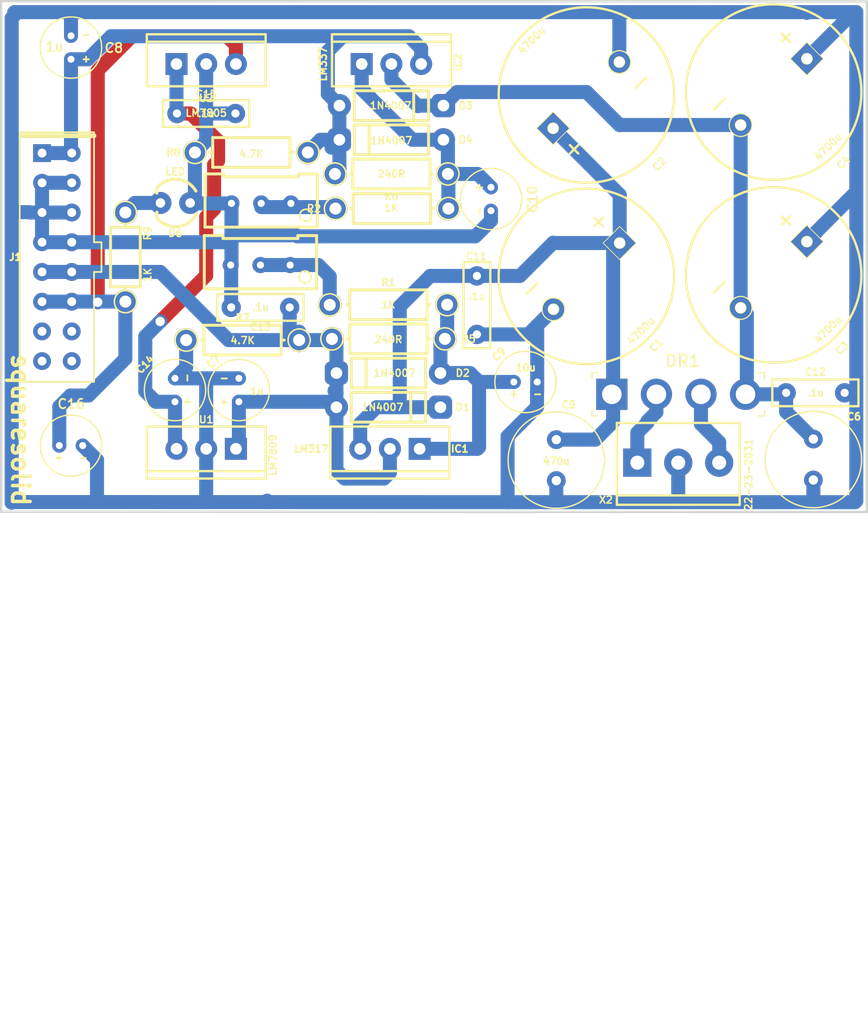
<source format=kicad_pcb>
(kicad_pcb (version 20171130) (host pcbnew "(5.0.2-5)-5")

  (general
    (thickness 1.6)
    (drawings 6)
    (tracks 253)
    (zones 0)
    (modules 37)
    (nets 19)
  )

  (page A4)
  (layers
    (0 Top signal)
    (31 Bottom signal hide)
    (32 B.Adhes user)
    (33 F.Adhes user)
    (34 B.Paste user)
    (35 F.Paste user)
    (36 B.SilkS user)
    (37 F.SilkS user)
    (38 B.Mask user)
    (39 F.Mask user)
    (40 Dwgs.User user)
    (41 Cmts.User user)
    (42 Eco1.User user)
    (43 Eco2.User user)
    (44 Edge.Cuts user)
    (45 Margin user)
    (46 B.CrtYd user)
    (47 F.CrtYd user)
    (48 B.Fab user)
    (49 F.Fab user)
  )

  (setup
    (last_trace_width 1.2)
    (user_trace_width 0.8)
    (user_trace_width 1.2)
    (trace_clearance 0.2)
    (zone_clearance 0.8)
    (zone_45_only no)
    (trace_min 0.2)
    (segment_width 0.2)
    (edge_width 0.2)
    (via_size 0.8)
    (via_drill 0.4)
    (via_min_size 0.4)
    (via_min_drill 0.3)
    (user_via 1.2 0.8)
    (uvia_size 0.3)
    (uvia_drill 0.1)
    (uvias_allowed no)
    (uvia_min_size 0.2)
    (uvia_min_drill 0.1)
    (pcb_text_width 0.3)
    (pcb_text_size 1.5 1.5)
    (mod_edge_width 0.15)
    (mod_text_size 1 1)
    (mod_text_width 0.15)
    (pad_size 1.3716 1.3716)
    (pad_drill 0.6096)
    (pad_to_mask_clearance 0.051)
    (solder_mask_min_width 0.25)
    (aux_axis_origin 0 0)
    (visible_elements FFFFFF7F)
    (pcbplotparams
      (layerselection 0x010fc_ffffffff)
      (usegerberextensions false)
      (usegerberattributes false)
      (usegerberadvancedattributes false)
      (creategerberjobfile false)
      (excludeedgelayer true)
      (linewidth 0.100000)
      (plotframeref false)
      (viasonmask false)
      (mode 1)
      (useauxorigin false)
      (hpglpennumber 1)
      (hpglpenspeed 20)
      (hpglpendiameter 15.000000)
      (psnegative false)
      (psa4output false)
      (plotreference true)
      (plotvalue true)
      (plotinvisibletext false)
      (padsonsilk false)
      (subtractmaskfromsilk false)
      (outputformat 1)
      (mirror false)
      (drillshape 1)
      (scaleselection 1)
      (outputdirectory ""))
  )

  (net 0 "")
  (net 1 GND)
  (net 2 "Net-(C9-Pad+)")
  (net 3 "Net-(R2-Pad1)")
  (net 4 "Net-(R1-Pad1)")
  (net 5 "Net-(C10-Pad+)")
  (net 6 /+12VAC)
  (net 7 /-12VAC)
  (net 8 /+12VDC)
  (net 9 /-12VDC)
  (net 10 +12V)
  (net 11 -12V)
  (net 12 +5V)
  (net 13 "Net-(J1-Pad14)")
  (net 14 "Net-(J1-Pad13)")
  (net 15 "Net-(J1-Pad15)")
  (net 16 "Net-(J1-Pad16)")
  (net 17 +9V)
  (net 18 "Net-(D6-Pad2)")

  (net_class Default "This is the default net class."
    (clearance 0.2)
    (trace_width 0.5)
    (via_dia 0.8)
    (via_drill 0.4)
    (uvia_dia 0.3)
    (uvia_drill 0.1)
    (add_net +12V)
    (add_net +5V)
    (add_net +9V)
    (add_net -12V)
    (add_net /+12VAC)
    (add_net /+12VDC)
    (add_net /-12VAC)
    (add_net /-12VDC)
    (add_net GND)
    (add_net "Net-(C10-Pad+)")
    (add_net "Net-(C9-Pad+)")
    (add_net "Net-(D6-Pad2)")
    (add_net "Net-(J1-Pad13)")
    (add_net "Net-(J1-Pad14)")
    (add_net "Net-(J1-Pad15)")
    (add_net "Net-(J1-Pad16)")
    (add_net "Net-(R1-Pad1)")
    (add_net "Net-(R2-Pad1)")
  )

  (net_class "High Power" ""
    (clearance 0.2)
    (trace_width 0.8)
    (via_dia 0.8)
    (via_drill 0.4)
    (uvia_dia 0.3)
    (uvia_drill 0.1)
  )

  (module custom-footprints:R_AXIAL_0.25W (layer Top) (tedit 61EFF880) (tstamp 622C71D7)
    (at 137.6172 94.1832 270)
    (descr AXIAL-0.3-KIT)
    (tags AXIAL-0.3-KIT)
    (path /FB1FF6BEE4781B31)
    (attr virtual)
    (fp_text reference R9 (at -2.032 -1.905 270) (layer F.SilkS)
      (effects (font (size 0.6096 0.6096) (thickness 0.127)))
    )
    (fp_text value 1K (at 1.524 -1.905 270) (layer F.SilkS)
      (effects (font (size 0.6096 0.6096) (thickness 0.127)))
    )
    (fp_line (start -3.71094 0.43434) (end -3.81 0.4445) (layer F.SilkS) (width 0.127))
    (fp_line (start -3.6195 0.40132) (end -3.71094 0.43434) (layer F.SilkS) (width 0.127))
    (fp_line (start -3.53568 0.35052) (end -3.6195 0.40132) (layer F.SilkS) (width 0.127))
    (fp_line (start -3.46456 0.28194) (end -3.53568 0.35052) (layer F.SilkS) (width 0.127))
    (fp_line (start -3.41122 0.19812) (end -3.46456 0.28194) (layer F.SilkS) (width 0.127))
    (fp_line (start -3.3782 0.10668) (end -3.41122 0.19812) (layer F.SilkS) (width 0.127))
    (fp_line (start -3.36804 0.00762) (end -3.3782 0.10668) (layer F.SilkS) (width 0.127))
    (fp_line (start -3.37566 -0.0889) (end -3.36804 0.00762) (layer F.SilkS) (width 0.127))
    (fp_line (start -3.40868 -0.18542) (end -3.37566 -0.0889) (layer F.SilkS) (width 0.127))
    (fp_line (start -3.45948 -0.27178) (end -3.40868 -0.18542) (layer F.SilkS) (width 0.127))
    (fp_line (start -3.5306 -0.3429) (end -3.45948 -0.27178) (layer F.SilkS) (width 0.127))
    (fp_line (start -3.61442 -0.39878) (end -3.5306 -0.3429) (layer F.SilkS) (width 0.127))
    (fp_line (start -3.7084 -0.4318) (end -3.61442 -0.39878) (layer F.SilkS) (width 0.127))
    (fp_line (start -3.81 -0.4445) (end -3.7084 -0.4318) (layer F.SilkS) (width 0.127))
    (fp_line (start -3.90906 -0.4318) (end -3.81 -0.4445) (layer F.SilkS) (width 0.127))
    (fp_line (start -4.00558 -0.39624) (end -3.90906 -0.4318) (layer F.SilkS) (width 0.127))
    (fp_line (start -4.0894 -0.34036) (end -4.00558 -0.39624) (layer F.SilkS) (width 0.127))
    (fp_line (start -4.16052 -0.26416) (end -4.0894 -0.34036) (layer F.SilkS) (width 0.127))
    (fp_line (start -4.21386 -0.1778) (end -4.16052 -0.26416) (layer F.SilkS) (width 0.127))
    (fp_line (start -4.24434 -0.08128) (end -4.21386 -0.1778) (layer F.SilkS) (width 0.127))
    (fp_line (start -4.2545 0.01778) (end -4.24434 -0.08128) (layer F.SilkS) (width 0.127))
    (fp_line (start -4.23926 0.1143) (end -4.2545 0.01778) (layer F.SilkS) (width 0.127))
    (fp_line (start -4.20624 0.20574) (end -4.23926 0.1143) (layer F.SilkS) (width 0.127))
    (fp_line (start -4.1529 0.28702) (end -4.20624 0.20574) (layer F.SilkS) (width 0.127))
    (fp_line (start -4.08178 0.3556) (end -4.1529 0.28702) (layer F.SilkS) (width 0.127))
    (fp_line (start -3.99796 0.40386) (end -4.08178 0.3556) (layer F.SilkS) (width 0.127))
    (fp_line (start -3.90652 0.43434) (end -3.99796 0.40386) (layer F.SilkS) (width 0.127))
    (fp_line (start -3.81 0.4445) (end -3.90652 0.43434) (layer F.SilkS) (width 0.127))
    (fp_line (start -3.62204 0.93472) (end -3.80746 0.9525) (layer F.SilkS) (width 0.127))
    (fp_line (start -3.44678 0.88392) (end -3.62204 0.93472) (layer F.SilkS) (width 0.127))
    (fp_line (start -3.28422 0.8001) (end -3.44678 0.88392) (layer F.SilkS) (width 0.127))
    (fp_line (start -3.13944 0.68326) (end -3.28422 0.8001) (layer F.SilkS) (width 0.127))
    (fp_line (start -3.0226 0.54356) (end -3.13944 0.68326) (layer F.SilkS) (width 0.127))
    (fp_line (start -2.9337 0.381) (end -3.0226 0.54356) (layer F.SilkS) (width 0.127))
    (fp_line (start -2.87782 0.20574) (end -2.9337 0.381) (layer F.SilkS) (width 0.127))
    (fp_line (start -2.8575 0.0254) (end -2.87782 0.20574) (layer F.SilkS) (width 0.127))
    (fp_line (start -2.8702 -0.1397) (end -2.8575 0.0254) (layer F.SilkS) (width 0.127))
    (fp_line (start -2.91084 -0.3048) (end -2.8702 -0.1397) (layer F.SilkS) (width 0.127))
    (fp_line (start -2.98196 -0.4572) (end -2.91084 -0.3048) (layer F.SilkS) (width 0.127))
    (fp_line (start -3.07594 -0.5969) (end -2.98196 -0.4572) (layer F.SilkS) (width 0.127))
    (fp_line (start -3.19278 -0.71628) (end -3.07594 -0.5969) (layer F.SilkS) (width 0.127))
    (fp_line (start -3.3274 -0.81534) (end -3.19278 -0.71628) (layer F.SilkS) (width 0.127))
    (fp_line (start -3.4798 -0.889) (end -3.3274 -0.81534) (layer F.SilkS) (width 0.127))
    (fp_line (start -3.64236 -0.93472) (end -3.4798 -0.889) (layer F.SilkS) (width 0.127))
    (fp_line (start -3.81 -0.9525) (end -3.64236 -0.93472) (layer F.SilkS) (width 0.127))
    (fp_line (start -3.9751 -0.93472) (end -3.81 -0.9525) (layer F.SilkS) (width 0.127))
    (fp_line (start -4.13766 -0.889) (end -3.9751 -0.93472) (layer F.SilkS) (width 0.127))
    (fp_line (start -4.29006 -0.81534) (end -4.13766 -0.889) (layer F.SilkS) (width 0.127))
    (fp_line (start -4.42468 -0.71882) (end -4.29006 -0.81534) (layer F.SilkS) (width 0.127))
    (fp_line (start -4.54406 -0.59944) (end -4.42468 -0.71882) (layer F.SilkS) (width 0.127))
    (fp_line (start -4.63804 -0.45974) (end -4.54406 -0.59944) (layer F.SilkS) (width 0.127))
    (fp_line (start -4.70662 -0.30734) (end -4.63804 -0.45974) (layer F.SilkS) (width 0.127))
    (fp_line (start -4.74726 -0.14224) (end -4.70662 -0.30734) (layer F.SilkS) (width 0.127))
    (fp_line (start -4.75996 0.02032) (end -4.74726 -0.14224) (layer F.SilkS) (width 0.127))
    (fp_line (start -4.73964 0.20574) (end -4.75996 0.02032) (layer F.SilkS) (width 0.127))
    (fp_line (start -4.68376 0.381) (end -4.73964 0.20574) (layer F.SilkS) (width 0.127))
    (fp_line (start -4.59486 0.54356) (end -4.68376 0.381) (layer F.SilkS) (width 0.127))
    (fp_line (start -4.47548 0.68326) (end -4.59486 0.54356) (layer F.SilkS) (width 0.127))
    (fp_line (start -4.3307 0.8001) (end -4.47548 0.68326) (layer F.SilkS) (width 0.127))
    (fp_line (start -4.16814 0.88392) (end -4.3307 0.8001) (layer F.SilkS) (width 0.127))
    (fp_line (start -3.99034 0.93472) (end -4.16814 0.88392) (layer F.SilkS) (width 0.127))
    (fp_line (start -3.80746 0.9525) (end -3.99034 0.93472) (layer F.SilkS) (width 0.127))
    (fp_line (start 3.91414 0.42672) (end 3.81508 0.43688) (layer F.SilkS) (width 0.127))
    (fp_line (start 4.00558 0.3937) (end 3.91414 0.42672) (layer F.SilkS) (width 0.127))
    (fp_line (start 4.0894 0.3429) (end 4.00558 0.3937) (layer F.SilkS) (width 0.127))
    (fp_line (start 4.16052 0.27432) (end 4.0894 0.3429) (layer F.SilkS) (width 0.127))
    (fp_line (start 4.21386 0.1905) (end 4.16052 0.27432) (layer F.SilkS) (width 0.127))
    (fp_line (start 4.24688 0.09906) (end 4.21386 0.1905) (layer F.SilkS) (width 0.127))
    (fp_line (start 4.25704 0) (end 4.24688 0.09906) (layer F.SilkS) (width 0.127))
    (fp_line (start 4.24942 -0.09652) (end 4.25704 0) (layer F.SilkS) (width 0.127))
    (fp_line (start 4.2164 -0.19304) (end 4.24942 -0.09652) (layer F.SilkS) (width 0.127))
    (fp_line (start 4.1656 -0.2794) (end 4.2164 -0.19304) (layer F.SilkS) (width 0.127))
    (fp_line (start 4.09448 -0.35052) (end 4.1656 -0.2794) (layer F.SilkS) (width 0.127))
    (fp_line (start 4.01066 -0.4064) (end 4.09448 -0.35052) (layer F.SilkS) (width 0.127))
    (fp_line (start 3.91668 -0.43942) (end 4.01066 -0.4064) (layer F.SilkS) (width 0.127))
    (fp_line (start 3.81508 -0.45212) (end 3.91668 -0.43942) (layer F.SilkS) (width 0.127))
    (fp_line (start 3.71602 -0.43942) (end 3.81508 -0.45212) (layer F.SilkS) (width 0.127))
    (fp_line (start 3.6195 -0.40386) (end 3.71602 -0.43942) (layer F.SilkS) (width 0.127))
    (fp_line (start 3.53568 -0.34798) (end 3.6195 -0.40386) (layer F.SilkS) (width 0.127))
    (fp_line (start 3.46456 -0.27178) (end 3.53568 -0.34798) (layer F.SilkS) (width 0.127))
    (fp_line (start 3.41122 -0.18542) (end 3.46456 -0.27178) (layer F.SilkS) (width 0.127))
    (fp_line (start 3.38074 -0.0889) (end 3.41122 -0.18542) (layer F.SilkS) (width 0.127))
    (fp_line (start 3.37058 0.0127) (end 3.38074 -0.0889) (layer F.SilkS) (width 0.127))
    (fp_line (start 3.38582 0.10668) (end 3.37058 0.0127) (layer F.SilkS) (width 0.127))
    (fp_line (start 3.41884 0.19812) (end 3.38582 0.10668) (layer F.SilkS) (width 0.127))
    (fp_line (start 3.47218 0.2794) (end 3.41884 0.19812) (layer F.SilkS) (width 0.127))
    (fp_line (start 3.5433 0.34798) (end 3.47218 0.2794) (layer F.SilkS) (width 0.127))
    (fp_line (start 3.62712 0.39624) (end 3.5433 0.34798) (layer F.SilkS) (width 0.127))
    (fp_line (start 3.71856 0.42672) (end 3.62712 0.39624) (layer F.SilkS) (width 0.127))
    (fp_line (start 3.81508 0.43688) (end 3.71856 0.42672) (layer F.SilkS) (width 0.127))
    (fp_line (start 4.00304 0.9271) (end 3.81762 0.94488) (layer F.SilkS) (width 0.127))
    (fp_line (start 4.1783 0.8763) (end 4.00304 0.9271) (layer F.SilkS) (width 0.127))
    (fp_line (start 4.34086 0.79248) (end 4.1783 0.8763) (layer F.SilkS) (width 0.127))
    (fp_line (start 4.48564 0.67564) (end 4.34086 0.79248) (layer F.SilkS) (width 0.127))
    (fp_line (start 4.60248 0.53594) (end 4.48564 0.67564) (layer F.SilkS) (width 0.127))
    (fp_line (start 4.69138 0.37338) (end 4.60248 0.53594) (layer F.SilkS) (width 0.127))
    (fp_line (start 4.74726 0.19812) (end 4.69138 0.37338) (layer F.SilkS) (width 0.127))
    (fp_line (start 4.76758 0.01778) (end 4.74726 0.19812) (layer F.SilkS) (width 0.127))
    (fp_line (start 4.75488 -0.14732) (end 4.76758 0.01778) (layer F.SilkS) (width 0.127))
    (fp_line (start 4.71424 -0.31242) (end 4.75488 -0.14732) (layer F.SilkS) (width 0.127))
    (fp_line (start 4.64312 -0.46482) (end 4.71424 -0.31242) (layer F.SilkS) (width 0.127))
    (fp_line (start 4.54914 -0.60452) (end 4.64312 -0.46482) (layer F.SilkS) (width 0.127))
    (fp_line (start 4.4323 -0.7239) (end 4.54914 -0.60452) (layer F.SilkS) (width 0.127))
    (fp_line (start 4.29768 -0.82296) (end 4.4323 -0.7239) (layer F.SilkS) (width 0.127))
    (fp_line (start 4.14528 -0.89662) (end 4.29768 -0.82296) (layer F.SilkS) (width 0.127))
    (fp_line (start 3.98272 -0.94234) (end 4.14528 -0.89662) (layer F.SilkS) (width 0.127))
    (fp_line (start 3.81508 -0.96012) (end 3.98272 -0.94234) (layer F.SilkS) (width 0.127))
    (fp_line (start 3.64998 -0.94234) (end 3.81508 -0.96012) (layer F.SilkS) (width 0.127))
    (fp_line (start 3.48742 -0.89662) (end 3.64998 -0.94234) (layer F.SilkS) (width 0.127))
    (fp_line (start 3.33502 -0.82296) (end 3.48742 -0.89662) (layer F.SilkS) (width 0.127))
    (fp_line (start 3.2004 -0.72644) (end 3.33502 -0.82296) (layer F.SilkS) (width 0.127))
    (fp_line (start 3.08102 -0.60706) (end 3.2004 -0.72644) (layer F.SilkS) (width 0.127))
    (fp_line (start 2.98704 -0.46736) (end 3.08102 -0.60706) (layer F.SilkS) (width 0.127))
    (fp_line (start 2.91846 -0.31496) (end 2.98704 -0.46736) (layer F.SilkS) (width 0.127))
    (fp_line (start 2.87782 -0.14986) (end 2.91846 -0.31496) (layer F.SilkS) (width 0.127))
    (fp_line (start 2.86512 0.0127) (end 2.87782 -0.14986) (layer F.SilkS) (width 0.127))
    (fp_line (start 2.88544 0.19812) (end 2.86512 0.0127) (layer F.SilkS) (width 0.127))
    (fp_line (start 2.94132 0.37338) (end 2.88544 0.19812) (layer F.SilkS) (width 0.127))
    (fp_line (start 3.03022 0.53594) (end 2.94132 0.37338) (layer F.SilkS) (width 0.127))
    (fp_line (start 3.1496 0.67564) (end 3.03022 0.53594) (layer F.SilkS) (width 0.127))
    (fp_line (start 3.29438 0.79248) (end 3.1496 0.67564) (layer F.SilkS) (width 0.127))
    (fp_line (start 3.45694 0.8763) (end 3.29438 0.79248) (layer F.SilkS) (width 0.127))
    (fp_line (start 3.63474 0.9271) (end 3.45694 0.8763) (layer F.SilkS) (width 0.127))
    (fp_line (start 3.81762 0.94488) (end 3.63474 0.9271) (layer F.SilkS) (width 0.127))
    (fp_line (start -2.54 0) (end -2.794 0) (layer F.SilkS) (width 0.254))
    (fp_line (start 2.54 0) (end 2.794 0) (layer F.SilkS) (width 0.254))
    (fp_line (start -2.54 0) (end -2.54 -1.27) (layer F.SilkS) (width 0.254))
    (fp_line (start -2.54 1.27) (end -2.54 0) (layer F.SilkS) (width 0.254))
    (fp_line (start 2.54 1.27) (end -2.54 1.27) (layer F.SilkS) (width 0.254))
    (fp_line (start 2.54 0) (end 2.54 1.27) (layer F.SilkS) (width 0.254))
    (fp_line (start 2.54 -1.27) (end 2.54 0) (layer F.SilkS) (width 0.254))
    (fp_line (start -2.54 -1.27) (end 2.54 -1.27) (layer F.SilkS) (width 0.254))
    (pad 2 thru_hole circle (at 3.81 0 270) (size 2.032 2.032) (drill 1.016) (layers *.Cu *.Mask)
      (net 12 +5V) (solder_mask_margin 0.1016))
    (pad 1 thru_hole circle (at -3.81 0 270) (size 2.032 2.032) (drill 1.016) (layers *.Cu *.Mask)
      (net 18 "Net-(D6-Pad2)") (solder_mask_margin 0.1016))
    (model "/Users/jolene/Documents/schematic/libs/kicad3d/R_through_hole/R_through_hole_Yageo CFR-25 Resistor Axial P7.62mm 1,0 kOhm.stp"
      (offset (xyz -3.8 0 0))
      (scale (xyz 1 1 1))
      (rotate (xyz 0 0 0))
    )
  )

  (module "SF LED:LED_3MM" (layer Top) (tedit 5FC11E7C) (tstamp 622D3BE8)
    (at 141.8844 89.5604 180)
    (descr "LED 3MM PTH")
    (tags "LED 3MM PTH")
    (path /6202138F)
    (attr virtual)
    (fp_text reference D6 (at 0 -2.58826 180) (layer F.SilkS)
      (effects (font (size 0.6096 0.6096) (thickness 0.127)))
    )
    (fp_text value LED (at 0 2.667 180) (layer F.SilkS)
      (effects (font (size 0.6096 0.6096) (thickness 0.127)))
    )
    (fp_line (start 1.5748 1.27) (end 1.5748 -1.27) (layer Dwgs.User) (width 0.254))
    (fp_line (start 1.5748 -1.29286) (end 1.5748 -0.7874) (layer F.SilkS) (width 0.254))
    (fp_line (start 1.5748 1.29286) (end 1.5748 0.8382) (layer F.SilkS) (width 0.254))
    (fp_line (start 1.5748 -1.29286) (end 1.5748 -0.7874) (layer F.SilkS) (width 0.254))
    (fp_line (start 1.5748 1.29286) (end 1.5748 0.8382) (layer F.SilkS) (width 0.254))
    (fp_arc (start 0 0) (end 0 -2.032) (angle 50.1) (layer F.SilkS) (width 0.254))
    (fp_arc (start 0 0) (end -1.7907 -0.95504) (angle 61.9) (layer F.SilkS) (width 0.254))
    (fp_arc (start 0 0) (end 1.5494 1.31064) (angle 49.7) (layer F.SilkS) (width 0.254))
    (fp_arc (start 0 0) (end 0 2.032) (angle 60.2) (layer F.SilkS) (width 0.254))
    (fp_arc (start 0 0) (end -2.032 0) (angle 28.3) (layer Dwgs.User) (width 0.254))
    (fp_arc (start 0 0) (end -1.72974 1.06426) (angle 31.6) (layer Dwgs.User) (width 0.254))
    (fp_arc (start 0 0) (end 0 -2.032) (angle 50.1) (layer F.SilkS) (width 0.254))
    (fp_arc (start 0 0) (end -1.7907 -0.95504) (angle 61.9) (layer F.SilkS) (width 0.254))
    (fp_arc (start 0 0) (end 1.5494 1.31064) (angle 49.7) (layer F.SilkS) (width 0.254))
    (fp_arc (start 0 0) (end 0 2.032) (angle 60.2) (layer F.SilkS) (width 0.254))
    (pad 1 thru_hole circle (at -1.27 0 180) (size 1.8796 1.8796) (drill 0.8128) (layers *.Cu *.Mask)
      (net 1 GND) (solder_mask_margin 0.1016))
    (pad 2 thru_hole circle (at 1.27 0 180) (size 1.8796 1.8796) (drill 0.8128) (layers *.Cu *.Mask)
      (net 18 "Net-(D6-Pad2)") (solder_mask_margin 0.1016))
  )

  (module "adjustable PSU:C_Radial_D5.0mm_H5.0mm_P2.00mm" (layer Top) (tedit 61F5076B) (tstamp 622CE97E)
    (at 132.985 110.2995)
    (descr "C, Radial series, Radial, pin pitch=2.00mm, diameter=5mm, height=5mm, Non-Polar Electrolytic Capacitor")
    (tags "C Radial series Radial pin pitch 2.00mm diameter 5mm height 5mm Non-Polar Electrolytic Capacitor")
    (path /620213A2)
    (fp_text reference C16 (at 0 -3.556) (layer F.SilkS)
      (effects (font (size 0.8 0.8) (thickness 0.15)))
    )
    (fp_text value 1u (at 0 3.75) (layer F.Fab)
      (effects (font (size 1 1) (thickness 0.15)))
    )
    (fp_text user %R (at -0.016 0) (layer F.Fab)
      (effects (font (size 1 1) (thickness 0.15)))
    )
    (fp_circle (center -0.016 0) (end 2.734 0) (layer F.CrtYd) (width 0.05))
    (fp_circle (center -0.016 0) (end 2.604 0) (layer F.SilkS) (width 0.12))
    (fp_circle (center -0.016 0) (end 2.484 0) (layer F.Fab) (width 0.1))
    (fp_text user + (at -1.016 1.016) (layer F.SilkS)
      (effects (font (size 0.6 0.6) (thickness 0.15)))
    )
    (fp_text user - (at 1.016 1.016) (layer F.SilkS)
      (effects (font (size 0.6 0.6) (thickness 0.15)))
    )
    (pad - thru_hole circle (at 0.984 0) (size 1.2 1.2) (drill 0.6) (layers *.Cu *.Mask)
      (net 1 GND))
    (pad + thru_hole circle (at -1.016 0) (size 1.2 1.2) (drill 0.6) (layers *.Cu *.Mask)
      (net 12 +5V))
    (model ${KISYS3DMOD}/Capacitor_THT.3dshapes/C_Radial_D5.0mm_H5.0mm_P2.00mm.wrl
      (at (xyz 0 0 0))
      (scale (xyz 1 1 1))
      (rotate (xyz 0 0 0))
    )
    (model /Users/jolene/Documents/schematic/libs/kicad3d/ElCapVT-2.0-5x11.step
      (at (xyz 0 0 0))
      (scale (xyz 1 1 1))
      (rotate (xyz 0 0 0))
    )
  )

  (module custom-footprints:CAP-PTH-5MM (layer Top) (tedit 61F58C5F) (tstamp 622CE936)
    (at 144.526 81.915)
    (descr "2 PTH SPACED 5MM APART")
    (tags "2 PTH SPACED 5MM APART")
    (path /6202139C)
    (attr virtual)
    (fp_text reference C15 (at 0 -1.651 180) (layer F.SilkS)
      (effects (font (size 0.6096 0.6096) (thickness 0.127)))
    )
    (fp_text value .1u (at 0 0 180) (layer F.SilkS)
      (effects (font (size 0.6096 0.6096) (thickness 0.127)))
    )
    (fp_line (start -3.683 -1.143) (end -3.683 1.143) (layer F.SilkS) (width 0.2032))
    (fp_line (start -3.683 -1.143) (end 3.556 -1.143) (layer F.SilkS) (width 0.2032))
    (fp_line (start 3.556 -1.143) (end 3.683 -1.143) (layer F.SilkS) (width 0.2032))
    (fp_line (start 3.683 -1.143) (end 3.683 1.143) (layer F.SilkS) (width 0.2032))
    (fp_line (start 3.683 1.143) (end -3.683 1.143) (layer F.SilkS) (width 0.2032))
    (pad + thru_hole circle (at -2.49936 0) (size 1.651 1.651) (drill 0.6985) (layers *.Cu *.Mask)
      (net 17 +9V) (solder_mask_margin 0.1016))
    (pad - thru_hole circle (at 2.49936 0) (size 1.651 1.651) (drill 0.6985) (layers *.Cu *.Mask)
      (net 1 GND) (solder_mask_margin 0.1016))
  )

  (module custom-footprints:TO220-IGO (layer Top) (tedit 61F6DF67) (tstamp 622D8340)
    (at 144.526 77.684472)
    (path /62021395)
    (attr virtual)
    (fp_text reference U2 (at 0 2.921) (layer F.SilkS)
      (effects (font (size 0.6096 0.6096) (thickness 0.127)))
    )
    (fp_text value LM7805 (at 0 4.191) (layer F.SilkS)
      (effects (font (size 0.6096 0.6096) (thickness 0.127)))
    )
    (fp_line (start -6.35 -2.54) (end -5.08 -2.54) (layer Dwgs.User) (width 0.2032))
    (fp_line (start -6.35 5.715) (end -6.35 -2.54) (layer Dwgs.User) (width 0.2032))
    (fp_line (start -7.62 5.715) (end -6.35 5.715) (layer Dwgs.User) (width 0.2032))
    (fp_line (start -7.62 -3.81) (end -7.62 5.715) (layer Dwgs.User) (width 0.2032))
    (fp_line (start 7.62 -3.81) (end -7.62 -3.81) (layer Dwgs.User) (width 0.2032))
    (fp_line (start 7.62 5.715) (end 7.62 -3.81) (layer Dwgs.User) (width 0.2032))
    (fp_line (start 6.35 5.715) (end 7.62 5.715) (layer Dwgs.User) (width 0.2032))
    (fp_line (start 6.35 -2.54) (end 6.35 5.715) (layer Dwgs.User) (width 0.2032))
    (fp_line (start 5.08 -2.54) (end 6.35 -2.54) (layer Dwgs.User) (width 0.2032))
    (fp_line (start 5.08 -1.905) (end -5.08 -1.905) (layer F.SilkS) (width 0.2032))
    (fp_line (start 5.08 -1.905) (end 5.08 1.905) (layer F.SilkS) (width 0.2032))
    (fp_line (start 5.08 -2.54) (end 5.08 -1.905) (layer F.SilkS) (width 0.2032))
    (fp_line (start -5.08 -2.54) (end 5.08 -2.54) (layer F.SilkS) (width 0.2032))
    (fp_line (start -5.08 -1.905) (end -5.08 -2.54) (layer F.SilkS) (width 0.2032))
    (fp_line (start -5.08 1.905) (end -5.08 -1.905) (layer F.SilkS) (width 0.2032))
    (fp_line (start 5.08 1.905) (end -5.08 1.905) (layer F.SilkS) (width 0.2032))
    (pad 3 thru_hole circle (at 2.54 0) (size 1.8796 1.8796) (drill 0.99822) (layers *.Cu *.Mask)
      (net 12 +5V) (solder_mask_margin 0.1016))
    (pad 1 thru_hole rect (at -2.54 0) (size 1.8796 1.8796) (drill 0.99822) (layers *.Cu *.Mask)
      (net 17 +9V) (solder_mask_margin 0.1016))
    (pad 2 thru_hole circle (at 0 0) (size 1.8796 1.8796) (drill 0.99822) (layers *.Cu *.Mask)
      (net 1 GND) (solder_mask_margin 0.1016))
  )

  (module custom-footprints:TRANSISTOR_POWER_TO220-ADJ (layer Top) (tedit 61F6DF0C) (tstamp 622CBFAC)
    (at 160.356184 77.684472)
    (path /9BC2674FE7066999)
    (attr virtual)
    (fp_text reference IC2 (at 5.715 -0.127 90) (layer F.SilkS)
      (effects (font (size 0.6096 0.6096) (thickness 0.15)))
    )
    (fp_text value LM337 (at -5.842 0 270) (layer F.SilkS)
      (effects (font (size 0.6096 0.6096) (thickness 0.15)))
    )
    (fp_line (start -6.35 -2.54) (end -5.08 -2.54) (layer Dwgs.User) (width 0.2032))
    (fp_line (start -6.35 5.715) (end -6.35 -2.54) (layer Dwgs.User) (width 0.2032))
    (fp_line (start -7.62 5.715) (end -6.35 5.715) (layer Dwgs.User) (width 0.2032))
    (fp_line (start -7.62 -3.81) (end -7.62 5.715) (layer Dwgs.User) (width 0.2032))
    (fp_line (start 7.62 -3.81) (end -7.62 -3.81) (layer Dwgs.User) (width 0.2032))
    (fp_line (start 7.62 5.715) (end 7.62 -3.81) (layer Dwgs.User) (width 0.2032))
    (fp_line (start 6.35 5.715) (end 7.62 5.715) (layer Dwgs.User) (width 0.2032))
    (fp_line (start 6.35 -2.54) (end 6.35 5.715) (layer Dwgs.User) (width 0.2032))
    (fp_line (start 5.08 -2.54) (end 6.35 -2.54) (layer Dwgs.User) (width 0.2032))
    (fp_line (start 5.08 -1.905) (end -5.08 -1.905) (layer F.SilkS) (width 0.2032))
    (fp_line (start 5.08 -1.905) (end 5.08 1.905) (layer F.SilkS) (width 0.2032))
    (fp_line (start 5.08 -2.54) (end 5.08 -1.905) (layer F.SilkS) (width 0.2032))
    (fp_line (start -5.08 -2.54) (end 5.08 -2.54) (layer F.SilkS) (width 0.2032))
    (fp_line (start -5.08 -1.905) (end -5.08 -2.54) (layer F.SilkS) (width 0.2032))
    (fp_line (start -5.08 1.905) (end -5.08 -1.905) (layer F.SilkS) (width 0.2032))
    (fp_line (start 5.08 1.905) (end -5.08 1.905) (layer F.SilkS) (width 0.2032))
    (pad 2 thru_hole circle (at 0 0) (size 1.8796 1.8796) (drill 0.99822) (layers *.Cu *.Mask)
      (net 9 /-12VDC) (solder_mask_margin 0.1016))
    (pad 3 thru_hole circle (at 2.54 0) (size 1.8796 1.8796) (drill 0.99822) (layers *.Cu *.Mask)
      (net 11 -12V) (solder_mask_margin 0.1016))
    (pad 1 thru_hole rect (at -2.54 0) (size 1.8796 1.8796) (drill 0.99822) (layers *.Cu *.Mask)
      (net 5 "Net-(C10-Pad+)") (solder_mask_margin 0.1016))
    (model "/Users/jolene/Documents/schematic/libs/kicad3d/TO-220AB with Heatsink.STEP"
      (offset (xyz -5.2 -15.3 -15))
      (scale (xyz 1 1 1))
      (rotate (xyz 0 0 0))
    )
  )

  (module custom-footprints:CAP-PTH-5MM (layer Top) (tedit 61F58C5F) (tstamp 621A3925)
    (at 167.6654 98.298 270)
    (descr "2 PTH SPACED 5MM APART")
    (tags "2 PTH SPACED 5MM APART")
    (path /61FC888A)
    (attr virtual)
    (fp_text reference C11 (at -4.174331 0.0508) (layer F.SilkS)
      (effects (font (size 0.6096 0.6096) (thickness 0.127)))
    )
    (fp_text value .1u (at -0.762 0) (layer F.SilkS)
      (effects (font (size 0.6096 0.6096) (thickness 0.127)))
    )
    (fp_line (start 3.683 1.143) (end -3.683 1.143) (layer F.SilkS) (width 0.2032))
    (fp_line (start 3.683 -1.143) (end 3.683 1.143) (layer F.SilkS) (width 0.2032))
    (fp_line (start 3.556 -1.143) (end 3.683 -1.143) (layer F.SilkS) (width 0.2032))
    (fp_line (start -3.683 -1.143) (end 3.556 -1.143) (layer F.SilkS) (width 0.2032))
    (fp_line (start -3.683 -1.143) (end -3.683 1.143) (layer F.SilkS) (width 0.2032))
    (pad - thru_hole circle (at 2.49936 0 270) (size 1.651 1.651) (drill 0.6985) (layers *.Cu *.Mask)
      (net 1 GND) (solder_mask_margin 0.1016))
    (pad + thru_hole circle (at -2.49936 0 270) (size 1.651 1.651) (drill 0.6985) (layers *.Cu *.Mask)
      (net 8 /+12VDC) (solder_mask_margin 0.1016))
    (model "/Users/jolene/Documents/schematic/libs/kicad3d/Film Capacitors L13xW5,5xH11mm 100nF 400V.stp"
      (at (xyz 0 0 0))
      (scale (xyz 0.5 0.5 0.5))
      (rotate (xyz 0 0 0))
    )
  )

  (module custom-footprints:TO220-IGO (layer Top) (tedit 61F6E6ED) (tstamp 622C5211)
    (at 144.526 110.577472 180)
    (path /61FD2090)
    (attr virtual)
    (fp_text reference U1 (at 0 2.500472) (layer F.SilkS)
      (effects (font (size 0.6096 0.6096) (thickness 0.127)))
    )
    (fp_text value LM7809 (at -5.715 -0.547528 270) (layer F.SilkS)
      (effects (font (size 0.6096 0.6096) (thickness 0.127)))
    )
    (fp_line (start 5.08 1.905) (end -5.08 1.905) (layer F.SilkS) (width 0.2032))
    (fp_line (start -5.08 1.905) (end -5.08 -1.905) (layer F.SilkS) (width 0.2032))
    (fp_line (start -5.08 -1.905) (end -5.08 -2.54) (layer F.SilkS) (width 0.2032))
    (fp_line (start -5.08 -2.54) (end 5.08 -2.54) (layer F.SilkS) (width 0.2032))
    (fp_line (start 5.08 -2.54) (end 5.08 -1.905) (layer F.SilkS) (width 0.2032))
    (fp_line (start 5.08 -1.905) (end 5.08 1.905) (layer F.SilkS) (width 0.2032))
    (fp_line (start 5.08 -1.905) (end -5.08 -1.905) (layer F.SilkS) (width 0.2032))
    (fp_line (start 5.08 -2.54) (end 6.35 -2.54) (layer Dwgs.User) (width 0.2032))
    (fp_line (start 6.35 -2.54) (end 6.35 5.715) (layer Dwgs.User) (width 0.2032))
    (fp_line (start 6.35 5.715) (end 7.62 5.715) (layer Dwgs.User) (width 0.2032))
    (fp_line (start 7.62 5.715) (end 7.62 -3.81) (layer Dwgs.User) (width 0.2032))
    (fp_line (start 7.62 -3.81) (end -7.62 -3.81) (layer Dwgs.User) (width 0.2032))
    (fp_line (start -7.62 -3.81) (end -7.62 5.715) (layer Dwgs.User) (width 0.2032))
    (fp_line (start -7.62 5.715) (end -6.35 5.715) (layer Dwgs.User) (width 0.2032))
    (fp_line (start -6.35 5.715) (end -6.35 -2.54) (layer Dwgs.User) (width 0.2032))
    (fp_line (start -6.35 -2.54) (end -5.08 -2.54) (layer Dwgs.User) (width 0.2032))
    (pad 2 thru_hole circle (at 0 0 180) (size 1.8796 1.8796) (drill 0.99822) (layers *.Cu *.Mask)
      (net 1 GND) (solder_mask_margin 0.1016))
    (pad 1 thru_hole rect (at -2.54 0 180) (size 1.8796 1.8796) (drill 0.99822) (layers *.Cu *.Mask)
      (net 10 +12V) (solder_mask_margin 0.1016))
    (pad 3 thru_hole circle (at 2.54 0 180) (size 1.8796 1.8796) (drill 0.99822) (layers *.Cu *.Mask)
      (net 17 +9V) (solder_mask_margin 0.1016))
    (model "/Users/jolene/Documents/schematic/libs/kicad3d/TO-220AB with Heatsink.STEP"
      (offset (xyz -5.2 -15.3 -14.6))
      (scale (xyz 1 1 1))
      (rotate (xyz 0 0 0))
    )
  )

  (module custom-footprints:TRANSISTOR_POWER_TO220-ADJ (layer Top) (tedit 61F6DF0C) (tstamp 6208E27D)
    (at 160.229184 110.577472 180)
    (path /EE748AAA2874CCE9)
    (attr virtual)
    (fp_text reference IC1 (at -5.969 0) (layer F.SilkS)
      (effects (font (size 0.6096 0.6096) (thickness 0.15)))
    )
    (fp_text value LM317 (at 6.731 0) (layer F.SilkS)
      (effects (font (size 0.6096 0.6096) (thickness 0.15)))
    )
    (fp_line (start -6.35 -2.54) (end -5.08 -2.54) (layer Dwgs.User) (width 0.2032))
    (fp_line (start -6.35 5.715) (end -6.35 -2.54) (layer Dwgs.User) (width 0.2032))
    (fp_line (start -7.62 5.715) (end -6.35 5.715) (layer Dwgs.User) (width 0.2032))
    (fp_line (start -7.62 -3.81) (end -7.62 5.715) (layer Dwgs.User) (width 0.2032))
    (fp_line (start 7.62 -3.81) (end -7.62 -3.81) (layer Dwgs.User) (width 0.2032))
    (fp_line (start 7.62 5.715) (end 7.62 -3.81) (layer Dwgs.User) (width 0.2032))
    (fp_line (start 6.35 5.715) (end 7.62 5.715) (layer Dwgs.User) (width 0.2032))
    (fp_line (start 6.35 -2.54) (end 6.35 5.715) (layer Dwgs.User) (width 0.2032))
    (fp_line (start 5.08 -2.54) (end 6.35 -2.54) (layer Dwgs.User) (width 0.2032))
    (fp_line (start 5.08 -1.905) (end -5.08 -1.905) (layer F.SilkS) (width 0.2032))
    (fp_line (start 5.08 -1.905) (end 5.08 1.905) (layer F.SilkS) (width 0.2032))
    (fp_line (start 5.08 -2.54) (end 5.08 -1.905) (layer F.SilkS) (width 0.2032))
    (fp_line (start -5.08 -2.54) (end 5.08 -2.54) (layer F.SilkS) (width 0.2032))
    (fp_line (start -5.08 -1.905) (end -5.08 -2.54) (layer F.SilkS) (width 0.2032))
    (fp_line (start -5.08 1.905) (end -5.08 -1.905) (layer F.SilkS) (width 0.2032))
    (fp_line (start 5.08 1.905) (end -5.08 1.905) (layer F.SilkS) (width 0.2032))
    (pad 2 thru_hole circle (at 0 0 180) (size 1.8796 1.8796) (drill 0.99822) (layers *.Cu *.Mask)
      (net 10 +12V) (solder_mask_margin 0.1016))
    (pad 3 thru_hole circle (at 2.54 0 180) (size 1.8796 1.8796) (drill 0.99822) (layers *.Cu *.Mask)
      (net 8 /+12VDC) (solder_mask_margin 0.1016))
    (pad 1 thru_hole rect (at -2.54 0 180) (size 1.8796 1.8796) (drill 0.99822) (layers *.Cu *.Mask)
      (net 2 "Net-(C9-Pad+)") (solder_mask_margin 0.1016))
    (model "/Users/jolene/Documents/schematic/libs/kicad3d/TO-220AB with Heatsink.STEP"
      (offset (xyz -5.2 -15.3 -14.6))
      (scale (xyz 1 1 1))
      (rotate (xyz 0 0 0))
    )
  )

  (module europi:IDC-2x8 (layer Top) (tedit 61F6E5A4) (tstamp 622CC89D)
    (at 131.7625 94.188836 270)
    (path /61FECB22)
    (fp_text reference J1 (at 0 3.556 180) (layer F.SilkS)
      (effects (font (size 0.6 0.6) (thickness 0.15)))
    )
    (fp_text value EURO_PWR_2x8_IDC (at 0 -5.08 270) (layer F.Fab) hide
      (effects (font (size 1 1) (thickness 0.15)))
    )
    (fp_line (start -1.27 -3.175) (end -1.27 -3.81) (layer F.SilkS) (width 0.15))
    (fp_line (start -1.27 -3.81) (end 1.27 -3.81) (layer F.SilkS) (width 0.15))
    (fp_line (start 1.27 -3.81) (end 1.27 -3.175) (layer F.SilkS) (width 0.15))
    (fp_line (start -1.27 -3.175) (end -6.985 -3.175) (layer F.SilkS) (width 0.15))
    (fp_line (start -10.668 -3.175) (end -10.668 3.175) (layer F.SilkS) (width 0.15))
    (fp_line (start -6.985 3.175) (end 6.985 3.175) (layer F.SilkS) (width 0.15))
    (fp_line (start 10.668 3.175) (end 10.668 -3.175) (layer F.SilkS) (width 0.15))
    (fp_line (start 6.985 -3.175) (end 1.27 -3.175) (layer F.SilkS) (width 0.15))
    (fp_line (start 6.985 -3.175) (end 10.668 -3.175) (layer F.SilkS) (width 0.15))
    (fp_line (start 10.668 3.175) (end 6.985 3.175) (layer F.SilkS) (width 0.15))
    (fp_line (start -6.858 3.175) (end -10.668 3.175) (layer F.SilkS) (width 0.15))
    (fp_line (start -6.858 -3.175) (end -10.541 -3.175) (layer F.SilkS) (width 0.15))
    (fp_line (start -10.541 -3.175) (end -10.668 -3.175) (layer F.SilkS) (width 0.15))
    (pad 6 thru_hole circle (at -3.81 -1.27 270) (size 1.524 1.524) (drill 0.762) (layers *.Cu *.Mask)
      (net 1 GND))
    (pad 8 thru_hole circle (at -1.27 -1.27 270) (size 1.524 1.524) (drill 0.762) (layers *.Cu *.Mask)
      (net 1 GND))
    (pad 10 thru_hole circle (at 1.27 -1.27 270) (size 1.524 1.524) (drill 0.762) (layers *.Cu *.Mask)
      (net 10 +12V))
    (pad 4 thru_hole circle (at -6.35 -1.27 270) (size 1.524 1.524) (drill 0.762) (layers *.Cu *.Mask)
      (net 1 GND))
    (pad 2 thru_hole circle (at -8.89 -1.27 270) (size 1.524 1.524) (drill 0.762) (layers *.Cu *.Mask)
      (net 11 -12V))
    (pad 1 thru_hole rect (at -8.89 1.27 270) (size 1.524 1.524) (drill 0.762) (layers *.Cu *.Mask)
      (net 11 -12V))
    (pad 3 thru_hole circle (at -6.35 1.27 270) (size 1.524 1.524) (drill 0.762) (layers *.Cu *.Mask)
      (net 1 GND))
    (pad 5 thru_hole circle (at -3.81 1.27 270) (size 1.524 1.524) (drill 0.762) (layers *.Cu *.Mask)
      (net 1 GND))
    (pad 7 thru_hole circle (at -1.27 1.27 270) (size 1.524 1.524) (drill 0.762) (layers *.Cu *.Mask)
      (net 1 GND))
    (pad 9 thru_hole circle (at 1.27 1.27 270) (size 1.524 1.524) (drill 0.762) (layers *.Cu *.Mask)
      (net 10 +12V))
    (pad 12 thru_hole circle (at 3.81 -1.27 270) (size 1.524 1.524) (drill 0.762) (layers *.Cu *.Mask)
      (net 12 +5V))
    (pad 11 thru_hole circle (at 3.81 1.27 270) (size 1.524 1.524) (drill 0.762) (layers *.Cu *.Mask)
      (net 12 +5V))
    (pad 14 thru_hole circle (at 6.35 -1.27 270) (size 1.524 1.524) (drill 0.762) (layers *.Cu *.Mask)
      (net 13 "Net-(J1-Pad14)"))
    (pad 13 thru_hole circle (at 6.35 1.27 270) (size 1.524 1.524) (drill 0.762) (layers *.Cu *.Mask)
      (net 14 "Net-(J1-Pad13)"))
    (pad 15 thru_hole circle (at 8.89 1.27 270) (size 1.524 1.524) (drill 0.762) (layers *.Cu *.Mask)
      (net 15 "Net-(J1-Pad15)"))
    (pad 16 thru_hole circle (at 8.89 -1.27 270) (size 1.524 1.524) (drill 0.762) (layers *.Cu *.Mask)
      (net 16 "Net-(J1-Pad16)"))
    (model "/Users/jolene/Documents/schematic/libs/kicad3d/6-Pin Header - Male - 2.54mm.step"
      (offset (xyz -8.9 -1.3 0))
      (scale (xyz 1 1 1))
      (rotate (xyz 0 0 0))
    )
    (model "/Users/jolene/Documents/schematic/libs/kicad3d/6-Pin Header - Male - 2.54mm.step"
      (offset (xyz -8.9 1.3 0))
      (scale (xyz 1 1 1))
      (rotate (xyz 0 0 0))
    )
  )

  (module "adjustable PSU:C_Radial_D5.0mm_H5.0mm_P2.00mm" (layer Top) (tedit 61F6E9CD) (tstamp 622C534B)
    (at 141.859 105.537 90)
    (descr "C, Radial series, Radial, pin pitch=2.00mm, diameter=5mm, height=5mm, Non-Polar Electrolytic Capacitor")
    (tags "C Radial series Radial pin pitch 2.00mm diameter 5mm height 5mm Non-Polar Electrolytic Capacitor")
    (path /61FD237D)
    (fp_text reference C14 (at 2.159 -2.54 225) (layer F.SilkS)
      (effects (font (size 0.6 0.6) (thickness 0.15)))
    )
    (fp_text value 1u (at 0 3.75 90) (layer F.Fab) hide
      (effects (font (size 1 1) (thickness 0.15)))
    )
    (fp_text user %R (at -0.016 0 90) (layer F.Fab) hide
      (effects (font (size 1 1) (thickness 0.15)))
    )
    (fp_circle (center -0.016 0) (end 2.734 0) (layer F.CrtYd) (width 0.05))
    (fp_circle (center -0.016 0) (end 2.604 0) (layer F.SilkS) (width 0.12))
    (fp_circle (center -0.016 0) (end 2.484 0) (layer F.Fab) (width 0.1))
    (fp_text user + (at -1.016 1.016 90) (layer F.SilkS)
      (effects (font (size 0.6 0.6) (thickness 0.15)))
    )
    (fp_text user - (at 1.016 1.016 90) (layer F.SilkS)
      (effects (font (size 0.6 0.6) (thickness 0.15)))
    )
    (pad - thru_hole circle (at 0.984 0 90) (size 1.2 1.2) (drill 0.6) (layers *.Cu *.Mask)
      (net 1 GND))
    (pad + thru_hole circle (at -1.016 0 90) (size 1.2 1.2) (drill 0.6) (layers *.Cu *.Mask)
      (net 17 +9V))
    (model ${KISYS3DMOD}/Capacitor_THT.3dshapes/C_Radial_D5.0mm_H5.0mm_P2.00mm.wrl
      (at (xyz 0 0 0))
      (scale (xyz 1 1 1))
      (rotate (xyz 0 0 0))
    )
    (model /Users/jolene/Documents/schematic/libs/kicad3d/ElCapVT-2.0-5x11.step
      (at (xyz 0 0 0))
      (scale (xyz 1 1 1))
      (rotate (xyz 0 0 0))
    )
  )

  (module custom-footprints:CAP-PTH-5MM (layer Top) (tedit 61F58C5F) (tstamp 622C4FB7)
    (at 149.1615 98.4885 180)
    (descr "2 PTH SPACED 5MM APART")
    (tags "2 PTH SPACED 5MM APART")
    (path /61FD2305)
    (attr virtual)
    (fp_text reference C13 (at 0 -1.651) (layer F.SilkS)
      (effects (font (size 0.6096 0.6096) (thickness 0.127)))
    )
    (fp_text value .1u (at 0 0) (layer F.SilkS)
      (effects (font (size 0.6096 0.6096) (thickness 0.127)))
    )
    (fp_line (start -3.683 -1.143) (end -3.683 1.143) (layer F.SilkS) (width 0.2032))
    (fp_line (start -3.683 -1.143) (end 3.556 -1.143) (layer F.SilkS) (width 0.2032))
    (fp_line (start 3.556 -1.143) (end 3.683 -1.143) (layer F.SilkS) (width 0.2032))
    (fp_line (start 3.683 -1.143) (end 3.683 1.143) (layer F.SilkS) (width 0.2032))
    (fp_line (start 3.683 1.143) (end -3.683 1.143) (layer F.SilkS) (width 0.2032))
    (pad + thru_hole circle (at -2.49936 0 180) (size 1.651 1.651) (drill 0.6985) (layers *.Cu *.Mask)
      (net 10 +12V) (solder_mask_margin 0.1016))
    (pad - thru_hole circle (at 2.49936 0 180) (size 1.651 1.651) (drill 0.6985) (layers *.Cu *.Mask)
      (net 1 GND) (solder_mask_margin 0.1016))
    (model "/Users/jolene/Documents/schematic/libs/kicad3d/Film Capacitors L13xW5,5xH11mm 100nF 400V.stp"
      (at (xyz 0 0 0))
      (scale (xyz 0.5 0.5 0.5))
      (rotate (xyz 0 0 0))
    )
  )

  (module "SF Connectors:SCREWTERMINAL-3.5MM-3" (layer Top) (tedit 61F595FC) (tstamp 6229CA2B)
    (at 181.37688 111.76)
    (descr "SCREW TERMINAL  3.5MM PITCH -3 PIN PTH")
    (tags "SCREW TERMINAL  3.5MM PITCH -3 PIN PTH")
    (path /655E1A2F4D5CB0BE)
    (attr virtual)
    (fp_text reference X2 (at -2.68788 3.175) (layer F.SilkS)
      (effects (font (size 0.6096 0.6096) (thickness 0.127)))
    )
    (fp_text value 22-23-2031 (at 9.50412 1.016 90) (layer F.SilkS)
      (effects (font (size 0.6096 0.6096) (thickness 0.127)))
    )
    (fp_line (start -1.74752 -3.39852) (end 8.74776 -3.39852) (layer F.SilkS) (width 0.2032))
    (fp_line (start 8.74776 -3.39852) (end 8.74776 2.79908) (layer F.SilkS) (width 0.2032))
    (fp_line (start 8.74776 2.79908) (end 8.74776 3.59918) (layer F.SilkS) (width 0.2032))
    (fp_line (start 8.74776 3.59918) (end -1.74752 3.59918) (layer F.SilkS) (width 0.2032))
    (fp_line (start -1.74752 3.59918) (end -1.74752 2.79908) (layer F.SilkS) (width 0.2032))
    (fp_line (start -1.74752 2.79908) (end -1.74752 -3.39852) (layer F.SilkS) (width 0.2032))
    (fp_line (start 8.74776 2.79908) (end -1.74752 2.79908) (layer F.SilkS) (width 0.2032))
    (fp_line (start -1.74752 1.34874) (end -2.2479 1.34874) (layer Dwgs.User) (width 0.2032))
    (fp_line (start -2.2479 1.34874) (end -2.2479 2.3495) (layer Dwgs.User) (width 0.2032))
    (fp_line (start -2.2479 2.3495) (end -1.74752 2.3495) (layer Dwgs.User) (width 0.2032))
    (fp_line (start 8.74776 -3.1496) (end 9.24814 -3.1496) (layer Dwgs.User) (width 0.2032))
    (fp_line (start 9.24814 -3.1496) (end 9.24814 -2.14884) (layer Dwgs.User) (width 0.2032))
    (fp_line (start 9.24814 -2.14884) (end 8.74776 -2.14884) (layer Dwgs.User) (width 0.2032))
    (pad 1 thru_hole rect (at 0 0) (size 2.413 2.413) (drill 1.19888) (layers *.Cu *.Mask)
      (net 6 /+12VAC) (solder_mask_margin 0.1016))
    (pad 2 thru_hole circle (at 3.49758 0) (size 2.413 2.413) (drill 1.19888) (layers *.Cu *.Mask)
      (net 1 GND) (solder_mask_margin 0.1016))
    (pad 3 thru_hole circle (at 6.9977 0) (size 2.413 2.413) (drill 1.19888) (layers *.Cu *.Mask)
      (net 7 /-12VAC) (solder_mask_margin 0.1016))
    (model "/Users/jolene/Documents/schematic/libs/kicad3d/terminal-block/3er Terminal Block.step"
      (offset (xyz 7 0 0))
      (scale (xyz 0.7 0.7 0.7))
      (rotate (xyz 0 0 180))
    )
  )

  (module custom-footprints:CAP-PTH-5MM (layer Top) (tedit 61F58C5F) (tstamp 621A4F28)
    (at 196.596 105.791)
    (descr "2 PTH SPACED 5MM APART")
    (tags "2 PTH SPACED 5MM APART")
    (path /61FCB990)
    (attr virtual)
    (fp_text reference C12 (at 0 -1.778 180) (layer F.SilkS)
      (effects (font (size 0.6096 0.6096) (thickness 0.127)))
    )
    (fp_text value .1u (at 0 0 180) (layer F.SilkS)
      (effects (font (size 0.6096 0.6096) (thickness 0.127)))
    )
    (fp_line (start 3.683 1.143) (end -3.683 1.143) (layer F.SilkS) (width 0.2032))
    (fp_line (start 3.683 -1.143) (end 3.683 1.143) (layer F.SilkS) (width 0.2032))
    (fp_line (start 3.556 -1.143) (end 3.683 -1.143) (layer F.SilkS) (width 0.2032))
    (fp_line (start -3.683 -1.143) (end 3.556 -1.143) (layer F.SilkS) (width 0.2032))
    (fp_line (start -3.683 -1.143) (end -3.683 1.143) (layer F.SilkS) (width 0.2032))
    (pad - thru_hole circle (at 2.49936 0) (size 1.651 1.651) (drill 0.6985) (layers *.Cu *.Mask)
      (net 1 GND) (solder_mask_margin 0.1016))
    (pad + thru_hole circle (at -2.49936 0) (size 1.651 1.651) (drill 0.6985) (layers *.Cu *.Mask)
      (net 9 /-12VDC) (solder_mask_margin 0.1016))
    (model "/Users/jolene/Documents/schematic/libs/kicad3d/Film Capacitors L13xW5,5xH11mm 100nF 400V.stp"
      (at (xyz 0 0 0))
      (scale (xyz 0.5 0.5 0.5))
      (rotate (xyz 0 0 0))
    )
  )

  (module digikey-footprints:SIP-4_W3.81mm (layer Top) (tedit 61F59446) (tstamp 62098DB2)
    (at 179.197 105.918)
    (descr https://www.diodes.com/assets/Datasheets/ds21203.pdf)
    (path /61F4B5ED)
    (fp_text reference DR1 (at 6.06 -2.85) (layer F.SilkS)
      (effects (font (size 1 1) (thickness 0.15)))
    )
    (fp_text value KBP04G (at 5.76 3.21) (layer F.Fab) hide
      (effects (font (size 1 1) (thickness 0.15)))
    )
    (fp_line (start -1.57 1.75) (end -1.57 -1.75) (layer F.Fab) (width 0.1))
    (fp_line (start -1.57 -1.75) (end 12.93 -1.75) (layer F.Fab) (width 0.1))
    (fp_line (start -1.57 1.75) (end 12.93 1.75) (layer F.Fab) (width 0.1))
    (fp_line (start 12.93 1.75) (end 12.93 -1.75) (layer F.Fab) (width 0.1))
    (fp_line (start 13 -1.85) (end 12.5 -1.85) (layer F.SilkS) (width 0.1))
    (fp_line (start 13.05 -1.85) (end 13.05 -1.35) (layer F.SilkS) (width 0.1))
    (fp_line (start 13.05 -1.85) (end 13 -1.85) (layer F.SilkS) (width 0.1))
    (fp_line (start -1.7 -1.85) (end -1.2 -1.85) (layer F.SilkS) (width 0.1))
    (fp_line (start -1.7 -1.85) (end -1.7 -1.35) (layer F.SilkS) (width 0.1))
    (fp_line (start -1.7 1.85) (end -1.2 1.85) (layer F.SilkS) (width 0.1))
    (fp_line (start -1.7 1.85) (end -1.7 1.35) (layer F.SilkS) (width 0.1))
    (fp_line (start 13.05 1.85) (end 12.55 1.85) (layer F.SilkS) (width 0.1))
    (fp_line (start 13.05 1.85) (end 13.05 1.35) (layer F.SilkS) (width 0.1))
    (fp_line (start 13.18 -2) (end 13.18 2) (layer F.CrtYd) (width 0.05))
    (fp_line (start 13.18 -2) (end -1.82 -2) (layer F.CrtYd) (width 0.05))
    (fp_line (start 13.18 2) (end -1.82 2) (layer F.CrtYd) (width 0.05))
    (fp_line (start -1.82 -2) (end -1.82 2) (layer F.CrtYd) (width 0.05))
    (pad 4 thru_hole circle (at 11.43 0) (size 2.67 2.67) (drill 1.67) (layers *.Cu *.Mask)
      (net 9 /-12VDC))
    (pad 3 thru_hole circle (at 7.62 0) (size 2.67 2.67) (drill 1.67) (layers *.Cu *.Mask)
      (net 7 /-12VAC))
    (pad 2 thru_hole circle (at 3.81 0) (size 2.67 2.67) (drill 1.67) (layers *.Cu *.Mask)
      (net 6 /+12VAC))
    (pad 1 thru_hole rect (at 0 0) (size 2.67 2.67) (drill 1.67) (layers *.Cu *.Mask)
      (net 8 /+12VDC))
    (model "/Users/jolene/Documents/schematic/libs/kicad3d/KBP Case.stp"
      (at (xyz 0 0 0))
      (scale (xyz 1 1 1))
      (rotate (xyz 0 0 0))
    )
  )

  (module "adjustable PSU:C_Radial_D5.0mm_H5.0mm_P2.00mm" (layer Top) (tedit 61F594DD) (tstamp 6208FC82)
    (at 171.836984 104.862472)
    (descr "C, Radial series, Radial, pin pitch=2.00mm, diameter=5mm, height=5mm, Non-Polar Electrolytic Capacitor")
    (tags "C Radial series Radial pin pitch 2.00mm diameter 5mm height 5mm Non-Polar Electrolytic Capacitor")
    (path /CEFF3C36C1619552)
    (fp_text reference C9 (at -2.291984 -2.373472 45) (layer F.SilkS)
      (effects (font (size 0.6 0.6) (thickness 0.15)))
    )
    (fp_text value 10u (at 0 -1.230472) (layer F.SilkS)
      (effects (font (size 0.6 0.6) (thickness 0.15)))
    )
    (fp_text user %R (at -0.016 0) (layer F.Fab) hide
      (effects (font (size 1 1) (thickness 0.15)))
    )
    (fp_circle (center -0.016 0) (end 2.734 0) (layer F.CrtYd) (width 0.05))
    (fp_circle (center -0.016 0) (end 2.604 0) (layer F.SilkS) (width 0.12))
    (fp_circle (center -0.016 0) (end 2.484 0) (layer F.Fab) (width 0.1))
    (fp_text user + (at -1.016 1.016) (layer F.SilkS)
      (effects (font (size 0.6 0.6) (thickness 0.15)))
    )
    (fp_text user - (at 1.016 1.016) (layer F.SilkS)
      (effects (font (size 0.6 0.6) (thickness 0.15)))
    )
    (pad - thru_hole circle (at 0.984 0) (size 1.2 1.2) (drill 0.6) (layers *.Cu *.Mask)
      (net 1 GND))
    (pad + thru_hole circle (at -1.016 0) (size 1.2 1.2) (drill 0.6) (layers *.Cu *.Mask)
      (net 2 "Net-(C9-Pad+)"))
    (model ${KISYS3DMOD}/Capacitor_THT.3dshapes/C_Radial_D5.0mm_H5.0mm_P2.00mm.wrl
      (at (xyz 0 0 0))
      (scale (xyz 1 1 1))
      (rotate (xyz 0 0 0))
    )
    (model /Users/jolene/Documents/schematic/libs/kicad3d/ElCapVT-2.0-5x11.step
      (at (xyz 0 0 0))
      (scale (xyz 1 1 1))
      (rotate (xyz 0 0 0))
    )
  )

  (module Capacitor_THT:C_Radial_D8.0mm_H7.0mm_P3.50mm (layer Top) (tedit 61F59480) (tstamp 6208EBC7)
    (at 174.453184 109.790072 270)
    (descr "C, Radial series, Radial, pin pitch=3.50mm, diameter=8mm, height=7mm, Non-Polar Electrolytic Capacitor")
    (tags "C Radial series Radial pin pitch 3.50mm diameter 8mm height 7mm Non-Polar Electrolytic Capacitor")
    (path /9ACFE1C20B6A25E0)
    (fp_text reference C5 (at -2.983072 -1.060816) (layer F.SilkS)
      (effects (font (size 0.6 0.6) (thickness 0.15)))
    )
    (fp_text value 470u (at 1.842928 0) (layer F.SilkS)
      (effects (font (size 0.6 0.6) (thickness 0.15)))
    )
    (fp_circle (center 1.75 0) (end 5.75 0) (layer F.Fab) (width 0.1))
    (fp_circle (center 1.75 0) (end 5.87 0) (layer F.SilkS) (width 0.12))
    (fp_circle (center 1.75 0) (end 6 0) (layer F.CrtYd) (width 0.05))
    (fp_text user %R (at 1.75 0 270) (layer F.Fab) hide
      (effects (font (size 1 1) (thickness 0.15)))
    )
    (pad + thru_hole circle (at 0 0 270) (size 1.6 1.6) (drill 0.8) (layers *.Cu *.Mask)
      (net 8 /+12VDC))
    (pad - thru_hole circle (at 3.5 0 270) (size 1.6 1.6) (drill 0.8) (layers *.Cu *.Mask)
      (net 1 GND))
    (model ${KISYS3DMOD}/Capacitor_THT.3dshapes/C_Radial_D8.0mm_H7.0mm_P3.50mm.wrl
      (at (xyz 0 0 0))
      (scale (xyz 1 1 1))
      (rotate (xyz 0 0 180))
    )
    (model /Users/jolene/Documents/schematic/libs/kicad3d/ElCapVT-3.5-8x14.step
      (offset (xyz 1.8 0 0))
      (scale (xyz 1 1 1))
      (rotate (xyz 0 0 180))
    )
  )

  (module Capacitor_THT:C_Radial_D8.0mm_H7.0mm_P3.50mm (layer Top) (tedit 61F58BDA) (tstamp 6208EBE2)
    (at 196.424184 109.739272 270)
    (descr "C, Radial series, Radial, pin pitch=3.50mm, diameter=8mm, height=7mm, Non-Polar Electrolytic Capacitor")
    (tags "C Radial series Radial pin pitch 3.50mm diameter 8mm height 7mm Non-Polar Electrolytic Capacitor")
    (path /CF00BDCE9ADA4274)
    (fp_text reference C6 (at -1.916272 -3.473816) (layer F.SilkS)
      (effects (font (size 0.6 0.6) (thickness 0.15)))
    )
    (fp_text value 470u (at 1.6764 2.9464 90) (layer F.Fab)
      (effects (font (size 1 1) (thickness 0.15)))
    )
    (fp_text user %R (at 1.75 0 270) (layer F.Fab)
      (effects (font (size 1 1) (thickness 0.15)))
    )
    (fp_circle (center 1.75 0) (end 6 0) (layer F.CrtYd) (width 0.05))
    (fp_circle (center 1.75 0) (end 5.87 0) (layer F.SilkS) (width 0.12))
    (fp_circle (center 1.75 0) (end 5.75 0) (layer F.Fab) (width 0.1))
    (pad - thru_hole circle (at 3.5 0 270) (size 1.6 1.6) (drill 0.8) (layers *.Cu *.Mask)
      (net 1 GND))
    (pad + thru_hole circle (at 0 0 270) (size 1.6 1.6) (drill 0.8) (layers *.Cu *.Mask)
      (net 9 /-12VDC))
    (model ${KISYS3DMOD}/Capacitor_THT.3dshapes/C_Radial_D8.0mm_H7.0mm_P3.50mm.wrl
      (at (xyz 0 0 0))
      (scale (xyz 1 1 1))
      (rotate (xyz 0 180 0))
    )
    (model /Users/jolene/Documents/schematic/libs/kicad3d/ElCapVT-3.5-8x14.step
      (offset (xyz 1.8 0 0))
      (scale (xyz 1 1 1))
      (rotate (xyz 0 0 180))
    )
  )

  (module custom-footprints:R-TRIMPOT64W (layer Top) (tedit 61F52DAF) (tstamp 6208DE95)
    (at 149.225 89.5985 90)
    (descr "<b>Trimm resistor</b> Spectrol<p>\nCermet MIL-R-22097")
    (path /61F9115C)
    (fp_text reference R4 (at -2.62 4.95 180) (layer F.SilkS) hide
      (effects (font (size 1.2065 1.2065) (thickness 0.1016)) (justify left bottom))
    )
    (fp_text value 2K (at -3.567541 -1.143 180) (layer F.Fab)
      (effects (font (size 1.2065 1.2065) (thickness 0.09652)) (justify left bottom))
    )
    (fp_line (start 2.52 3.2) (end 2.52 4.8) (layer F.SilkS) (width 0.254))
    (fp_line (start 2.27 3.2) (end 2.52 3.2) (layer F.SilkS) (width 0.254))
    (fp_line (start 2.27 -3.2) (end 2.27 3.2) (layer F.SilkS) (width 0.254))
    (fp_line (start 2.52 -3.2) (end 2.27 -3.2) (layer F.SilkS) (width 0.254))
    (fp_line (start 2.52 -4.8) (end 2.52 -3.2) (layer F.SilkS) (width 0.254))
    (fp_line (start -2.03 -4.8) (end 2.52 -4.8) (layer F.SilkS) (width 0.254))
    (fp_line (start -2.03 4.8) (end -2.03 -4.8) (layer F.SilkS) (width 0.254))
    (fp_line (start 2.52 4.8) (end -2.03 4.8) (layer F.SilkS) (width 0.254))
    (fp_circle (center -1.016 3.81) (end -0.508 3.81) (layer F.SilkS) (width 0.15))
    (pad 3 thru_hole circle (at 0 -2.54 90) (size 1.3716 1.3716) (drill 0.6096) (layers *.Cu *.Mask)
      (net 1 GND) (solder_mask_margin 0.1016))
    (pad 2 thru_hole circle (at 0 0 90) (size 1.3716 1.3716) (drill 0.6096) (layers *.Cu *.Mask)
      (net 3 "Net-(R2-Pad1)") (solder_mask_margin 0.1016))
    (pad 1 thru_hole circle (at 0 2.54 90) (size 1.3716 1.3716) (drill 0.6096) (layers *.Cu *.Mask)
      (net 3 "Net-(R2-Pad1)") (solder_mask_margin 0.1016))
    (model "/Users/jolene/Documents/schematic/libs/kicad3d/Trimpot multiturn.STEP"
      (offset (xyz -2 0 5))
      (scale (xyz 1 1 1))
      (rotate (xyz -90 0 90))
    )
  )

  (module custom-footprints:R-TRIMPOT64W (layer Top) (tedit 61F52DAF) (tstamp 622CBCAC)
    (at 149.1615 94.869 90)
    (descr "<b>Trimm resistor</b> Spectrol<p>\nCermet MIL-R-22097")
    (path /A63BC439823F9E4E)
    (fp_text reference R3 (at -2.62 4.95 180) (layer F.SilkS) hide
      (effects (font (size 1.2065 1.2065) (thickness 0.1016)) (justify left bottom))
    )
    (fp_text value 2K (at 4.35 4.95 180) (layer F.Fab)
      (effects (font (size 1.2065 1.2065) (thickness 0.09652)) (justify left bottom))
    )
    (fp_line (start 2.52 3.2) (end 2.52 4.8) (layer F.SilkS) (width 0.254))
    (fp_line (start 2.27 3.2) (end 2.52 3.2) (layer F.SilkS) (width 0.254))
    (fp_line (start 2.27 -3.2) (end 2.27 3.2) (layer F.SilkS) (width 0.254))
    (fp_line (start 2.52 -3.2) (end 2.27 -3.2) (layer F.SilkS) (width 0.254))
    (fp_line (start 2.52 -4.8) (end 2.52 -3.2) (layer F.SilkS) (width 0.254))
    (fp_line (start -2.03 -4.8) (end 2.52 -4.8) (layer F.SilkS) (width 0.254))
    (fp_line (start -2.03 4.8) (end -2.03 -4.8) (layer F.SilkS) (width 0.254))
    (fp_line (start 2.52 4.8) (end -2.03 4.8) (layer F.SilkS) (width 0.254))
    (fp_circle (center -1.016 3.81) (end -0.508 3.81) (layer F.SilkS) (width 0.15))
    (pad 3 thru_hole circle (at 0 -2.54 90) (size 1.3716 1.3716) (drill 0.6096) (layers *.Cu *.Mask)
      (net 1 GND) (solder_mask_margin 0.1016))
    (pad 2 thru_hole circle (at 0 0 90) (size 1.3716 1.3716) (drill 0.6096) (layers *.Cu *.Mask)
      (net 4 "Net-(R1-Pad1)") (solder_mask_margin 0.1016))
    (pad 1 thru_hole circle (at 0 2.54 90) (size 1.3716 1.3716) (drill 0.6096) (layers *.Cu *.Mask)
      (net 4 "Net-(R1-Pad1)") (solder_mask_margin 0.1016))
    (model "/Users/jolene/Documents/schematic/libs/kicad3d/Trimpot multiturn.STEP"
      (offset (xyz -2 0 5))
      (scale (xyz 1 1 1))
      (rotate (xyz -90 0 90))
    )
  )

  (module "adjustable PSU:C_Radial_D5.0mm_H5.0mm_P2.00mm" (layer Top) (tedit 61F5076B) (tstamp 622CC114)
    (at 168.865184 89.241472 270)
    (descr "C, Radial series, Radial, pin pitch=2.00mm, diameter=5mm, height=5mm, Non-Polar Electrolytic Capacitor")
    (tags "C Radial series Radial pin pitch 2.00mm diameter 5mm height 5mm Non-Polar Electrolytic Capacitor")
    (path /CB9610727F465135)
    (fp_text reference C10 (at 0 -3.556 270) (layer F.SilkS)
      (effects (font (size 0.8 0.8) (thickness 0.15)))
    )
    (fp_text value 10u (at 0 3.75 270) (layer F.Fab)
      (effects (font (size 1 1) (thickness 0.15)))
    )
    (fp_text user - (at 1.016 1.016 270) (layer F.SilkS)
      (effects (font (size 0.6 0.6) (thickness 0.15)))
    )
    (fp_text user + (at -1.016 1.016 270) (layer F.SilkS)
      (effects (font (size 0.6 0.6) (thickness 0.15)))
    )
    (fp_circle (center -0.016 0) (end 2.484 0) (layer F.Fab) (width 0.1))
    (fp_circle (center -0.016 0) (end 2.604 0) (layer F.SilkS) (width 0.12))
    (fp_circle (center -0.016 0) (end 2.734 0) (layer F.CrtYd) (width 0.05))
    (fp_text user %R (at -0.016 0 270) (layer F.Fab)
      (effects (font (size 1 1) (thickness 0.15)))
    )
    (pad + thru_hole circle (at -1.016 0 270) (size 1.2 1.2) (drill 0.6) (layers *.Cu *.Mask)
      (net 5 "Net-(C10-Pad+)"))
    (pad - thru_hole circle (at 0.984 0 270) (size 1.2 1.2) (drill 0.6) (layers *.Cu *.Mask)
      (net 1 GND))
    (model ${KISYS3DMOD}/Capacitor_THT.3dshapes/C_Radial_D5.0mm_H5.0mm_P2.00mm.wrl
      (at (xyz 0 0 0))
      (scale (xyz 1 1 1))
      (rotate (xyz 0 0 0))
    )
    (model /Users/jolene/Documents/schematic/libs/kicad3d/ElCapVT-2.0-5x11.step
      (at (xyz 0 0 0))
      (scale (xyz 1 1 1))
      (rotate (xyz 0 0 0))
    )
  )

  (module "adjustable PSU:C_Radial_D5.0mm_H5.0mm_P2.00mm" (layer Top) (tedit 61F57378) (tstamp 6208E4FA)
    (at 132.969 76.2635 90)
    (descr "C, Radial series, Radial, pin pitch=2.00mm, diameter=5mm, height=5mm, Non-Polar Electrolytic Capacitor")
    (tags "C Radial series Radial pin pitch 2.00mm diameter 5mm height 5mm Non-Polar Electrolytic Capacitor")
    (path /87EA848B5848FE1E)
    (fp_text reference C8 (at -0.049128 3.664316 180) (layer F.SilkS)
      (effects (font (size 0.8 0.8) (thickness 0.15)))
    )
    (fp_text value 1u (at 0.077872 -1.415684 180) (layer F.SilkS)
      (effects (font (size 0.8 0.8) (thickness 0.15)))
    )
    (fp_text user - (at 1.093872 1.251316 180) (layer F.SilkS)
      (effects (font (size 0.6 0.6) (thickness 0.15)))
    )
    (fp_text user + (at -1.016 1.251316 90) (layer F.SilkS)
      (effects (font (size 0.6 0.6) (thickness 0.15)))
    )
    (fp_circle (center -0.016 0) (end 2.484 0) (layer F.Fab) (width 0.1))
    (fp_circle (center -0.016 0) (end 2.604 0) (layer F.SilkS) (width 0.12))
    (fp_circle (center -0.016 0) (end 2.734 0) (layer F.CrtYd) (width 0.05))
    (fp_text user %R (at -0.016 0 90) (layer F.Fab) hide
      (effects (font (size 1 1) (thickness 0.15)))
    )
    (pad + thru_hole circle (at -1.016 0 90) (size 1.2 1.2) (drill 0.6) (layers *.Cu *.Mask)
      (net 11 -12V))
    (pad - thru_hole circle (at 0.984 0 90) (size 1.2 1.2) (drill 0.6) (layers *.Cu *.Mask)
      (net 1 GND))
    (model ${KISYS3DMOD}/Capacitor_THT.3dshapes/C_Radial_D5.0mm_H5.0mm_P2.00mm.wrl
      (at (xyz 0 0 0))
      (scale (xyz 1 1 1))
      (rotate (xyz 0 0 0))
    )
    (model /Users/jolene/Documents/schematic/libs/kicad3d/ElCapVT-2.0-5x11.step
      (at (xyz 0 0 0))
      (scale (xyz 1 1 1))
      (rotate (xyz 0 0 0))
    )
  )

  (module "adjustable PSU:C_Radial_D5.0mm_H5.0mm_P2.00mm" (layer Top) (tedit 61F6E9D9) (tstamp 622C4680)
    (at 147.32 105.537 90)
    (descr "C, Radial series, Radial, pin pitch=2.00mm, diameter=5mm, height=5mm, Non-Polar Electrolytic Capacitor")
    (tags "C Radial series Radial pin pitch 2.00mm diameter 5mm height 5mm Non-Polar Electrolytic Capacitor")
    (path /A2A2822EE6669AE6)
    (fp_text reference C7 (at 2.413 -2.159 225) (layer F.SilkS)
      (effects (font (size 0.6 0.6) (thickness 0.15)))
    )
    (fp_text value 1u (at -0.097072 1.542684) (layer F.SilkS)
      (effects (font (size 0.6 0.6) (thickness 0.15)))
    )
    (fp_text user %R (at -0.016 0 90) (layer F.Fab) hide
      (effects (font (size 1 1) (thickness 0.15)))
    )
    (fp_circle (center -0.016 0) (end 2.734 0) (layer F.CrtYd) (width 0.05))
    (fp_circle (center -0.016 0) (end 2.604 0) (layer F.SilkS) (width 0.12))
    (fp_circle (center -0.016 0) (end 2.484 0) (layer F.Fab) (width 0.1))
    (fp_text user + (at -1.016 -1.251316 180) (layer F.SilkS)
      (effects (font (size 0.6 0.6) (thickness 0.15)))
    )
    (fp_text user - (at 1.016 -1.251316 180) (layer F.SilkS)
      (effects (font (size 0.6 0.6) (thickness 0.15)))
    )
    (pad - thru_hole circle (at 0.984 0 90) (size 1.2 1.2) (drill 0.6) (layers *.Cu *.Mask)
      (net 1 GND))
    (pad + thru_hole circle (at -1.016 0 90) (size 1.2 1.2) (drill 0.6) (layers *.Cu *.Mask)
      (net 10 +12V))
    (model ${KISYS3DMOD}/Capacitor_THT.3dshapes/C_Radial_D5.0mm_H5.0mm_P2.00mm.wrl
      (at (xyz 0 0 0))
      (scale (xyz 1 1 1))
      (rotate (xyz 0 0 0))
    )
    (model /Users/jolene/Documents/schematic/libs/kicad3d/ElCapVT-2.0-5x11.step
      (at (xyz 0 0 0))
      (scale (xyz 1 1 1))
      (rotate (xyz 0 0 0))
    )
  )

  (module custom-footprints:DIODE-1N400X (layer Top) (tedit 61F50EDF) (tstamp 6208E854)
    (at 160.102184 107.021472)
    (path /61F044EB)
    (attr virtual)
    (fp_text reference D1 (at 6.35 0 180) (layer F.SilkS)
      (effects (font (size 0.6096 0.6096) (thickness 0.127)))
    )
    (fp_text value 1N4007 (at -0.508 0) (layer F.SilkS)
      (effects (font (size 0.6096 0.6096) (thickness 0.127)))
    )
    (fp_line (start 1.905 -1.27) (end 1.905 1.27) (layer F.SilkS) (width 0.254))
    (fp_line (start 3.175 0) (end 3.175 -1.27) (layer F.SilkS) (width 0.254))
    (fp_line (start 3.175 1.27) (end 3.175 0) (layer F.SilkS) (width 0.254))
    (fp_line (start 1.905 1.27) (end 3.175 1.27) (layer F.SilkS) (width 0.254))
    (fp_line (start -3.175 1.27) (end 1.905 1.27) (layer F.SilkS) (width 0.254))
    (fp_line (start -3.175 0) (end -3.175 1.27) (layer F.SilkS) (width 0.254))
    (fp_line (start -3.175 -1.27) (end -3.175 0) (layer F.SilkS) (width 0.254))
    (fp_line (start 1.905 -1.27) (end -3.175 -1.27) (layer F.SilkS) (width 0.254))
    (fp_line (start 3.175 -1.27) (end 1.905 -1.27) (layer F.SilkS) (width 0.254))
    (pad 1 thru_hole roundrect (at 4.445 0) (size 1.9812 1.9812) (drill 0.99822) (layers *.Cu *.Mask) (roundrect_rratio 0.25)
      (net 8 /+12VDC) (solder_mask_margin 0.1016))
    (pad 2 thru_hole circle (at -4.445 0) (size 1.9812 1.9812) (drill 0.99822) (layers *.Cu *.Mask)
      (net 10 +12V) (solder_mask_margin 0.1016))
    (model "/Users/jolene/Documents/schematic/libs/kicad3d/Diode DO-41 350 mil.step"
      (at (xyz 0 0 0))
      (scale (xyz 1 1 1))
      (rotate (xyz -90 0 0))
    )
  )

  (module custom-footprints:DIODE-1N400X (layer Top) (tedit 61F50EDF) (tstamp 6208E87E)
    (at 160.102184 104.100472 180)
    (path /61EECAFB)
    (attr virtual)
    (fp_text reference D2 (at -6.35 0) (layer F.SilkS)
      (effects (font (size 0.6096 0.6096) (thickness 0.127)))
    )
    (fp_text value 1N4007 (at -0.508 0 180) (layer F.SilkS)
      (effects (font (size 0.6096 0.6096) (thickness 0.127)))
    )
    (fp_line (start 1.905 -1.27) (end 1.905 1.27) (layer F.SilkS) (width 0.254))
    (fp_line (start 3.175 0) (end 3.175 -1.27) (layer F.SilkS) (width 0.254))
    (fp_line (start 3.175 1.27) (end 3.175 0) (layer F.SilkS) (width 0.254))
    (fp_line (start 1.905 1.27) (end 3.175 1.27) (layer F.SilkS) (width 0.254))
    (fp_line (start -3.175 1.27) (end 1.905 1.27) (layer F.SilkS) (width 0.254))
    (fp_line (start -3.175 0) (end -3.175 1.27) (layer F.SilkS) (width 0.254))
    (fp_line (start -3.175 -1.27) (end -3.175 0) (layer F.SilkS) (width 0.254))
    (fp_line (start 1.905 -1.27) (end -3.175 -1.27) (layer F.SilkS) (width 0.254))
    (fp_line (start 3.175 -1.27) (end 1.905 -1.27) (layer F.SilkS) (width 0.254))
    (pad 1 thru_hole roundrect (at 4.445 0 180) (size 1.9812 1.9812) (drill 0.99822) (layers *.Cu *.Mask) (roundrect_rratio 0.25)
      (net 10 +12V) (solder_mask_margin 0.1016))
    (pad 2 thru_hole circle (at -4.445 0 180) (size 1.9812 1.9812) (drill 0.99822) (layers *.Cu *.Mask)
      (net 2 "Net-(C9-Pad+)") (solder_mask_margin 0.1016))
    (model "/Users/jolene/Documents/schematic/libs/kicad3d/Diode DO-41 350 mil.step"
      (at (xyz 0 0 0))
      (scale (xyz 1 1 1))
      (rotate (xyz -90 0 0))
    )
  )

  (module custom-footprints:DIODE-1N400X (layer Top) (tedit 61F50EDF) (tstamp 622CBF50)
    (at 160.356184 84.161472 180)
    (path /61EECF9C)
    (attr virtual)
    (fp_text reference D4 (at -6.35 0) (layer F.SilkS)
      (effects (font (size 0.6096 0.6096) (thickness 0.127)))
    )
    (fp_text value 1N4007 (at 0.0635 2.921 180) (layer F.SilkS)
      (effects (font (size 0.6096 0.6096) (thickness 0.127)))
    )
    (fp_line (start 1.905 -1.27) (end 1.905 1.27) (layer F.SilkS) (width 0.254))
    (fp_line (start 3.175 0) (end 3.175 -1.27) (layer F.SilkS) (width 0.254))
    (fp_line (start 3.175 1.27) (end 3.175 0) (layer F.SilkS) (width 0.254))
    (fp_line (start 1.905 1.27) (end 3.175 1.27) (layer F.SilkS) (width 0.254))
    (fp_line (start -3.175 1.27) (end 1.905 1.27) (layer F.SilkS) (width 0.254))
    (fp_line (start -3.175 0) (end -3.175 1.27) (layer F.SilkS) (width 0.254))
    (fp_line (start -3.175 -1.27) (end -3.175 0) (layer F.SilkS) (width 0.254))
    (fp_line (start 1.905 -1.27) (end -3.175 -1.27) (layer F.SilkS) (width 0.254))
    (fp_line (start 3.175 -1.27) (end 1.905 -1.27) (layer F.SilkS) (width 0.254))
    (pad 1 thru_hole roundrect (at 4.445 0 180) (size 1.9812 1.9812) (drill 0.99822) (layers *.Cu *.Mask) (roundrect_rratio 0.25)
      (net 11 -12V) (solder_mask_margin 0.1016))
    (pad 2 thru_hole circle (at -4.445 0 180) (size 1.9812 1.9812) (drill 0.99822) (layers *.Cu *.Mask)
      (net 5 "Net-(C10-Pad+)") (solder_mask_margin 0.1016))
    (model "/Users/jolene/Documents/schematic/libs/kicad3d/Diode DO-41 350 mil.step"
      (at (xyz 0 0 0))
      (scale (xyz 1 1 1))
      (rotate (xyz -90 0 0))
    )
  )

  (module custom-footprints:DIODE-1N400X (layer Top) (tedit 61F50EDF) (tstamp 622CBF7A)
    (at 160.356184 81.240472)
    (path /61EECD22)
    (attr virtual)
    (fp_text reference D3 (at 6.35 0 180) (layer F.SilkS)
      (effects (font (size 0.6096 0.6096) (thickness 0.127)))
    )
    (fp_text value 1N4007 (at 0 2.9845) (layer F.SilkS)
      (effects (font (size 0.6096 0.6096) (thickness 0.127)))
    )
    (fp_line (start 1.905 -1.27) (end 1.905 1.27) (layer F.SilkS) (width 0.254))
    (fp_line (start 3.175 0) (end 3.175 -1.27) (layer F.SilkS) (width 0.254))
    (fp_line (start 3.175 1.27) (end 3.175 0) (layer F.SilkS) (width 0.254))
    (fp_line (start 1.905 1.27) (end 3.175 1.27) (layer F.SilkS) (width 0.254))
    (fp_line (start -3.175 1.27) (end 1.905 1.27) (layer F.SilkS) (width 0.254))
    (fp_line (start -3.175 0) (end -3.175 1.27) (layer F.SilkS) (width 0.254))
    (fp_line (start -3.175 -1.27) (end -3.175 0) (layer F.SilkS) (width 0.254))
    (fp_line (start 1.905 -1.27) (end -3.175 -1.27) (layer F.SilkS) (width 0.254))
    (fp_line (start 3.175 -1.27) (end 1.905 -1.27) (layer F.SilkS) (width 0.254))
    (pad 1 thru_hole roundrect (at 4.445 0) (size 1.9812 1.9812) (drill 0.99822) (layers *.Cu *.Mask) (roundrect_rratio 0.25)
      (net 9 /-12VDC) (solder_mask_margin 0.1016))
    (pad 2 thru_hole circle (at -4.445 0) (size 1.9812 1.9812) (drill 0.99822) (layers *.Cu *.Mask)
      (net 11 -12V) (solder_mask_margin 0.1016))
    (model "/Users/jolene/Documents/schematic/libs/kicad3d/Diode DO-41 350 mil.step"
      (at (xyz 0 0 0))
      (scale (xyz 1 1 1))
      (rotate (xyz -90 0 0))
    )
  )

  (module custom-footprints:C_POL-RADIAL-15MM (layer Top) (tedit 61F45828) (tstamp 6208E98B)
    (at 193.024384 80.082272 45)
    (descr "5 MM SPACED PTHS, WITH 10 MM SILK RING AND NO EXPOSED COPPER ON TOP")
    (tags "5 MM SPACED PTHS, WITH 10 MM SILK RING AND NO EXPOSED COPPER ON TOP")
    (path /61FB145C)
    (fp_text reference C4 (at -0.027656 8.491181 -135) (layer F.SilkS)
      (effects (font (size 0.6096 0.6096) (thickness 0.127)))
    )
    (fp_text value 4700u (at 0 6.604 -135) (layer F.SilkS)
      (effects (font (size 0.6096 0.6096) (thickness 0.127)))
    )
    (fp_line (start 3.0226 0.99822) (end 5.02158 0.99822) (layer F.SilkS) (width 0.06604))
    (fp_line (start 5.02158 0.99822) (end 5.02158 -0.99822) (layer F.SilkS) (width 0.06604))
    (fp_line (start 3.0226 -0.99822) (end 5.02158 -0.99822) (layer F.SilkS) (width 0.06604))
    (fp_line (start 3.0226 0.99822) (end 3.0226 -0.99822) (layer F.SilkS) (width 0.06604))
    (fp_line (start -3.38836 -2.54) (end -4.65836 -2.54) (layer F.SilkS) (width 0.2032))
    (fp_line (start 4.53136 -2.54) (end 3.51536 -2.54) (layer F.SilkS) (width 0.2032))
    (fp_line (start 4.023361 -3.048) (end 4.02336 -2.032) (layer F.SilkS) (width 0.2032))
    (fp_circle (center 0 0) (end 7.5 0) (layer F.SilkS) (width 0.2032))
    (fp_circle (center -3.98272 0) (end -3.98272 -0.44704) (layer F.SilkS) (width 0.1))
    (fp_circle (center 4.02336 0) (end 4.02336 -0.44958) (layer F.SilkS) (width 0.1))
    (fp_circle (center -3.98272 0) (end -3.98272 -0.9779) (layer F.SilkS) (width 0.1))
    (pad + thru_hole rect (at 4.02336 0 45) (size 1.9304 1.9304) (drill 0.89916) (layers *.Cu *.Mask)
      (net 1 GND) (solder_mask_margin 0.1016))
    (pad - thru_hole circle (at -3.98272 0 45) (size 1.9304 1.9304) (drill 0.89916) (layers *.Cu *.Mask)
      (net 9 /-12VDC) (solder_mask_margin 0.1016))
    (model /Users/jolene/Documents/schematic/libs/kicad3d/ElCapVT-7.5-16x30.step
      (at (xyz 0 0 0))
      (scale (xyz 1 1 1))
      (rotate (xyz 0 0 0))
    )
  )

  (module custom-footprints:C_POL-RADIAL-15MM (layer Top) (tedit 61F45828) (tstamp 6208E95B)
    (at 193.024384 95.710272 45)
    (descr "5 MM SPACED PTHS, WITH 10 MM SILK RING AND NO EXPOSED COPPER ON TOP")
    (tags "5 MM SPACED PTHS, WITH 10 MM SILK RING AND NO EXPOSED COPPER ON TOP")
    (path /61FB13FF)
    (fp_text reference C3 (at -0.292114 8.576034 -135) (layer F.SilkS)
      (effects (font (size 0.6096 0.6096) (thickness 0.127)))
    )
    (fp_text value 4700u (at 0 6.604 -135) (layer F.SilkS)
      (effects (font (size 0.6096 0.6096) (thickness 0.127)))
    )
    (fp_circle (center -3.98272 0) (end -3.98272 -0.9779) (layer F.SilkS) (width 0.1))
    (fp_circle (center 4.02336 0) (end 4.02336 -0.44958) (layer F.SilkS) (width 0.1))
    (fp_circle (center -3.98272 0) (end -3.98272 -0.44704) (layer F.SilkS) (width 0.1))
    (fp_circle (center 0 0) (end 7.5 0) (layer F.SilkS) (width 0.2032))
    (fp_line (start 4.023361 -3.048) (end 4.02336 -2.032) (layer F.SilkS) (width 0.2032))
    (fp_line (start 4.53136 -2.54) (end 3.51536 -2.54) (layer F.SilkS) (width 0.2032))
    (fp_line (start -3.38836 -2.54) (end -4.65836 -2.54) (layer F.SilkS) (width 0.2032))
    (fp_line (start 3.0226 0.99822) (end 3.0226 -0.99822) (layer F.SilkS) (width 0.06604))
    (fp_line (start 3.0226 -0.99822) (end 5.02158 -0.99822) (layer F.SilkS) (width 0.06604))
    (fp_line (start 5.02158 0.99822) (end 5.02158 -0.99822) (layer F.SilkS) (width 0.06604))
    (fp_line (start 3.0226 0.99822) (end 5.02158 0.99822) (layer F.SilkS) (width 0.06604))
    (pad - thru_hole circle (at -3.98272 0 45) (size 1.9304 1.9304) (drill 0.89916) (layers *.Cu *.Mask)
      (net 9 /-12VDC) (solder_mask_margin 0.1016))
    (pad + thru_hole rect (at 4.02336 0 45) (size 1.9304 1.9304) (drill 0.89916) (layers *.Cu *.Mask)
      (net 1 GND) (solder_mask_margin 0.1016))
    (model /Users/jolene/Documents/schematic/libs/kicad3d/ElCapVT-7.5-16x30.step
      (at (xyz 0 0 0))
      (scale (xyz 1 1 1))
      (rotate (xyz 0 0 0))
    )
  )

  (module custom-footprints:C_POL-RADIAL-15MM (layer Top) (tedit 61F45828) (tstamp 6208E92B)
    (at 177.022384 80.336272 225)
    (descr "5 MM SPACED PTHS, WITH 10 MM SILK RING AND NO EXPOSED COPPER ON TOP")
    (tags "5 MM SPACED PTHS, WITH 10 MM SILK RING AND NO EXPOSED COPPER ON TOP")
    (path /61FB13AA)
    (fp_text reference C2 (at -0.241751 -8.580984 45) (layer F.SilkS)
      (effects (font (size 0.6096 0.6096) (thickness 0.127)))
    )
    (fp_text value 4700u (at 0 6.604 45) (layer F.SilkS)
      (effects (font (size 0.6096 0.6096) (thickness 0.127)))
    )
    (fp_line (start 3.0226 0.99822) (end 5.02158 0.99822) (layer F.SilkS) (width 0.06604))
    (fp_line (start 5.02158 0.99822) (end 5.02158 -0.99822) (layer F.SilkS) (width 0.06604))
    (fp_line (start 3.0226 -0.99822) (end 5.02158 -0.99822) (layer F.SilkS) (width 0.06604))
    (fp_line (start 3.0226 0.99822) (end 3.0226 -0.99822) (layer F.SilkS) (width 0.06604))
    (fp_line (start -3.38836 -2.54) (end -4.65836 -2.54) (layer F.SilkS) (width 0.2032))
    (fp_line (start 4.53136 -2.54) (end 3.51536 -2.54) (layer F.SilkS) (width 0.2032))
    (fp_line (start 4.023361 -3.048) (end 4.02336 -2.032) (layer F.SilkS) (width 0.2032))
    (fp_circle (center 0 0) (end 7.5 0) (layer F.SilkS) (width 0.2032))
    (fp_circle (center -3.98272 0) (end -3.98272 -0.44704) (layer F.SilkS) (width 0.1))
    (fp_circle (center 4.02336 0) (end 4.02336 -0.44958) (layer F.SilkS) (width 0.1))
    (fp_circle (center -3.98272 0) (end -3.98272 -0.9779) (layer F.SilkS) (width 0.1))
    (pad + thru_hole rect (at 4.02336 0 225) (size 1.9304 1.9304) (drill 0.89916) (layers *.Cu *.Mask)
      (net 8 /+12VDC) (solder_mask_margin 0.1016))
    (pad - thru_hole circle (at -3.98272 0 225) (size 1.9304 1.9304) (drill 0.89916) (layers *.Cu *.Mask)
      (net 1 GND) (solder_mask_margin 0.1016))
    (model /Users/jolene/Documents/schematic/libs/kicad3d/ElCapVT-7.5-16x30.step
      (at (xyz 0 0 0))
      (scale (xyz 1 1 1))
      (rotate (xyz 0 0 0))
    )
  )

  (module custom-footprints:C_POL-RADIAL-15MM (layer Top) (tedit 61F4FC47) (tstamp 6208E9BE)
    (at 177.022384 95.830272 45)
    (descr "5 MM SPACED PTHS, WITH 10 MM SILK RING AND NO EXPOSED COPPER ON TOP")
    (tags "5 MM SPACED PTHS, WITH 10 MM SILK RING AND NO EXPOSED COPPER ON TOP")
    (path /61FB1229)
    (fp_text reference C1 (at 0.062146 8.401379 -135) (layer F.SilkS)
      (effects (font (size 0.6096 0.6096) (thickness 0.127)))
    )
    (fp_text value 4700u (at 0 6.604 -135) (layer F.SilkS)
      (effects (font (size 0.6096 0.6096) (thickness 0.127)))
    )
    (fp_circle (center -3.98272 0) (end -3.98272 -0.9779) (layer F.SilkS) (width 0.1))
    (fp_circle (center 4.02336 0) (end 4.02336 -0.44958) (layer F.SilkS) (width 0.1))
    (fp_circle (center -3.98272 0) (end -3.98272 -0.44704) (layer F.SilkS) (width 0.1))
    (fp_circle (center 0 0) (end 7.5 0) (layer F.SilkS) (width 0.2032))
    (fp_line (start 4.023361 -3.048) (end 4.02336 -2.032) (layer F.SilkS) (width 0.2032))
    (fp_line (start 4.53136 -2.54) (end 3.51536 -2.54) (layer F.SilkS) (width 0.2032))
    (fp_line (start -3.38836 -2.54) (end -4.65836 -2.54) (layer F.SilkS) (width 0.2032))
    (fp_line (start 3.0226 0.99822) (end 3.0226 -0.99822) (layer F.SilkS) (width 0.06604))
    (fp_line (start 3.0226 -0.99822) (end 5.02158 -0.99822) (layer F.SilkS) (width 0.06604))
    (fp_line (start 5.02158 0.99822) (end 5.02158 -0.99822) (layer F.SilkS) (width 0.06604))
    (fp_line (start 3.0226 0.99822) (end 5.02158 0.99822) (layer F.SilkS) (width 0.06604))
    (pad - thru_hole circle (at -3.98272 0 45) (size 1.9304 1.9304) (drill 0.89916) (layers *.Cu *.Mask)
      (net 1 GND) (solder_mask_margin 0.1016))
    (pad + thru_hole rect (at 4.02336 0 45) (size 1.9304 1.9304) (drill 0.89916) (layers *.Cu *.Mask)
      (net 8 /+12VDC) (solder_mask_margin 0.1016))
    (model /Users/jolene/Documents/schematic/libs/kicad3d/ElCapVT-7.5-16x30.step
      (at (xyz 0 0 0))
      (scale (xyz 1 1 1))
      (rotate (xyz 0 0 0))
    )
  )

  (module custom-footprints:R_AXIAL_0.5W (layer Top) (tedit 61F40118) (tstamp 6208EA67)
    (at 160.098374 98.258472)
    (descr AXIAL-0.3-KIT)
    (tags AXIAL-0.3-KIT)
    (path /B82084C643F53746)
    (attr virtual)
    (fp_text reference R1 (at 0 -1.905) (layer F.SilkS)
      (effects (font (size 0.6096 0.6096) (thickness 0.127)))
    )
    (fp_text value 1K (at 0 0) (layer F.SilkS)
      (effects (font (size 0.6096 0.6096) (thickness 0.127)))
    )
    (fp_line (start -3.302 -1.27) (end 3.302 -1.27) (layer F.SilkS) (width 0.254))
    (fp_line (start 3.302 -1.27) (end 3.302 0) (layer F.SilkS) (width 0.254))
    (fp_line (start 3.302 0) (end 3.302 1.27) (layer F.SilkS) (width 0.254))
    (fp_line (start 3.302 1.27) (end -3.302 1.27) (layer F.SilkS) (width 0.254))
    (fp_line (start -3.302 1.27) (end -3.302 0) (layer F.SilkS) (width 0.254))
    (fp_line (start -3.302 0) (end -3.302 -1.27) (layer F.SilkS) (width 0.254))
    (fp_line (start 3.302 0) (end 3.556 0) (layer F.SilkS) (width 0.254))
    (fp_line (start -3.302 0) (end -3.556 0) (layer F.SilkS) (width 0.254))
    (fp_line (start 5.02666 0.94488) (end 4.84378 0.9271) (layer F.SilkS) (width 0.127))
    (fp_line (start 4.84378 0.9271) (end 4.66598 0.8763) (layer F.SilkS) (width 0.127))
    (fp_line (start 4.66598 0.8763) (end 4.50342 0.79248) (layer F.SilkS) (width 0.127))
    (fp_line (start 4.50342 0.79248) (end 4.35864 0.67564) (layer F.SilkS) (width 0.127))
    (fp_line (start 4.35864 0.67564) (end 4.23926 0.53594) (layer F.SilkS) (width 0.127))
    (fp_line (start 4.23926 0.53594) (end 4.15036 0.37338) (layer F.SilkS) (width 0.127))
    (fp_line (start 4.15036 0.37338) (end 4.09448 0.19812) (layer F.SilkS) (width 0.127))
    (fp_line (start 4.09448 0.19812) (end 4.07416 0.0127) (layer F.SilkS) (width 0.127))
    (fp_line (start 4.07416 0.0127) (end 4.08686 -0.14986) (layer F.SilkS) (width 0.127))
    (fp_line (start 4.08686 -0.14986) (end 4.1275 -0.31496) (layer F.SilkS) (width 0.127))
    (fp_line (start 4.1275 -0.31496) (end 4.19608 -0.46736) (layer F.SilkS) (width 0.127))
    (fp_line (start 4.19608 -0.46736) (end 4.29006 -0.60706) (layer F.SilkS) (width 0.127))
    (fp_line (start 4.29006 -0.60706) (end 4.40944 -0.72644) (layer F.SilkS) (width 0.127))
    (fp_line (start 4.40944 -0.72644) (end 4.54406 -0.82296) (layer F.SilkS) (width 0.127))
    (fp_line (start 4.54406 -0.82296) (end 4.69646 -0.89662) (layer F.SilkS) (width 0.127))
    (fp_line (start 4.69646 -0.89662) (end 4.85902 -0.94234) (layer F.SilkS) (width 0.127))
    (fp_line (start 4.85902 -0.94234) (end 5.02412 -0.96012) (layer F.SilkS) (width 0.127))
    (fp_line (start 5.02412 -0.96012) (end 5.19176 -0.94234) (layer F.SilkS) (width 0.127))
    (fp_line (start 5.19176 -0.94234) (end 5.35432 -0.89662) (layer F.SilkS) (width 0.127))
    (fp_line (start 5.35432 -0.89662) (end 5.50672 -0.82296) (layer F.SilkS) (width 0.127))
    (fp_line (start 5.50672 -0.82296) (end 5.64134 -0.7239) (layer F.SilkS) (width 0.127))
    (fp_line (start 5.64134 -0.7239) (end 5.75818 -0.60452) (layer F.SilkS) (width 0.127))
    (fp_line (start 5.75818 -0.60452) (end 5.85216 -0.46482) (layer F.SilkS) (width 0.127))
    (fp_line (start 5.85216 -0.46482) (end 5.92328 -0.31242) (layer F.SilkS) (width 0.127))
    (fp_line (start 5.92328 -0.31242) (end 5.96392 -0.14732) (layer F.SilkS) (width 0.127))
    (fp_line (start 5.96392 -0.14732) (end 5.97662 0.01778) (layer F.SilkS) (width 0.127))
    (fp_line (start 5.97662 0.01778) (end 5.9563 0.19812) (layer F.SilkS) (width 0.127))
    (fp_line (start 5.9563 0.19812) (end 5.90042 0.37338) (layer F.SilkS) (width 0.127))
    (fp_line (start 5.90042 0.37338) (end 5.81152 0.53594) (layer F.SilkS) (width 0.127))
    (fp_line (start 5.81152 0.53594) (end 5.69468 0.67564) (layer F.SilkS) (width 0.127))
    (fp_line (start 5.69468 0.67564) (end 5.5499 0.79248) (layer F.SilkS) (width 0.127))
    (fp_line (start 5.5499 0.79248) (end 5.38734 0.8763) (layer F.SilkS) (width 0.127))
    (fp_line (start 5.38734 0.8763) (end 5.21208 0.9271) (layer F.SilkS) (width 0.127))
    (fp_line (start 5.21208 0.9271) (end 5.02666 0.94488) (layer F.SilkS) (width 0.127))
    (fp_line (start 5.02412 0.43688) (end 4.9276 0.42672) (layer F.SilkS) (width 0.127))
    (fp_line (start 4.9276 0.42672) (end 4.83616 0.39624) (layer F.SilkS) (width 0.127))
    (fp_line (start 4.83616 0.39624) (end 4.75234 0.34798) (layer F.SilkS) (width 0.127))
    (fp_line (start 4.75234 0.34798) (end 4.68122 0.2794) (layer F.SilkS) (width 0.127))
    (fp_line (start 4.68122 0.2794) (end 4.62788 0.19812) (layer F.SilkS) (width 0.127))
    (fp_line (start 4.62788 0.19812) (end 4.59486 0.10668) (layer F.SilkS) (width 0.127))
    (fp_line (start 4.59486 0.10668) (end 4.57962 0.0127) (layer F.SilkS) (width 0.127))
    (fp_line (start 4.57962 0.0127) (end 4.58978 -0.0889) (layer F.SilkS) (width 0.127))
    (fp_line (start 4.58978 -0.0889) (end 4.62026 -0.18542) (layer F.SilkS) (width 0.127))
    (fp_line (start 4.62026 -0.18542) (end 4.6736 -0.27178) (layer F.SilkS) (width 0.127))
    (fp_line (start 4.6736 -0.27178) (end 4.74472 -0.34798) (layer F.SilkS) (width 0.127))
    (fp_line (start 4.74472 -0.34798) (end 4.82854 -0.40386) (layer F.SilkS) (width 0.127))
    (fp_line (start 4.82854 -0.40386) (end 4.92506 -0.43942) (layer F.SilkS) (width 0.127))
    (fp_line (start 4.92506 -0.43942) (end 5.02412 -0.45212) (layer F.SilkS) (width 0.127))
    (fp_line (start 5.02412 -0.45212) (end 5.12572 -0.43942) (layer F.SilkS) (width 0.127))
    (fp_line (start 5.12572 -0.43942) (end 5.2197 -0.4064) (layer F.SilkS) (width 0.127))
    (fp_line (start 5.2197 -0.4064) (end 5.30352 -0.35052) (layer F.SilkS) (width 0.127))
    (fp_line (start 5.30352 -0.35052) (end 5.37464 -0.2794) (layer F.SilkS) (width 0.127))
    (fp_line (start 5.37464 -0.2794) (end 5.42544 -0.19304) (layer F.SilkS) (width 0.127))
    (fp_line (start 5.42544 -0.19304) (end 5.45846 -0.09652) (layer F.SilkS) (width 0.127))
    (fp_line (start 5.45846 -0.09652) (end 5.46608 0) (layer F.SilkS) (width 0.127))
    (fp_line (start 5.46608 0) (end 5.45592 0.09906) (layer F.SilkS) (width 0.127))
    (fp_line (start 5.45592 0.09906) (end 5.4229 0.1905) (layer F.SilkS) (width 0.127))
    (fp_line (start 5.4229 0.1905) (end 5.36956 0.27432) (layer F.SilkS) (width 0.127))
    (fp_line (start 5.36956 0.27432) (end 5.29844 0.3429) (layer F.SilkS) (width 0.127))
    (fp_line (start 5.29844 0.3429) (end 5.21462 0.3937) (layer F.SilkS) (width 0.127))
    (fp_line (start 5.21462 0.3937) (end 5.12318 0.42672) (layer F.SilkS) (width 0.127))
    (fp_line (start 5.12318 0.42672) (end 5.02412 0.43688) (layer F.SilkS) (width 0.127))
    (fp_line (start -5.01396 0.97028) (end -5.19684 0.9525) (layer F.SilkS) (width 0.127))
    (fp_line (start -5.19684 0.9525) (end -5.37464 0.9017) (layer F.SilkS) (width 0.127))
    (fp_line (start -5.37464 0.9017) (end -5.5372 0.81788) (layer F.SilkS) (width 0.127))
    (fp_line (start -5.5372 0.81788) (end -5.68198 0.70104) (layer F.SilkS) (width 0.127))
    (fp_line (start -5.68198 0.70104) (end -5.80136 0.56134) (layer F.SilkS) (width 0.127))
    (fp_line (start -5.80136 0.56134) (end -5.89026 0.39878) (layer F.SilkS) (width 0.127))
    (fp_line (start -5.89026 0.39878) (end -5.94614 0.22352) (layer F.SilkS) (width 0.127))
    (fp_line (start -5.94614 0.22352) (end -5.96646 0.0381) (layer F.SilkS) (width 0.127))
    (fp_line (start -5.96646 0.0381) (end -5.95376 -0.12446) (layer F.SilkS) (width 0.127))
    (fp_line (start -5.95376 -0.12446) (end -5.91312 -0.28956) (layer F.SilkS) (width 0.127))
    (fp_line (start -5.91312 -0.28956) (end -5.84454 -0.44196) (layer F.SilkS) (width 0.127))
    (fp_line (start -5.84454 -0.44196) (end -5.75056 -0.58166) (layer F.SilkS) (width 0.127))
    (fp_line (start -5.75056 -0.58166) (end -5.63118 -0.70104) (layer F.SilkS) (width 0.127))
    (fp_line (start -5.63118 -0.70104) (end -5.49656 -0.79756) (layer F.SilkS) (width 0.127))
    (fp_line (start -5.49656 -0.79756) (end -5.34416 -0.87122) (layer F.SilkS) (width 0.127))
    (fp_line (start -5.34416 -0.87122) (end -5.1816 -0.91694) (layer F.SilkS) (width 0.127))
    (fp_line (start -5.1816 -0.91694) (end -5.0165 -0.93472) (layer F.SilkS) (width 0.127))
    (fp_line (start -5.0165 -0.93472) (end -4.84886 -0.91694) (layer F.SilkS) (width 0.127))
    (fp_line (start -4.84886 -0.91694) (end -4.6863 -0.87122) (layer F.SilkS) (width 0.127))
    (fp_line (start -4.6863 -0.87122) (end -4.5339 -0.79756) (layer F.SilkS) (width 0.127))
    (fp_line (start -4.5339 -0.79756) (end -4.39928 -0.6985) (layer F.SilkS) (width 0.127))
    (fp_line (start -4.39928 -0.6985) (end -4.28244 -0.57912) (layer F.SilkS) (width 0.127))
    (fp_line (start -4.28244 -0.57912) (end -4.18846 -0.43942) (layer F.SilkS) (width 0.127))
    (fp_line (start -4.18846 -0.43942) (end -4.11734 -0.28702) (layer F.SilkS) (width 0.127))
    (fp_line (start -4.11734 -0.28702) (end -4.0767 -0.12192) (layer F.SilkS) (width 0.127))
    (fp_line (start -4.0767 -0.12192) (end -4.064 0.04318) (layer F.SilkS) (width 0.127))
    (fp_line (start -4.064 0.04318) (end -4.08432 0.22352) (layer F.SilkS) (width 0.127))
    (fp_line (start -4.08432 0.22352) (end -4.1402 0.39878) (layer F.SilkS) (width 0.127))
    (fp_line (start -4.1402 0.39878) (end -4.2291 0.56134) (layer F.SilkS) (width 0.127))
    (fp_line (start -4.2291 0.56134) (end -4.34594 0.70104) (layer F.SilkS) (width 0.127))
    (fp_line (start -4.34594 0.70104) (end -4.49072 0.81788) (layer F.SilkS) (width 0.127))
    (fp_line (start -4.49072 0.81788) (end -4.65328 0.9017) (layer F.SilkS) (width 0.127))
    (fp_line (start -4.65328 0.9017) (end -4.82854 0.9525) (layer F.SilkS) (width 0.127))
    (fp_line (start -4.82854 0.9525) (end -5.01396 0.97028) (layer F.SilkS) (width 0.127))
    (fp_line (start -5.0165 0.46228) (end -5.11302 0.45212) (layer F.SilkS) (width 0.127))
    (fp_line (start -5.11302 0.45212) (end -5.20446 0.42164) (layer F.SilkS) (width 0.127))
    (fp_line (start -5.20446 0.42164) (end -5.28828 0.37338) (layer F.SilkS) (width 0.127))
    (fp_line (start -5.28828 0.37338) (end -5.3594 0.3048) (layer F.SilkS) (width 0.127))
    (fp_line (start -5.3594 0.3048) (end -5.41274 0.22352) (layer F.SilkS) (width 0.127))
    (fp_line (start -5.41274 0.22352) (end -5.44576 0.13208) (layer F.SilkS) (width 0.127))
    (fp_line (start -5.44576 0.13208) (end -5.461 0.03556) (layer F.SilkS) (width 0.127))
    (fp_line (start -5.461 0.03556) (end -5.45084 -0.0635) (layer F.SilkS) (width 0.127))
    (fp_line (start -5.45084 -0.0635) (end -5.42036 -0.16002) (layer F.SilkS) (width 0.127))
    (fp_line (start -5.42036 -0.16002) (end -5.36702 -0.24638) (layer F.SilkS) (width 0.127))
    (fp_line (start -5.36702 -0.24638) (end -5.2959 -0.32258) (layer F.SilkS) (width 0.127))
    (fp_line (start -5.2959 -0.32258) (end -5.21208 -0.37846) (layer F.SilkS) (width 0.127))
    (fp_line (start -5.21208 -0.37846) (end -5.11556 -0.41402) (layer F.SilkS) (width 0.127))
    (fp_line (start -5.11556 -0.41402) (end -5.0165 -0.42672) (layer F.SilkS) (width 0.127))
    (fp_line (start -5.0165 -0.42672) (end -4.9149 -0.41402) (layer F.SilkS) (width 0.127))
    (fp_line (start -4.9149 -0.41402) (end -4.82092 -0.381) (layer F.SilkS) (width 0.127))
    (fp_line (start -4.82092 -0.381) (end -4.7371 -0.32512) (layer F.SilkS) (width 0.127))
    (fp_line (start -4.7371 -0.32512) (end -4.66598 -0.254) (layer F.SilkS) (width 0.127))
    (fp_line (start -4.66598 -0.254) (end -4.61518 -0.16764) (layer F.SilkS) (width 0.127))
    (fp_line (start -4.61518 -0.16764) (end -4.58216 -0.07112) (layer F.SilkS) (width 0.127))
    (fp_line (start -4.58216 -0.07112) (end -4.57454 0.0254) (layer F.SilkS) (width 0.127))
    (fp_line (start -4.57454 0.0254) (end -4.5847 0.12446) (layer F.SilkS) (width 0.127))
    (fp_line (start -4.5847 0.12446) (end -4.61772 0.2159) (layer F.SilkS) (width 0.127))
    (fp_line (start -4.61772 0.2159) (end -4.67106 0.29972) (layer F.SilkS) (width 0.127))
    (fp_line (start -4.67106 0.29972) (end -4.74218 0.3683) (layer F.SilkS) (width 0.127))
    (fp_line (start -4.74218 0.3683) (end -4.826 0.4191) (layer F.SilkS) (width 0.127))
    (fp_line (start -4.826 0.4191) (end -4.91744 0.45212) (layer F.SilkS) (width 0.127))
    (fp_line (start -4.91744 0.45212) (end -5.0165 0.46228) (layer F.SilkS) (width 0.127))
    (pad 1 thru_hole circle (at -5.0165 0.01778) (size 2.032 2.032) (drill 1.016) (layers *.Cu *.Mask)
      (net 4 "Net-(R1-Pad1)") (solder_mask_margin 0.1016))
    (pad 2 thru_hole circle (at 5.01904 0) (size 2.032 2.032) (drill 1.016) (layers *.Cu *.Mask)
      (net 2 "Net-(C9-Pad+)") (solder_mask_margin 0.1016))
    (model "/Users/jolene/Documents/schematic/libs/kicad3d/R_through_hole/R_through_hole_Yageo CFR-25 Resistor Axial P7.62mm 1,0 kOhm.stp"
      (offset (xyz -4.8 0 0))
      (scale (xyz 1.25 1.25 1.25))
      (rotate (xyz 0 0 0))
    )
  )

  (module custom-footprints:R_AXIAL_0.5W (layer Top) (tedit 61F4008D) (tstamp 6208DD74)
    (at 160.401 90.043)
    (descr AXIAL-0.3-KIT)
    (tags AXIAL-0.3-KIT)
    (path /77FFD22EDE6637A0)
    (attr virtual)
    (fp_text reference R2 (at -6.6675 0) (layer F.SilkS)
      (effects (font (size 0.6096 0.6096) (thickness 0.127)))
    )
    (fp_text value 1K (at -0.0635 -0.0635) (layer F.SilkS)
      (effects (font (size 0.6096 0.6096) (thickness 0.127)))
    )
    (fp_line (start -3.302 -1.27) (end 3.302 -1.27) (layer F.SilkS) (width 0.254))
    (fp_line (start 3.302 -1.27) (end 3.302 0) (layer F.SilkS) (width 0.254))
    (fp_line (start 3.302 0) (end 3.302 1.27) (layer F.SilkS) (width 0.254))
    (fp_line (start 3.302 1.27) (end -3.302 1.27) (layer F.SilkS) (width 0.254))
    (fp_line (start -3.302 1.27) (end -3.302 0) (layer F.SilkS) (width 0.254))
    (fp_line (start -3.302 0) (end -3.302 -1.27) (layer F.SilkS) (width 0.254))
    (fp_line (start 3.302 0) (end 3.556 0) (layer F.SilkS) (width 0.254))
    (fp_line (start -3.302 0) (end -3.556 0) (layer F.SilkS) (width 0.254))
    (fp_line (start 4.83362 0.94488) (end 4.65074 0.9271) (layer F.SilkS) (width 0.127))
    (fp_line (start 4.65074 0.9271) (end 4.47294 0.8763) (layer F.SilkS) (width 0.127))
    (fp_line (start 4.47294 0.8763) (end 4.31038 0.79248) (layer F.SilkS) (width 0.127))
    (fp_line (start 4.31038 0.79248) (end 4.1656 0.67564) (layer F.SilkS) (width 0.127))
    (fp_line (start 4.1656 0.67564) (end 4.04622 0.53594) (layer F.SilkS) (width 0.127))
    (fp_line (start 4.04622 0.53594) (end 3.95732 0.37338) (layer F.SilkS) (width 0.127))
    (fp_line (start 3.95732 0.37338) (end 3.90144 0.19812) (layer F.SilkS) (width 0.127))
    (fp_line (start 3.90144 0.19812) (end 3.88112 0.0127) (layer F.SilkS) (width 0.127))
    (fp_line (start 3.88112 0.0127) (end 3.89382 -0.14986) (layer F.SilkS) (width 0.127))
    (fp_line (start 3.89382 -0.14986) (end 3.93446 -0.31496) (layer F.SilkS) (width 0.127))
    (fp_line (start 3.93446 -0.31496) (end 4.00304 -0.46736) (layer F.SilkS) (width 0.127))
    (fp_line (start 4.00304 -0.46736) (end 4.09702 -0.60706) (layer F.SilkS) (width 0.127))
    (fp_line (start 4.09702 -0.60706) (end 4.2164 -0.72644) (layer F.SilkS) (width 0.127))
    (fp_line (start 4.2164 -0.72644) (end 4.35102 -0.82296) (layer F.SilkS) (width 0.127))
    (fp_line (start 4.35102 -0.82296) (end 4.50342 -0.89662) (layer F.SilkS) (width 0.127))
    (fp_line (start 4.50342 -0.89662) (end 4.66598 -0.94234) (layer F.SilkS) (width 0.127))
    (fp_line (start 4.66598 -0.94234) (end 4.83108 -0.96012) (layer F.SilkS) (width 0.127))
    (fp_line (start 4.83108 -0.96012) (end 4.99872 -0.94234) (layer F.SilkS) (width 0.127))
    (fp_line (start 4.99872 -0.94234) (end 5.16128 -0.89662) (layer F.SilkS) (width 0.127))
    (fp_line (start 5.16128 -0.89662) (end 5.31368 -0.82296) (layer F.SilkS) (width 0.127))
    (fp_line (start 5.31368 -0.82296) (end 5.4483 -0.7239) (layer F.SilkS) (width 0.127))
    (fp_line (start 5.4483 -0.7239) (end 5.56514 -0.60452) (layer F.SilkS) (width 0.127))
    (fp_line (start 5.56514 -0.60452) (end 5.65912 -0.46482) (layer F.SilkS) (width 0.127))
    (fp_line (start 5.65912 -0.46482) (end 5.73024 -0.31242) (layer F.SilkS) (width 0.127))
    (fp_line (start 5.73024 -0.31242) (end 5.77088 -0.14732) (layer F.SilkS) (width 0.127))
    (fp_line (start 5.77088 -0.14732) (end 5.78358 0.01778) (layer F.SilkS) (width 0.127))
    (fp_line (start 5.78358 0.01778) (end 5.76326 0.19812) (layer F.SilkS) (width 0.127))
    (fp_line (start 5.76326 0.19812) (end 5.70738 0.37338) (layer F.SilkS) (width 0.127))
    (fp_line (start 5.70738 0.37338) (end 5.61848 0.53594) (layer F.SilkS) (width 0.127))
    (fp_line (start 5.61848 0.53594) (end 5.50164 0.67564) (layer F.SilkS) (width 0.127))
    (fp_line (start 5.50164 0.67564) (end 5.35686 0.79248) (layer F.SilkS) (width 0.127))
    (fp_line (start 5.35686 0.79248) (end 5.1943 0.8763) (layer F.SilkS) (width 0.127))
    (fp_line (start 5.1943 0.8763) (end 5.01904 0.9271) (layer F.SilkS) (width 0.127))
    (fp_line (start 5.01904 0.9271) (end 4.83362 0.94488) (layer F.SilkS) (width 0.127))
    (fp_line (start 4.83108 0.43688) (end 4.73456 0.42672) (layer F.SilkS) (width 0.127))
    (fp_line (start 4.73456 0.42672) (end 4.64312 0.39624) (layer F.SilkS) (width 0.127))
    (fp_line (start 4.64312 0.39624) (end 4.5593 0.34798) (layer F.SilkS) (width 0.127))
    (fp_line (start 4.5593 0.34798) (end 4.48818 0.2794) (layer F.SilkS) (width 0.127))
    (fp_line (start 4.48818 0.2794) (end 4.43484 0.19812) (layer F.SilkS) (width 0.127))
    (fp_line (start 4.43484 0.19812) (end 4.40182 0.10668) (layer F.SilkS) (width 0.127))
    (fp_line (start 4.40182 0.10668) (end 4.38658 0.0127) (layer F.SilkS) (width 0.127))
    (fp_line (start 4.38658 0.0127) (end 4.39674 -0.0889) (layer F.SilkS) (width 0.127))
    (fp_line (start 4.39674 -0.0889) (end 4.42722 -0.18542) (layer F.SilkS) (width 0.127))
    (fp_line (start 4.42722 -0.18542) (end 4.48056 -0.27178) (layer F.SilkS) (width 0.127))
    (fp_line (start 4.48056 -0.27178) (end 4.55168 -0.34798) (layer F.SilkS) (width 0.127))
    (fp_line (start 4.55168 -0.34798) (end 4.6355 -0.40386) (layer F.SilkS) (width 0.127))
    (fp_line (start 4.6355 -0.40386) (end 4.73202 -0.43942) (layer F.SilkS) (width 0.127))
    (fp_line (start 4.73202 -0.43942) (end 4.83108 -0.45212) (layer F.SilkS) (width 0.127))
    (fp_line (start 4.83108 -0.45212) (end 4.93268 -0.43942) (layer F.SilkS) (width 0.127))
    (fp_line (start 4.93268 -0.43942) (end 5.02666 -0.4064) (layer F.SilkS) (width 0.127))
    (fp_line (start 5.02666 -0.4064) (end 5.11048 -0.35052) (layer F.SilkS) (width 0.127))
    (fp_line (start 5.11048 -0.35052) (end 5.1816 -0.2794) (layer F.SilkS) (width 0.127))
    (fp_line (start 5.1816 -0.2794) (end 5.2324 -0.19304) (layer F.SilkS) (width 0.127))
    (fp_line (start 5.2324 -0.19304) (end 5.26542 -0.09652) (layer F.SilkS) (width 0.127))
    (fp_line (start 5.26542 -0.09652) (end 5.27304 0) (layer F.SilkS) (width 0.127))
    (fp_line (start 5.27304 0) (end 5.26288 0.09906) (layer F.SilkS) (width 0.127))
    (fp_line (start 5.26288 0.09906) (end 5.22986 0.1905) (layer F.SilkS) (width 0.127))
    (fp_line (start 5.22986 0.1905) (end 5.17652 0.27432) (layer F.SilkS) (width 0.127))
    (fp_line (start 5.17652 0.27432) (end 5.1054 0.3429) (layer F.SilkS) (width 0.127))
    (fp_line (start 5.1054 0.3429) (end 5.02158 0.3937) (layer F.SilkS) (width 0.127))
    (fp_line (start 5.02158 0.3937) (end 4.93014 0.42672) (layer F.SilkS) (width 0.127))
    (fp_line (start 4.93014 0.42672) (end 4.83108 0.43688) (layer F.SilkS) (width 0.127))
    (fp_line (start -4.82346 0.9525) (end -5.00634 0.93472) (layer F.SilkS) (width 0.127))
    (fp_line (start -5.00634 0.93472) (end -5.18414 0.88392) (layer F.SilkS) (width 0.127))
    (fp_line (start -5.18414 0.88392) (end -5.3467 0.8001) (layer F.SilkS) (width 0.127))
    (fp_line (start -5.3467 0.8001) (end -5.49148 0.68326) (layer F.SilkS) (width 0.127))
    (fp_line (start -5.49148 0.68326) (end -5.61086 0.54356) (layer F.SilkS) (width 0.127))
    (fp_line (start -5.61086 0.54356) (end -5.69976 0.381) (layer F.SilkS) (width 0.127))
    (fp_line (start -5.69976 0.381) (end -5.75564 0.20574) (layer F.SilkS) (width 0.127))
    (fp_line (start -5.75564 0.20574) (end -5.77596 0.02032) (layer F.SilkS) (width 0.127))
    (fp_line (start -5.77596 0.02032) (end -5.76326 -0.14224) (layer F.SilkS) (width 0.127))
    (fp_line (start -5.76326 -0.14224) (end -5.72262 -0.30734) (layer F.SilkS) (width 0.127))
    (fp_line (start -5.72262 -0.30734) (end -5.65404 -0.45974) (layer F.SilkS) (width 0.127))
    (fp_line (start -5.65404 -0.45974) (end -5.56006 -0.59944) (layer F.SilkS) (width 0.127))
    (fp_line (start -5.56006 -0.59944) (end -5.44068 -0.71882) (layer F.SilkS) (width 0.127))
    (fp_line (start -5.44068 -0.71882) (end -5.30606 -0.81534) (layer F.SilkS) (width 0.127))
    (fp_line (start -5.30606 -0.81534) (end -5.15366 -0.889) (layer F.SilkS) (width 0.127))
    (fp_line (start -5.15366 -0.889) (end -4.9911 -0.93472) (layer F.SilkS) (width 0.127))
    (fp_line (start -4.9911 -0.93472) (end -4.826 -0.9525) (layer F.SilkS) (width 0.127))
    (fp_line (start -4.826 -0.9525) (end -4.65836 -0.93472) (layer F.SilkS) (width 0.127))
    (fp_line (start -4.65836 -0.93472) (end -4.4958 -0.889) (layer F.SilkS) (width 0.127))
    (fp_line (start -4.4958 -0.889) (end -4.3434 -0.81534) (layer F.SilkS) (width 0.127))
    (fp_line (start -4.3434 -0.81534) (end -4.20878 -0.71628) (layer F.SilkS) (width 0.127))
    (fp_line (start -4.20878 -0.71628) (end -4.09194 -0.5969) (layer F.SilkS) (width 0.127))
    (fp_line (start -4.09194 -0.5969) (end -3.99796 -0.4572) (layer F.SilkS) (width 0.127))
    (fp_line (start -3.99796 -0.4572) (end -3.92684 -0.3048) (layer F.SilkS) (width 0.127))
    (fp_line (start -3.92684 -0.3048) (end -3.8862 -0.1397) (layer F.SilkS) (width 0.127))
    (fp_line (start -3.8862 -0.1397) (end -3.8735 0.0254) (layer F.SilkS) (width 0.127))
    (fp_line (start -3.8735 0.0254) (end -3.89382 0.20574) (layer F.SilkS) (width 0.127))
    (fp_line (start -3.89382 0.20574) (end -3.9497 0.381) (layer F.SilkS) (width 0.127))
    (fp_line (start -3.9497 0.381) (end -4.0386 0.54356) (layer F.SilkS) (width 0.127))
    (fp_line (start -4.0386 0.54356) (end -4.15544 0.68326) (layer F.SilkS) (width 0.127))
    (fp_line (start -4.15544 0.68326) (end -4.30022 0.8001) (layer F.SilkS) (width 0.127))
    (fp_line (start -4.30022 0.8001) (end -4.46278 0.88392) (layer F.SilkS) (width 0.127))
    (fp_line (start -4.46278 0.88392) (end -4.63804 0.93472) (layer F.SilkS) (width 0.127))
    (fp_line (start -4.63804 0.93472) (end -4.82346 0.9525) (layer F.SilkS) (width 0.127))
    (fp_line (start -4.826 0.4445) (end -4.92252 0.43434) (layer F.SilkS) (width 0.127))
    (fp_line (start -4.92252 0.43434) (end -5.01396 0.40386) (layer F.SilkS) (width 0.127))
    (fp_line (start -5.01396 0.40386) (end -5.09778 0.3556) (layer F.SilkS) (width 0.127))
    (fp_line (start -5.09778 0.3556) (end -5.1689 0.28702) (layer F.SilkS) (width 0.127))
    (fp_line (start -5.1689 0.28702) (end -5.22224 0.20574) (layer F.SilkS) (width 0.127))
    (fp_line (start -5.22224 0.20574) (end -5.25526 0.1143) (layer F.SilkS) (width 0.127))
    (fp_line (start -5.25526 0.1143) (end -5.2705 0.01778) (layer F.SilkS) (width 0.127))
    (fp_line (start -5.2705 0.01778) (end -5.26034 -0.08128) (layer F.SilkS) (width 0.127))
    (fp_line (start -5.26034 -0.08128) (end -5.22986 -0.1778) (layer F.SilkS) (width 0.127))
    (fp_line (start -5.22986 -0.1778) (end -5.17652 -0.26416) (layer F.SilkS) (width 0.127))
    (fp_line (start -5.17652 -0.26416) (end -5.1054 -0.34036) (layer F.SilkS) (width 0.127))
    (fp_line (start -5.1054 -0.34036) (end -5.02158 -0.39624) (layer F.SilkS) (width 0.127))
    (fp_line (start -5.02158 -0.39624) (end -4.92506 -0.4318) (layer F.SilkS) (width 0.127))
    (fp_line (start -4.92506 -0.4318) (end -4.826 -0.4445) (layer F.SilkS) (width 0.127))
    (fp_line (start -4.826 -0.4445) (end -4.7244 -0.4318) (layer F.SilkS) (width 0.127))
    (fp_line (start -4.7244 -0.4318) (end -4.63042 -0.39878) (layer F.SilkS) (width 0.127))
    (fp_line (start -4.63042 -0.39878) (end -4.5466 -0.3429) (layer F.SilkS) (width 0.127))
    (fp_line (start -4.5466 -0.3429) (end -4.47548 -0.27178) (layer F.SilkS) (width 0.127))
    (fp_line (start -4.47548 -0.27178) (end -4.42468 -0.18542) (layer F.SilkS) (width 0.127))
    (fp_line (start -4.42468 -0.18542) (end -4.39166 -0.0889) (layer F.SilkS) (width 0.127))
    (fp_line (start -4.39166 -0.0889) (end -4.38404 0.00762) (layer F.SilkS) (width 0.127))
    (fp_line (start -4.38404 0.00762) (end -4.3942 0.10668) (layer F.SilkS) (width 0.127))
    (fp_line (start -4.3942 0.10668) (end -4.42722 0.19812) (layer F.SilkS) (width 0.127))
    (fp_line (start -4.42722 0.19812) (end -4.48056 0.28194) (layer F.SilkS) (width 0.127))
    (fp_line (start -4.48056 0.28194) (end -4.55168 0.35052) (layer F.SilkS) (width 0.127))
    (fp_line (start -4.55168 0.35052) (end -4.6355 0.40132) (layer F.SilkS) (width 0.127))
    (fp_line (start -4.6355 0.40132) (end -4.72694 0.43434) (layer F.SilkS) (width 0.127))
    (fp_line (start -4.72694 0.43434) (end -4.826 0.4445) (layer F.SilkS) (width 0.127))
    (pad 1 thru_hole circle (at -4.826 0) (size 2.032 2.032) (drill 1.016) (layers *.Cu *.Mask)
      (net 3 "Net-(R2-Pad1)") (solder_mask_margin 0.1016))
    (pad 2 thru_hole circle (at 4.826 0) (size 2.032 2.032) (drill 1.016) (layers *.Cu *.Mask)
      (net 5 "Net-(C10-Pad+)") (solder_mask_margin 0.1016))
    (model "/Users/jolene/Documents/schematic/libs/kicad3d/R_through_hole/R_through_hole_Yageo CFR-25 Resistor Axial P7.62mm 1,0 kOhm.stp"
      (offset (xyz -4.8 0 0))
      (scale (xyz 1.25 1.25 1.25))
      (rotate (xyz 0 0 0))
    )
  )

  (module custom-footprints:R_AXIAL_0.5W (layer Top) (tedit 61F4008D) (tstamp 6208DF3C)
    (at 160.102184 101.179472 180)
    (descr AXIAL-0.3-KIT)
    (tags AXIAL-0.3-KIT)
    (path /5216B1DC6DA924DB)
    (attr virtual)
    (fp_text reference R5 (at -6.858 0) (layer F.SilkS)
      (effects (font (size 0.6096 0.6096) (thickness 0.127)))
    )
    (fp_text value 240R (at 0 -0.050038 180) (layer F.SilkS)
      (effects (font (size 0.6096 0.6096) (thickness 0.127)))
    )
    (fp_line (start -3.302 -1.27) (end 3.302 -1.27) (layer F.SilkS) (width 0.254))
    (fp_line (start 3.302 -1.27) (end 3.302 0) (layer F.SilkS) (width 0.254))
    (fp_line (start 3.302 0) (end 3.302 1.27) (layer F.SilkS) (width 0.254))
    (fp_line (start 3.302 1.27) (end -3.302 1.27) (layer F.SilkS) (width 0.254))
    (fp_line (start -3.302 1.27) (end -3.302 0) (layer F.SilkS) (width 0.254))
    (fp_line (start -3.302 0) (end -3.302 -1.27) (layer F.SilkS) (width 0.254))
    (fp_line (start 3.302 0) (end 3.556 0) (layer F.SilkS) (width 0.254))
    (fp_line (start -3.302 0) (end -3.556 0) (layer F.SilkS) (width 0.254))
    (fp_line (start 4.83362 0.94488) (end 4.65074 0.9271) (layer F.SilkS) (width 0.127))
    (fp_line (start 4.65074 0.9271) (end 4.47294 0.8763) (layer F.SilkS) (width 0.127))
    (fp_line (start 4.47294 0.8763) (end 4.31038 0.79248) (layer F.SilkS) (width 0.127))
    (fp_line (start 4.31038 0.79248) (end 4.1656 0.67564) (layer F.SilkS) (width 0.127))
    (fp_line (start 4.1656 0.67564) (end 4.04622 0.53594) (layer F.SilkS) (width 0.127))
    (fp_line (start 4.04622 0.53594) (end 3.95732 0.37338) (layer F.SilkS) (width 0.127))
    (fp_line (start 3.95732 0.37338) (end 3.90144 0.19812) (layer F.SilkS) (width 0.127))
    (fp_line (start 3.90144 0.19812) (end 3.88112 0.0127) (layer F.SilkS) (width 0.127))
    (fp_line (start 3.88112 0.0127) (end 3.89382 -0.14986) (layer F.SilkS) (width 0.127))
    (fp_line (start 3.89382 -0.14986) (end 3.93446 -0.31496) (layer F.SilkS) (width 0.127))
    (fp_line (start 3.93446 -0.31496) (end 4.00304 -0.46736) (layer F.SilkS) (width 0.127))
    (fp_line (start 4.00304 -0.46736) (end 4.09702 -0.60706) (layer F.SilkS) (width 0.127))
    (fp_line (start 4.09702 -0.60706) (end 4.2164 -0.72644) (layer F.SilkS) (width 0.127))
    (fp_line (start 4.2164 -0.72644) (end 4.35102 -0.82296) (layer F.SilkS) (width 0.127))
    (fp_line (start 4.35102 -0.82296) (end 4.50342 -0.89662) (layer F.SilkS) (width 0.127))
    (fp_line (start 4.50342 -0.89662) (end 4.66598 -0.94234) (layer F.SilkS) (width 0.127))
    (fp_line (start 4.66598 -0.94234) (end 4.83108 -0.96012) (layer F.SilkS) (width 0.127))
    (fp_line (start 4.83108 -0.96012) (end 4.99872 -0.94234) (layer F.SilkS) (width 0.127))
    (fp_line (start 4.99872 -0.94234) (end 5.16128 -0.89662) (layer F.SilkS) (width 0.127))
    (fp_line (start 5.16128 -0.89662) (end 5.31368 -0.82296) (layer F.SilkS) (width 0.127))
    (fp_line (start 5.31368 -0.82296) (end 5.4483 -0.7239) (layer F.SilkS) (width 0.127))
    (fp_line (start 5.4483 -0.7239) (end 5.56514 -0.60452) (layer F.SilkS) (width 0.127))
    (fp_line (start 5.56514 -0.60452) (end 5.65912 -0.46482) (layer F.SilkS) (width 0.127))
    (fp_line (start 5.65912 -0.46482) (end 5.73024 -0.31242) (layer F.SilkS) (width 0.127))
    (fp_line (start 5.73024 -0.31242) (end 5.77088 -0.14732) (layer F.SilkS) (width 0.127))
    (fp_line (start 5.77088 -0.14732) (end 5.78358 0.01778) (layer F.SilkS) (width 0.127))
    (fp_line (start 5.78358 0.01778) (end 5.76326 0.19812) (layer F.SilkS) (width 0.127))
    (fp_line (start 5.76326 0.19812) (end 5.70738 0.37338) (layer F.SilkS) (width 0.127))
    (fp_line (start 5.70738 0.37338) (end 5.61848 0.53594) (layer F.SilkS) (width 0.127))
    (fp_line (start 5.61848 0.53594) (end 5.50164 0.67564) (layer F.SilkS) (width 0.127))
    (fp_line (start 5.50164 0.67564) (end 5.35686 0.79248) (layer F.SilkS) (width 0.127))
    (fp_line (start 5.35686 0.79248) (end 5.1943 0.8763) (layer F.SilkS) (width 0.127))
    (fp_line (start 5.1943 0.8763) (end 5.01904 0.9271) (layer F.SilkS) (width 0.127))
    (fp_line (start 5.01904 0.9271) (end 4.83362 0.94488) (layer F.SilkS) (width 0.127))
    (fp_line (start 4.83108 0.43688) (end 4.73456 0.42672) (layer F.SilkS) (width 0.127))
    (fp_line (start 4.73456 0.42672) (end 4.64312 0.39624) (layer F.SilkS) (width 0.127))
    (fp_line (start 4.64312 0.39624) (end 4.5593 0.34798) (layer F.SilkS) (width 0.127))
    (fp_line (start 4.5593 0.34798) (end 4.48818 0.2794) (layer F.SilkS) (width 0.127))
    (fp_line (start 4.48818 0.2794) (end 4.43484 0.19812) (layer F.SilkS) (width 0.127))
    (fp_line (start 4.43484 0.19812) (end 4.40182 0.10668) (layer F.SilkS) (width 0.127))
    (fp_line (start 4.40182 0.10668) (end 4.38658 0.0127) (layer F.SilkS) (width 0.127))
    (fp_line (start 4.38658 0.0127) (end 4.39674 -0.0889) (layer F.SilkS) (width 0.127))
    (fp_line (start 4.39674 -0.0889) (end 4.42722 -0.18542) (layer F.SilkS) (width 0.127))
    (fp_line (start 4.42722 -0.18542) (end 4.48056 -0.27178) (layer F.SilkS) (width 0.127))
    (fp_line (start 4.48056 -0.27178) (end 4.55168 -0.34798) (layer F.SilkS) (width 0.127))
    (fp_line (start 4.55168 -0.34798) (end 4.6355 -0.40386) (layer F.SilkS) (width 0.127))
    (fp_line (start 4.6355 -0.40386) (end 4.73202 -0.43942) (layer F.SilkS) (width 0.127))
    (fp_line (start 4.73202 -0.43942) (end 4.83108 -0.45212) (layer F.SilkS) (width 0.127))
    (fp_line (start 4.83108 -0.45212) (end 4.93268 -0.43942) (layer F.SilkS) (width 0.127))
    (fp_line (start 4.93268 -0.43942) (end 5.02666 -0.4064) (layer F.SilkS) (width 0.127))
    (fp_line (start 5.02666 -0.4064) (end 5.11048 -0.35052) (layer F.SilkS) (width 0.127))
    (fp_line (start 5.11048 -0.35052) (end 5.1816 -0.2794) (layer F.SilkS) (width 0.127))
    (fp_line (start 5.1816 -0.2794) (end 5.2324 -0.19304) (layer F.SilkS) (width 0.127))
    (fp_line (start 5.2324 -0.19304) (end 5.26542 -0.09652) (layer F.SilkS) (width 0.127))
    (fp_line (start 5.26542 -0.09652) (end 5.27304 0) (layer F.SilkS) (width 0.127))
    (fp_line (start 5.27304 0) (end 5.26288 0.09906) (layer F.SilkS) (width 0.127))
    (fp_line (start 5.26288 0.09906) (end 5.22986 0.1905) (layer F.SilkS) (width 0.127))
    (fp_line (start 5.22986 0.1905) (end 5.17652 0.27432) (layer F.SilkS) (width 0.127))
    (fp_line (start 5.17652 0.27432) (end 5.1054 0.3429) (layer F.SilkS) (width 0.127))
    (fp_line (start 5.1054 0.3429) (end 5.02158 0.3937) (layer F.SilkS) (width 0.127))
    (fp_line (start 5.02158 0.3937) (end 4.93014 0.42672) (layer F.SilkS) (width 0.127))
    (fp_line (start 4.93014 0.42672) (end 4.83108 0.43688) (layer F.SilkS) (width 0.127))
    (fp_line (start -4.82346 0.9525) (end -5.00634 0.93472) (layer F.SilkS) (width 0.127))
    (fp_line (start -5.00634 0.93472) (end -5.18414 0.88392) (layer F.SilkS) (width 0.127))
    (fp_line (start -5.18414 0.88392) (end -5.3467 0.8001) (layer F.SilkS) (width 0.127))
    (fp_line (start -5.3467 0.8001) (end -5.49148 0.68326) (layer F.SilkS) (width 0.127))
    (fp_line (start -5.49148 0.68326) (end -5.61086 0.54356) (layer F.SilkS) (width 0.127))
    (fp_line (start -5.61086 0.54356) (end -5.69976 0.381) (layer F.SilkS) (width 0.127))
    (fp_line (start -5.69976 0.381) (end -5.75564 0.20574) (layer F.SilkS) (width 0.127))
    (fp_line (start -5.75564 0.20574) (end -5.77596 0.02032) (layer F.SilkS) (width 0.127))
    (fp_line (start -5.77596 0.02032) (end -5.76326 -0.14224) (layer F.SilkS) (width 0.127))
    (fp_line (start -5.76326 -0.14224) (end -5.72262 -0.30734) (layer F.SilkS) (width 0.127))
    (fp_line (start -5.72262 -0.30734) (end -5.65404 -0.45974) (layer F.SilkS) (width 0.127))
    (fp_line (start -5.65404 -0.45974) (end -5.56006 -0.59944) (layer F.SilkS) (width 0.127))
    (fp_line (start -5.56006 -0.59944) (end -5.44068 -0.71882) (layer F.SilkS) (width 0.127))
    (fp_line (start -5.44068 -0.71882) (end -5.30606 -0.81534) (layer F.SilkS) (width 0.127))
    (fp_line (start -5.30606 -0.81534) (end -5.15366 -0.889) (layer F.SilkS) (width 0.127))
    (fp_line (start -5.15366 -0.889) (end -4.9911 -0.93472) (layer F.SilkS) (width 0.127))
    (fp_line (start -4.9911 -0.93472) (end -4.826 -0.9525) (layer F.SilkS) (width 0.127))
    (fp_line (start -4.826 -0.9525) (end -4.65836 -0.93472) (layer F.SilkS) (width 0.127))
    (fp_line (start -4.65836 -0.93472) (end -4.4958 -0.889) (layer F.SilkS) (width 0.127))
    (fp_line (start -4.4958 -0.889) (end -4.3434 -0.81534) (layer F.SilkS) (width 0.127))
    (fp_line (start -4.3434 -0.81534) (end -4.20878 -0.71628) (layer F.SilkS) (width 0.127))
    (fp_line (start -4.20878 -0.71628) (end -4.09194 -0.5969) (layer F.SilkS) (width 0.127))
    (fp_line (start -4.09194 -0.5969) (end -3.99796 -0.4572) (layer F.SilkS) (width 0.127))
    (fp_line (start -3.99796 -0.4572) (end -3.92684 -0.3048) (layer F.SilkS) (width 0.127))
    (fp_line (start -3.92684 -0.3048) (end -3.8862 -0.1397) (layer F.SilkS) (width 0.127))
    (fp_line (start -3.8862 -0.1397) (end -3.8735 0.0254) (layer F.SilkS) (width 0.127))
    (fp_line (start -3.8735 0.0254) (end -3.89382 0.20574) (layer F.SilkS) (width 0.127))
    (fp_line (start -3.89382 0.20574) (end -3.9497 0.381) (layer F.SilkS) (width 0.127))
    (fp_line (start -3.9497 0.381) (end -4.0386 0.54356) (layer F.SilkS) (width 0.127))
    (fp_line (start -4.0386 0.54356) (end -4.15544 0.68326) (layer F.SilkS) (width 0.127))
    (fp_line (start -4.15544 0.68326) (end -4.30022 0.8001) (layer F.SilkS) (width 0.127))
    (fp_line (start -4.30022 0.8001) (end -4.46278 0.88392) (layer F.SilkS) (width 0.127))
    (fp_line (start -4.46278 0.88392) (end -4.63804 0.93472) (layer F.SilkS) (width 0.127))
    (fp_line (start -4.63804 0.93472) (end -4.82346 0.9525) (layer F.SilkS) (width 0.127))
    (fp_line (start -4.826 0.4445) (end -4.92252 0.43434) (layer F.SilkS) (width 0.127))
    (fp_line (start -4.92252 0.43434) (end -5.01396 0.40386) (layer F.SilkS) (width 0.127))
    (fp_line (start -5.01396 0.40386) (end -5.09778 0.3556) (layer F.SilkS) (width 0.127))
    (fp_line (start -5.09778 0.3556) (end -5.1689 0.28702) (layer F.SilkS) (width 0.127))
    (fp_line (start -5.1689 0.28702) (end -5.22224 0.20574) (layer F.SilkS) (width 0.127))
    (fp_line (start -5.22224 0.20574) (end -5.25526 0.1143) (layer F.SilkS) (width 0.127))
    (fp_line (start -5.25526 0.1143) (end -5.2705 0.01778) (layer F.SilkS) (width 0.127))
    (fp_line (start -5.2705 0.01778) (end -5.26034 -0.08128) (layer F.SilkS) (width 0.127))
    (fp_line (start -5.26034 -0.08128) (end -5.22986 -0.1778) (layer F.SilkS) (width 0.127))
    (fp_line (start -5.22986 -0.1778) (end -5.17652 -0.26416) (layer F.SilkS) (width 0.127))
    (fp_line (start -5.17652 -0.26416) (end -5.1054 -0.34036) (layer F.SilkS) (width 0.127))
    (fp_line (start -5.1054 -0.34036) (end -5.02158 -0.39624) (layer F.SilkS) (width 0.127))
    (fp_line (start -5.02158 -0.39624) (end -4.92506 -0.4318) (layer F.SilkS) (width 0.127))
    (fp_line (start -4.92506 -0.4318) (end -4.826 -0.4445) (layer F.SilkS) (width 0.127))
    (fp_line (start -4.826 -0.4445) (end -4.7244 -0.4318) (layer F.SilkS) (width 0.127))
    (fp_line (start -4.7244 -0.4318) (end -4.63042 -0.39878) (layer F.SilkS) (width 0.127))
    (fp_line (start -4.63042 -0.39878) (end -4.5466 -0.3429) (layer F.SilkS) (width 0.127))
    (fp_line (start -4.5466 -0.3429) (end -4.47548 -0.27178) (layer F.SilkS) (width 0.127))
    (fp_line (start -4.47548 -0.27178) (end -4.42468 -0.18542) (layer F.SilkS) (width 0.127))
    (fp_line (start -4.42468 -0.18542) (end -4.39166 -0.0889) (layer F.SilkS) (width 0.127))
    (fp_line (start -4.39166 -0.0889) (end -4.38404 0.00762) (layer F.SilkS) (width 0.127))
    (fp_line (start -4.38404 0.00762) (end -4.3942 0.10668) (layer F.SilkS) (width 0.127))
    (fp_line (start -4.3942 0.10668) (end -4.42722 0.19812) (layer F.SilkS) (width 0.127))
    (fp_line (start -4.42722 0.19812) (end -4.48056 0.28194) (layer F.SilkS) (width 0.127))
    (fp_line (start -4.48056 0.28194) (end -4.55168 0.35052) (layer F.SilkS) (width 0.127))
    (fp_line (start -4.55168 0.35052) (end -4.6355 0.40132) (layer F.SilkS) (width 0.127))
    (fp_line (start -4.6355 0.40132) (end -4.72694 0.43434) (layer F.SilkS) (width 0.127))
    (fp_line (start -4.72694 0.43434) (end -4.826 0.4445) (layer F.SilkS) (width 0.127))
    (pad 1 thru_hole circle (at -4.826 0 180) (size 2.032 2.032) (drill 1.016) (layers *.Cu *.Mask)
      (net 2 "Net-(C9-Pad+)") (solder_mask_margin 0.1016))
    (pad 2 thru_hole circle (at 4.826 0 180) (size 2.032 2.032) (drill 1.016) (layers *.Cu *.Mask)
      (net 10 +12V) (solder_mask_margin 0.1016))
    (model "/Users/jolene/Documents/schematic/libs/kicad3d/R_through_hole/R_through_hole_Yageo CFR-25 Resistor Axial P7.62mm 240,0 Ohm.stp"
      (offset (xyz -4.8 0 0))
      (scale (xyz 1.25 1.25 1.25))
      (rotate (xyz 0 0 0))
    )
  )

  (module custom-footprints:R_AXIAL_0.5W (layer Top) (tedit 61F4008D) (tstamp 622CBE30)
    (at 160.358725 87.082472 180)
    (descr AXIAL-0.3-KIT)
    (tags AXIAL-0.3-KIT)
    (path /50B4F2EE81102954)
    (attr virtual)
    (fp_text reference R6 (at 0 -1.905 180) (layer F.SilkS)
      (effects (font (size 0.6096 0.6096) (thickness 0.127)))
    )
    (fp_text value 240R (at 0 0 180) (layer F.SilkS)
      (effects (font (size 0.6096 0.6096) (thickness 0.127)))
    )
    (fp_line (start -4.72694 0.43434) (end -4.826 0.4445) (layer F.SilkS) (width 0.127))
    (fp_line (start -4.6355 0.40132) (end -4.72694 0.43434) (layer F.SilkS) (width 0.127))
    (fp_line (start -4.55168 0.35052) (end -4.6355 0.40132) (layer F.SilkS) (width 0.127))
    (fp_line (start -4.48056 0.28194) (end -4.55168 0.35052) (layer F.SilkS) (width 0.127))
    (fp_line (start -4.42722 0.19812) (end -4.48056 0.28194) (layer F.SilkS) (width 0.127))
    (fp_line (start -4.3942 0.10668) (end -4.42722 0.19812) (layer F.SilkS) (width 0.127))
    (fp_line (start -4.38404 0.00762) (end -4.3942 0.10668) (layer F.SilkS) (width 0.127))
    (fp_line (start -4.39166 -0.0889) (end -4.38404 0.00762) (layer F.SilkS) (width 0.127))
    (fp_line (start -4.42468 -0.18542) (end -4.39166 -0.0889) (layer F.SilkS) (width 0.127))
    (fp_line (start -4.47548 -0.27178) (end -4.42468 -0.18542) (layer F.SilkS) (width 0.127))
    (fp_line (start -4.5466 -0.3429) (end -4.47548 -0.27178) (layer F.SilkS) (width 0.127))
    (fp_line (start -4.63042 -0.39878) (end -4.5466 -0.3429) (layer F.SilkS) (width 0.127))
    (fp_line (start -4.7244 -0.4318) (end -4.63042 -0.39878) (layer F.SilkS) (width 0.127))
    (fp_line (start -4.826 -0.4445) (end -4.7244 -0.4318) (layer F.SilkS) (width 0.127))
    (fp_line (start -4.92506 -0.4318) (end -4.826 -0.4445) (layer F.SilkS) (width 0.127))
    (fp_line (start -5.02158 -0.39624) (end -4.92506 -0.4318) (layer F.SilkS) (width 0.127))
    (fp_line (start -5.1054 -0.34036) (end -5.02158 -0.39624) (layer F.SilkS) (width 0.127))
    (fp_line (start -5.17652 -0.26416) (end -5.1054 -0.34036) (layer F.SilkS) (width 0.127))
    (fp_line (start -5.22986 -0.1778) (end -5.17652 -0.26416) (layer F.SilkS) (width 0.127))
    (fp_line (start -5.26034 -0.08128) (end -5.22986 -0.1778) (layer F.SilkS) (width 0.127))
    (fp_line (start -5.2705 0.01778) (end -5.26034 -0.08128) (layer F.SilkS) (width 0.127))
    (fp_line (start -5.25526 0.1143) (end -5.2705 0.01778) (layer F.SilkS) (width 0.127))
    (fp_line (start -5.22224 0.20574) (end -5.25526 0.1143) (layer F.SilkS) (width 0.127))
    (fp_line (start -5.1689 0.28702) (end -5.22224 0.20574) (layer F.SilkS) (width 0.127))
    (fp_line (start -5.09778 0.3556) (end -5.1689 0.28702) (layer F.SilkS) (width 0.127))
    (fp_line (start -5.01396 0.40386) (end -5.09778 0.3556) (layer F.SilkS) (width 0.127))
    (fp_line (start -4.92252 0.43434) (end -5.01396 0.40386) (layer F.SilkS) (width 0.127))
    (fp_line (start -4.826 0.4445) (end -4.92252 0.43434) (layer F.SilkS) (width 0.127))
    (fp_line (start -4.63804 0.93472) (end -4.82346 0.9525) (layer F.SilkS) (width 0.127))
    (fp_line (start -4.46278 0.88392) (end -4.63804 0.93472) (layer F.SilkS) (width 0.127))
    (fp_line (start -4.30022 0.8001) (end -4.46278 0.88392) (layer F.SilkS) (width 0.127))
    (fp_line (start -4.15544 0.68326) (end -4.30022 0.8001) (layer F.SilkS) (width 0.127))
    (fp_line (start -4.0386 0.54356) (end -4.15544 0.68326) (layer F.SilkS) (width 0.127))
    (fp_line (start -3.9497 0.381) (end -4.0386 0.54356) (layer F.SilkS) (width 0.127))
    (fp_line (start -3.89382 0.20574) (end -3.9497 0.381) (layer F.SilkS) (width 0.127))
    (fp_line (start -3.8735 0.0254) (end -3.89382 0.20574) (layer F.SilkS) (width 0.127))
    (fp_line (start -3.8862 -0.1397) (end -3.8735 0.0254) (layer F.SilkS) (width 0.127))
    (fp_line (start -3.92684 -0.3048) (end -3.8862 -0.1397) (layer F.SilkS) (width 0.127))
    (fp_line (start -3.99796 -0.4572) (end -3.92684 -0.3048) (layer F.SilkS) (width 0.127))
    (fp_line (start -4.09194 -0.5969) (end -3.99796 -0.4572) (layer F.SilkS) (width 0.127))
    (fp_line (start -4.20878 -0.71628) (end -4.09194 -0.5969) (layer F.SilkS) (width 0.127))
    (fp_line (start -4.3434 -0.81534) (end -4.20878 -0.71628) (layer F.SilkS) (width 0.127))
    (fp_line (start -4.4958 -0.889) (end -4.3434 -0.81534) (layer F.SilkS) (width 0.127))
    (fp_line (start -4.65836 -0.93472) (end -4.4958 -0.889) (layer F.SilkS) (width 0.127))
    (fp_line (start -4.826 -0.9525) (end -4.65836 -0.93472) (layer F.SilkS) (width 0.127))
    (fp_line (start -4.9911 -0.93472) (end -4.826 -0.9525) (layer F.SilkS) (width 0.127))
    (fp_line (start -5.15366 -0.889) (end -4.9911 -0.93472) (layer F.SilkS) (width 0.127))
    (fp_line (start -5.30606 -0.81534) (end -5.15366 -0.889) (layer F.SilkS) (width 0.127))
    (fp_line (start -5.44068 -0.71882) (end -5.30606 -0.81534) (layer F.SilkS) (width 0.127))
    (fp_line (start -5.56006 -0.59944) (end -5.44068 -0.71882) (layer F.SilkS) (width 0.127))
    (fp_line (start -5.65404 -0.45974) (end -5.56006 -0.59944) (layer F.SilkS) (width 0.127))
    (fp_line (start -5.72262 -0.30734) (end -5.65404 -0.45974) (layer F.SilkS) (width 0.127))
    (fp_line (start -5.76326 -0.14224) (end -5.72262 -0.30734) (layer F.SilkS) (width 0.127))
    (fp_line (start -5.77596 0.02032) (end -5.76326 -0.14224) (layer F.SilkS) (width 0.127))
    (fp_line (start -5.75564 0.20574) (end -5.77596 0.02032) (layer F.SilkS) (width 0.127))
    (fp_line (start -5.69976 0.381) (end -5.75564 0.20574) (layer F.SilkS) (width 0.127))
    (fp_line (start -5.61086 0.54356) (end -5.69976 0.381) (layer F.SilkS) (width 0.127))
    (fp_line (start -5.49148 0.68326) (end -5.61086 0.54356) (layer F.SilkS) (width 0.127))
    (fp_line (start -5.3467 0.8001) (end -5.49148 0.68326) (layer F.SilkS) (width 0.127))
    (fp_line (start -5.18414 0.88392) (end -5.3467 0.8001) (layer F.SilkS) (width 0.127))
    (fp_line (start -5.00634 0.93472) (end -5.18414 0.88392) (layer F.SilkS) (width 0.127))
    (fp_line (start -4.82346 0.9525) (end -5.00634 0.93472) (layer F.SilkS) (width 0.127))
    (fp_line (start 4.93014 0.42672) (end 4.83108 0.43688) (layer F.SilkS) (width 0.127))
    (fp_line (start 5.02158 0.3937) (end 4.93014 0.42672) (layer F.SilkS) (width 0.127))
    (fp_line (start 5.1054 0.3429) (end 5.02158 0.3937) (layer F.SilkS) (width 0.127))
    (fp_line (start 5.17652 0.27432) (end 5.1054 0.3429) (layer F.SilkS) (width 0.127))
    (fp_line (start 5.22986 0.1905) (end 5.17652 0.27432) (layer F.SilkS) (width 0.127))
    (fp_line (start 5.26288 0.09906) (end 5.22986 0.1905) (layer F.SilkS) (width 0.127))
    (fp_line (start 5.27304 0) (end 5.26288 0.09906) (layer F.SilkS) (width 0.127))
    (fp_line (start 5.26542 -0.09652) (end 5.27304 0) (layer F.SilkS) (width 0.127))
    (fp_line (start 5.2324 -0.19304) (end 5.26542 -0.09652) (layer F.SilkS) (width 0.127))
    (fp_line (start 5.1816 -0.2794) (end 5.2324 -0.19304) (layer F.SilkS) (width 0.127))
    (fp_line (start 5.11048 -0.35052) (end 5.1816 -0.2794) (layer F.SilkS) (width 0.127))
    (fp_line (start 5.02666 -0.4064) (end 5.11048 -0.35052) (layer F.SilkS) (width 0.127))
    (fp_line (start 4.93268 -0.43942) (end 5.02666 -0.4064) (layer F.SilkS) (width 0.127))
    (fp_line (start 4.83108 -0.45212) (end 4.93268 -0.43942) (layer F.SilkS) (width 0.127))
    (fp_line (start 4.73202 -0.43942) (end 4.83108 -0.45212) (layer F.SilkS) (width 0.127))
    (fp_line (start 4.6355 -0.40386) (end 4.73202 -0.43942) (layer F.SilkS) (width 0.127))
    (fp_line (start 4.55168 -0.34798) (end 4.6355 -0.40386) (layer F.SilkS) (width 0.127))
    (fp_line (start 4.48056 -0.27178) (end 4.55168 -0.34798) (layer F.SilkS) (width 0.127))
    (fp_line (start 4.42722 -0.18542) (end 4.48056 -0.27178) (layer F.SilkS) (width 0.127))
    (fp_line (start 4.39674 -0.0889) (end 4.42722 -0.18542) (layer F.SilkS) (width 0.127))
    (fp_line (start 4.38658 0.0127) (end 4.39674 -0.0889) (layer F.SilkS) (width 0.127))
    (fp_line (start 4.40182 0.10668) (end 4.38658 0.0127) (layer F.SilkS) (width 0.127))
    (fp_line (start 4.43484 0.19812) (end 4.40182 0.10668) (layer F.SilkS) (width 0.127))
    (fp_line (start 4.48818 0.2794) (end 4.43484 0.19812) (layer F.SilkS) (width 0.127))
    (fp_line (start 4.5593 0.34798) (end 4.48818 0.2794) (layer F.SilkS) (width 0.127))
    (fp_line (start 4.64312 0.39624) (end 4.5593 0.34798) (layer F.SilkS) (width 0.127))
    (fp_line (start 4.73456 0.42672) (end 4.64312 0.39624) (layer F.SilkS) (width 0.127))
    (fp_line (start 4.83108 0.43688) (end 4.73456 0.42672) (layer F.SilkS) (width 0.127))
    (fp_line (start 5.01904 0.9271) (end 4.83362 0.94488) (layer F.SilkS) (width 0.127))
    (fp_line (start 5.1943 0.8763) (end 5.01904 0.9271) (layer F.SilkS) (width 0.127))
    (fp_line (start 5.35686 0.79248) (end 5.1943 0.8763) (layer F.SilkS) (width 0.127))
    (fp_line (start 5.50164 0.67564) (end 5.35686 0.79248) (layer F.SilkS) (width 0.127))
    (fp_line (start 5.61848 0.53594) (end 5.50164 0.67564) (layer F.SilkS) (width 0.127))
    (fp_line (start 5.70738 0.37338) (end 5.61848 0.53594) (layer F.SilkS) (width 0.127))
    (fp_line (start 5.76326 0.19812) (end 5.70738 0.37338) (layer F.SilkS) (width 0.127))
    (fp_line (start 5.78358 0.01778) (end 5.76326 0.19812) (layer F.SilkS) (width 0.127))
    (fp_line (start 5.77088 -0.14732) (end 5.78358 0.01778) (layer F.SilkS) (width 0.127))
    (fp_line (start 5.73024 -0.31242) (end 5.77088 -0.14732) (layer F.SilkS) (width 0.127))
    (fp_line (start 5.65912 -0.46482) (end 5.73024 -0.31242) (layer F.SilkS) (width 0.127))
    (fp_line (start 5.56514 -0.60452) (end 5.65912 -0.46482) (layer F.SilkS) (width 0.127))
    (fp_line (start 5.4483 -0.7239) (end 5.56514 -0.60452) (layer F.SilkS) (width 0.127))
    (fp_line (start 5.31368 -0.82296) (end 5.4483 -0.7239) (layer F.SilkS) (width 0.127))
    (fp_line (start 5.16128 -0.89662) (end 5.31368 -0.82296) (layer F.SilkS) (width 0.127))
    (fp_line (start 4.99872 -0.94234) (end 5.16128 -0.89662) (layer F.SilkS) (width 0.127))
    (fp_line (start 4.83108 -0.96012) (end 4.99872 -0.94234) (layer F.SilkS) (width 0.127))
    (fp_line (start 4.66598 -0.94234) (end 4.83108 -0.96012) (layer F.SilkS) (width 0.127))
    (fp_line (start 4.50342 -0.89662) (end 4.66598 -0.94234) (layer F.SilkS) (width 0.127))
    (fp_line (start 4.35102 -0.82296) (end 4.50342 -0.89662) (layer F.SilkS) (width 0.127))
    (fp_line (start 4.2164 -0.72644) (end 4.35102 -0.82296) (layer F.SilkS) (width 0.127))
    (fp_line (start 4.09702 -0.60706) (end 4.2164 -0.72644) (layer F.SilkS) (width 0.127))
    (fp_line (start 4.00304 -0.46736) (end 4.09702 -0.60706) (layer F.SilkS) (width 0.127))
    (fp_line (start 3.93446 -0.31496) (end 4.00304 -0.46736) (layer F.SilkS) (width 0.127))
    (fp_line (start 3.89382 -0.14986) (end 3.93446 -0.31496) (layer F.SilkS) (width 0.127))
    (fp_line (start 3.88112 0.0127) (end 3.89382 -0.14986) (layer F.SilkS) (width 0.127))
    (fp_line (start 3.90144 0.19812) (end 3.88112 0.0127) (layer F.SilkS) (width 0.127))
    (fp_line (start 3.95732 0.37338) (end 3.90144 0.19812) (layer F.SilkS) (width 0.127))
    (fp_line (start 4.04622 0.53594) (end 3.95732 0.37338) (layer F.SilkS) (width 0.127))
    (fp_line (start 4.1656 0.67564) (end 4.04622 0.53594) (layer F.SilkS) (width 0.127))
    (fp_line (start 4.31038 0.79248) (end 4.1656 0.67564) (layer F.SilkS) (width 0.127))
    (fp_line (start 4.47294 0.8763) (end 4.31038 0.79248) (layer F.SilkS) (width 0.127))
    (fp_line (start 4.65074 0.9271) (end 4.47294 0.8763) (layer F.SilkS) (width 0.127))
    (fp_line (start 4.83362 0.94488) (end 4.65074 0.9271) (layer F.SilkS) (width 0.127))
    (fp_line (start -3.302 0) (end -3.556 0) (layer F.SilkS) (width 0.254))
    (fp_line (start 3.302 0) (end 3.556 0) (layer F.SilkS) (width 0.254))
    (fp_line (start -3.302 0) (end -3.302 -1.27) (layer F.SilkS) (width 0.254))
    (fp_line (start -3.302 1.27) (end -3.302 0) (layer F.SilkS) (width 0.254))
    (fp_line (start 3.302 1.27) (end -3.302 1.27) (layer F.SilkS) (width 0.254))
    (fp_line (start 3.302 0) (end 3.302 1.27) (layer F.SilkS) (width 0.254))
    (fp_line (start 3.302 -1.27) (end 3.302 0) (layer F.SilkS) (width 0.254))
    (fp_line (start -3.302 -1.27) (end 3.302 -1.27) (layer F.SilkS) (width 0.254))
    (pad 2 thru_hole circle (at 4.826 0 180) (size 2.032 2.032) (drill 1.016) (layers *.Cu *.Mask)
      (net 11 -12V) (solder_mask_margin 0.1016))
    (pad 1 thru_hole circle (at -4.826 0 180) (size 2.032 2.032) (drill 1.016) (layers *.Cu *.Mask)
      (net 5 "Net-(C10-Pad+)") (solder_mask_margin 0.1016))
    (model "/Users/jolene/Documents/schematic/libs/kicad3d/R_through_hole/R_through_hole_Yageo CFR-25 Resistor Axial P7.62mm 240,0 Ohm.stp"
      (offset (xyz -4.8 0 0))
      (scale (xyz 1.25 1.25 1.25))
      (rotate (xyz 0 0 0))
    )
  )

  (module custom-footprints:R_AXIAL_0.5W (layer Top) (tedit 61F4008D) (tstamp 6208E599)
    (at 147.6375 101.2825)
    (descr AXIAL-0.3-KIT)
    (tags AXIAL-0.3-KIT)
    (path /929E6F025609ACB3)
    (attr virtual)
    (fp_text reference R7 (at 0 -1.905) (layer F.SilkS)
      (effects (font (size 0.6096 0.6096) (thickness 0.127)))
    )
    (fp_text value 4.7K (at 0 0.0254) (layer F.SilkS)
      (effects (font (size 0.6096 0.6096) (thickness 0.127)))
    )
    (fp_line (start -3.302 -1.27) (end 3.302 -1.27) (layer F.SilkS) (width 0.254))
    (fp_line (start 3.302 -1.27) (end 3.302 0) (layer F.SilkS) (width 0.254))
    (fp_line (start 3.302 0) (end 3.302 1.27) (layer F.SilkS) (width 0.254))
    (fp_line (start 3.302 1.27) (end -3.302 1.27) (layer F.SilkS) (width 0.254))
    (fp_line (start -3.302 1.27) (end -3.302 0) (layer F.SilkS) (width 0.254))
    (fp_line (start -3.302 0) (end -3.302 -1.27) (layer F.SilkS) (width 0.254))
    (fp_line (start 3.302 0) (end 3.556 0) (layer F.SilkS) (width 0.254))
    (fp_line (start -3.302 0) (end -3.556 0) (layer F.SilkS) (width 0.254))
    (fp_line (start 4.83362 0.94488) (end 4.65074 0.9271) (layer F.SilkS) (width 0.127))
    (fp_line (start 4.65074 0.9271) (end 4.47294 0.8763) (layer F.SilkS) (width 0.127))
    (fp_line (start 4.47294 0.8763) (end 4.31038 0.79248) (layer F.SilkS) (width 0.127))
    (fp_line (start 4.31038 0.79248) (end 4.1656 0.67564) (layer F.SilkS) (width 0.127))
    (fp_line (start 4.1656 0.67564) (end 4.04622 0.53594) (layer F.SilkS) (width 0.127))
    (fp_line (start 4.04622 0.53594) (end 3.95732 0.37338) (layer F.SilkS) (width 0.127))
    (fp_line (start 3.95732 0.37338) (end 3.90144 0.19812) (layer F.SilkS) (width 0.127))
    (fp_line (start 3.90144 0.19812) (end 3.88112 0.0127) (layer F.SilkS) (width 0.127))
    (fp_line (start 3.88112 0.0127) (end 3.89382 -0.14986) (layer F.SilkS) (width 0.127))
    (fp_line (start 3.89382 -0.14986) (end 3.93446 -0.31496) (layer F.SilkS) (width 0.127))
    (fp_line (start 3.93446 -0.31496) (end 4.00304 -0.46736) (layer F.SilkS) (width 0.127))
    (fp_line (start 4.00304 -0.46736) (end 4.09702 -0.60706) (layer F.SilkS) (width 0.127))
    (fp_line (start 4.09702 -0.60706) (end 4.2164 -0.72644) (layer F.SilkS) (width 0.127))
    (fp_line (start 4.2164 -0.72644) (end 4.35102 -0.82296) (layer F.SilkS) (width 0.127))
    (fp_line (start 4.35102 -0.82296) (end 4.50342 -0.89662) (layer F.SilkS) (width 0.127))
    (fp_line (start 4.50342 -0.89662) (end 4.66598 -0.94234) (layer F.SilkS) (width 0.127))
    (fp_line (start 4.66598 -0.94234) (end 4.83108 -0.96012) (layer F.SilkS) (width 0.127))
    (fp_line (start 4.83108 -0.96012) (end 4.99872 -0.94234) (layer F.SilkS) (width 0.127))
    (fp_line (start 4.99872 -0.94234) (end 5.16128 -0.89662) (layer F.SilkS) (width 0.127))
    (fp_line (start 5.16128 -0.89662) (end 5.31368 -0.82296) (layer F.SilkS) (width 0.127))
    (fp_line (start 5.31368 -0.82296) (end 5.4483 -0.7239) (layer F.SilkS) (width 0.127))
    (fp_line (start 5.4483 -0.7239) (end 5.56514 -0.60452) (layer F.SilkS) (width 0.127))
    (fp_line (start 5.56514 -0.60452) (end 5.65912 -0.46482) (layer F.SilkS) (width 0.127))
    (fp_line (start 5.65912 -0.46482) (end 5.73024 -0.31242) (layer F.SilkS) (width 0.127))
    (fp_line (start 5.73024 -0.31242) (end 5.77088 -0.14732) (layer F.SilkS) (width 0.127))
    (fp_line (start 5.77088 -0.14732) (end 5.78358 0.01778) (layer F.SilkS) (width 0.127))
    (fp_line (start 5.78358 0.01778) (end 5.76326 0.19812) (layer F.SilkS) (width 0.127))
    (fp_line (start 5.76326 0.19812) (end 5.70738 0.37338) (layer F.SilkS) (width 0.127))
    (fp_line (start 5.70738 0.37338) (end 5.61848 0.53594) (layer F.SilkS) (width 0.127))
    (fp_line (start 5.61848 0.53594) (end 5.50164 0.67564) (layer F.SilkS) (width 0.127))
    (fp_line (start 5.50164 0.67564) (end 5.35686 0.79248) (layer F.SilkS) (width 0.127))
    (fp_line (start 5.35686 0.79248) (end 5.1943 0.8763) (layer F.SilkS) (width 0.127))
    (fp_line (start 5.1943 0.8763) (end 5.01904 0.9271) (layer F.SilkS) (width 0.127))
    (fp_line (start 5.01904 0.9271) (end 4.83362 0.94488) (layer F.SilkS) (width 0.127))
    (fp_line (start 4.83108 0.43688) (end 4.73456 0.42672) (layer F.SilkS) (width 0.127))
    (fp_line (start 4.73456 0.42672) (end 4.64312 0.39624) (layer F.SilkS) (width 0.127))
    (fp_line (start 4.64312 0.39624) (end 4.5593 0.34798) (layer F.SilkS) (width 0.127))
    (fp_line (start 4.5593 0.34798) (end 4.48818 0.2794) (layer F.SilkS) (width 0.127))
    (fp_line (start 4.48818 0.2794) (end 4.43484 0.19812) (layer F.SilkS) (width 0.127))
    (fp_line (start 4.43484 0.19812) (end 4.40182 0.10668) (layer F.SilkS) (width 0.127))
    (fp_line (start 4.40182 0.10668) (end 4.38658 0.0127) (layer F.SilkS) (width 0.127))
    (fp_line (start 4.38658 0.0127) (end 4.39674 -0.0889) (layer F.SilkS) (width 0.127))
    (fp_line (start 4.39674 -0.0889) (end 4.42722 -0.18542) (layer F.SilkS) (width 0.127))
    (fp_line (start 4.42722 -0.18542) (end 4.48056 -0.27178) (layer F.SilkS) (width 0.127))
    (fp_line (start 4.48056 -0.27178) (end 4.55168 -0.34798) (layer F.SilkS) (width 0.127))
    (fp_line (start 4.55168 -0.34798) (end 4.6355 -0.40386) (layer F.SilkS) (width 0.127))
    (fp_line (start 4.6355 -0.40386) (end 4.73202 -0.43942) (layer F.SilkS) (width 0.127))
    (fp_line (start 4.73202 -0.43942) (end 4.83108 -0.45212) (layer F.SilkS) (width 0.127))
    (fp_line (start 4.83108 -0.45212) (end 4.93268 -0.43942) (layer F.SilkS) (width 0.127))
    (fp_line (start 4.93268 -0.43942) (end 5.02666 -0.4064) (layer F.SilkS) (width 0.127))
    (fp_line (start 5.02666 -0.4064) (end 5.11048 -0.35052) (layer F.SilkS) (width 0.127))
    (fp_line (start 5.11048 -0.35052) (end 5.1816 -0.2794) (layer F.SilkS) (width 0.127))
    (fp_line (start 5.1816 -0.2794) (end 5.2324 -0.19304) (layer F.SilkS) (width 0.127))
    (fp_line (start 5.2324 -0.19304) (end 5.26542 -0.09652) (layer F.SilkS) (width 0.127))
    (fp_line (start 5.26542 -0.09652) (end 5.27304 0) (layer F.SilkS) (width 0.127))
    (fp_line (start 5.27304 0) (end 5.26288 0.09906) (layer F.SilkS) (width 0.127))
    (fp_line (start 5.26288 0.09906) (end 5.22986 0.1905) (layer F.SilkS) (width 0.127))
    (fp_line (start 5.22986 0.1905) (end 5.17652 0.27432) (layer F.SilkS) (width 0.127))
    (fp_line (start 5.17652 0.27432) (end 5.1054 0.3429) (layer F.SilkS) (width 0.127))
    (fp_line (start 5.1054 0.3429) (end 5.02158 0.3937) (layer F.SilkS) (width 0.127))
    (fp_line (start 5.02158 0.3937) (end 4.93014 0.42672) (layer F.SilkS) (width 0.127))
    (fp_line (start 4.93014 0.42672) (end 4.83108 0.43688) (layer F.SilkS) (width 0.127))
    (fp_line (start -4.82346 0.9525) (end -5.00634 0.93472) (layer F.SilkS) (width 0.127))
    (fp_line (start -5.00634 0.93472) (end -5.18414 0.88392) (layer F.SilkS) (width 0.127))
    (fp_line (start -5.18414 0.88392) (end -5.3467 0.8001) (layer F.SilkS) (width 0.127))
    (fp_line (start -5.3467 0.8001) (end -5.49148 0.68326) (layer F.SilkS) (width 0.127))
    (fp_line (start -5.49148 0.68326) (end -5.61086 0.54356) (layer F.SilkS) (width 0.127))
    (fp_line (start -5.61086 0.54356) (end -5.69976 0.381) (layer F.SilkS) (width 0.127))
    (fp_line (start -5.69976 0.381) (end -5.75564 0.20574) (layer F.SilkS) (width 0.127))
    (fp_line (start -5.75564 0.20574) (end -5.77596 0.02032) (layer F.SilkS) (width 0.127))
    (fp_line (start -5.77596 0.02032) (end -5.76326 -0.14224) (layer F.SilkS) (width 0.127))
    (fp_line (start -5.76326 -0.14224) (end -5.72262 -0.30734) (layer F.SilkS) (width 0.127))
    (fp_line (start -5.72262 -0.30734) (end -5.65404 -0.45974) (layer F.SilkS) (width 0.127))
    (fp_line (start -5.65404 -0.45974) (end -5.56006 -0.59944) (layer F.SilkS) (width 0.127))
    (fp_line (start -5.56006 -0.59944) (end -5.44068 -0.71882) (layer F.SilkS) (width 0.127))
    (fp_line (start -5.44068 -0.71882) (end -5.30606 -0.81534) (layer F.SilkS) (width 0.127))
    (fp_line (start -5.30606 -0.81534) (end -5.15366 -0.889) (layer F.SilkS) (width 0.127))
    (fp_line (start -5.15366 -0.889) (end -4.9911 -0.93472) (layer F.SilkS) (width 0.127))
    (fp_line (start -4.9911 -0.93472) (end -4.826 -0.9525) (layer F.SilkS) (width 0.127))
    (fp_line (start -4.826 -0.9525) (end -4.65836 -0.93472) (layer F.SilkS) (width 0.127))
    (fp_line (start -4.65836 -0.93472) (end -4.4958 -0.889) (layer F.SilkS) (width 0.127))
    (fp_line (start -4.4958 -0.889) (end -4.3434 -0.81534) (layer F.SilkS) (width 0.127))
    (fp_line (start -4.3434 -0.81534) (end -4.20878 -0.71628) (layer F.SilkS) (width 0.127))
    (fp_line (start -4.20878 -0.71628) (end -4.09194 -0.5969) (layer F.SilkS) (width 0.127))
    (fp_line (start -4.09194 -0.5969) (end -3.99796 -0.4572) (layer F.SilkS) (width 0.127))
    (fp_line (start -3.99796 -0.4572) (end -3.92684 -0.3048) (layer F.SilkS) (width 0.127))
    (fp_line (start -3.92684 -0.3048) (end -3.8862 -0.1397) (layer F.SilkS) (width 0.127))
    (fp_line (start -3.8862 -0.1397) (end -3.8735 0.0254) (layer F.SilkS) (width 0.127))
    (fp_line (start -3.8735 0.0254) (end -3.89382 0.20574) (layer F.SilkS) (width 0.127))
    (fp_line (start -3.89382 0.20574) (end -3.9497 0.381) (layer F.SilkS) (width 0.127))
    (fp_line (start -3.9497 0.381) (end -4.0386 0.54356) (layer F.SilkS) (width 0.127))
    (fp_line (start -4.0386 0.54356) (end -4.15544 0.68326) (layer F.SilkS) (width 0.127))
    (fp_line (start -4.15544 0.68326) (end -4.30022 0.8001) (layer F.SilkS) (width 0.127))
    (fp_line (start -4.30022 0.8001) (end -4.46278 0.88392) (layer F.SilkS) (width 0.127))
    (fp_line (start -4.46278 0.88392) (end -4.63804 0.93472) (layer F.SilkS) (width 0.127))
    (fp_line (start -4.63804 0.93472) (end -4.82346 0.9525) (layer F.SilkS) (width 0.127))
    (fp_line (start -4.826 0.4445) (end -4.92252 0.43434) (layer F.SilkS) (width 0.127))
    (fp_line (start -4.92252 0.43434) (end -5.01396 0.40386) (layer F.SilkS) (width 0.127))
    (fp_line (start -5.01396 0.40386) (end -5.09778 0.3556) (layer F.SilkS) (width 0.127))
    (fp_line (start -5.09778 0.3556) (end -5.1689 0.28702) (layer F.SilkS) (width 0.127))
    (fp_line (start -5.1689 0.28702) (end -5.22224 0.20574) (layer F.SilkS) (width 0.127))
    (fp_line (start -5.22224 0.20574) (end -5.25526 0.1143) (layer F.SilkS) (width 0.127))
    (fp_line (start -5.25526 0.1143) (end -5.2705 0.01778) (layer F.SilkS) (width 0.127))
    (fp_line (start -5.2705 0.01778) (end -5.26034 -0.08128) (layer F.SilkS) (width 0.127))
    (fp_line (start -5.26034 -0.08128) (end -5.22986 -0.1778) (layer F.SilkS) (width 0.127))
    (fp_line (start -5.22986 -0.1778) (end -5.17652 -0.26416) (layer F.SilkS) (width 0.127))
    (fp_line (start -5.17652 -0.26416) (end -5.1054 -0.34036) (layer F.SilkS) (width 0.127))
    (fp_line (start -5.1054 -0.34036) (end -5.02158 -0.39624) (layer F.SilkS) (width 0.127))
    (fp_line (start -5.02158 -0.39624) (end -4.92506 -0.4318) (layer F.SilkS) (width 0.127))
    (fp_line (start -4.92506 -0.4318) (end -4.826 -0.4445) (layer F.SilkS) (width 0.127))
    (fp_line (start -4.826 -0.4445) (end -4.7244 -0.4318) (layer F.SilkS) (width 0.127))
    (fp_line (start -4.7244 -0.4318) (end -4.63042 -0.39878) (layer F.SilkS) (width 0.127))
    (fp_line (start -4.63042 -0.39878) (end -4.5466 -0.3429) (layer F.SilkS) (width 0.127))
    (fp_line (start -4.5466 -0.3429) (end -4.47548 -0.27178) (layer F.SilkS) (width 0.127))
    (fp_line (start -4.47548 -0.27178) (end -4.42468 -0.18542) (layer F.SilkS) (width 0.127))
    (fp_line (start -4.42468 -0.18542) (end -4.39166 -0.0889) (layer F.SilkS) (width 0.127))
    (fp_line (start -4.39166 -0.0889) (end -4.38404 0.00762) (layer F.SilkS) (width 0.127))
    (fp_line (start -4.38404 0.00762) (end -4.3942 0.10668) (layer F.SilkS) (width 0.127))
    (fp_line (start -4.3942 0.10668) (end -4.42722 0.19812) (layer F.SilkS) (width 0.127))
    (fp_line (start -4.42722 0.19812) (end -4.48056 0.28194) (layer F.SilkS) (width 0.127))
    (fp_line (start -4.48056 0.28194) (end -4.55168 0.35052) (layer F.SilkS) (width 0.127))
    (fp_line (start -4.55168 0.35052) (end -4.6355 0.40132) (layer F.SilkS) (width 0.127))
    (fp_line (start -4.6355 0.40132) (end -4.72694 0.43434) (layer F.SilkS) (width 0.127))
    (fp_line (start -4.72694 0.43434) (end -4.826 0.4445) (layer F.SilkS) (width 0.127))
    (pad 1 thru_hole circle (at -4.826 0) (size 2.032 2.032) (drill 1.016) (layers *.Cu *.Mask)
      (net 1 GND) (solder_mask_margin 0.1016))
    (pad 2 thru_hole circle (at 4.826 0) (size 2.032 2.032) (drill 1.016) (layers *.Cu *.Mask)
      (net 10 +12V) (solder_mask_margin 0.1016))
    (model "/Users/jolene/Documents/schematic/libs/kicad3d/R_through_hole/R_through_hole_Yageo CFR-25 Resistor Axial P7.62mm 4,7 kOhm.stp"
      (offset (xyz -4.8 0 0))
      (scale (xyz 1.25 1.25 1.25))
      (rotate (xyz 0 0 0))
    )
  )

  (module custom-footprints:R_AXIAL_0.5W (layer Top) (tedit 61F4008D) (tstamp 6208E3DD)
    (at 148.3868 85.2424)
    (descr AXIAL-0.3-KIT)
    (tags AXIAL-0.3-KIT)
    (path /515396650EB1C79C)
    (attr virtual)
    (fp_text reference R8 (at -6.6675 0) (layer F.SilkS)
      (effects (font (size 0.6096 0.6096) (thickness 0.127)))
    )
    (fp_text value 4.7K (at 0 0.127) (layer F.SilkS)
      (effects (font (size 0.6096 0.6096) (thickness 0.127)))
    )
    (fp_line (start -4.72694 0.43434) (end -4.826 0.4445) (layer F.SilkS) (width 0.127))
    (fp_line (start -4.6355 0.40132) (end -4.72694 0.43434) (layer F.SilkS) (width 0.127))
    (fp_line (start -4.55168 0.35052) (end -4.6355 0.40132) (layer F.SilkS) (width 0.127))
    (fp_line (start -4.48056 0.28194) (end -4.55168 0.35052) (layer F.SilkS) (width 0.127))
    (fp_line (start -4.42722 0.19812) (end -4.48056 0.28194) (layer F.SilkS) (width 0.127))
    (fp_line (start -4.3942 0.10668) (end -4.42722 0.19812) (layer F.SilkS) (width 0.127))
    (fp_line (start -4.38404 0.00762) (end -4.3942 0.10668) (layer F.SilkS) (width 0.127))
    (fp_line (start -4.39166 -0.0889) (end -4.38404 0.00762) (layer F.SilkS) (width 0.127))
    (fp_line (start -4.42468 -0.18542) (end -4.39166 -0.0889) (layer F.SilkS) (width 0.127))
    (fp_line (start -4.47548 -0.27178) (end -4.42468 -0.18542) (layer F.SilkS) (width 0.127))
    (fp_line (start -4.5466 -0.3429) (end -4.47548 -0.27178) (layer F.SilkS) (width 0.127))
    (fp_line (start -4.63042 -0.39878) (end -4.5466 -0.3429) (layer F.SilkS) (width 0.127))
    (fp_line (start -4.7244 -0.4318) (end -4.63042 -0.39878) (layer F.SilkS) (width 0.127))
    (fp_line (start -4.826 -0.4445) (end -4.7244 -0.4318) (layer F.SilkS) (width 0.127))
    (fp_line (start -4.92506 -0.4318) (end -4.826 -0.4445) (layer F.SilkS) (width 0.127))
    (fp_line (start -5.02158 -0.39624) (end -4.92506 -0.4318) (layer F.SilkS) (width 0.127))
    (fp_line (start -5.1054 -0.34036) (end -5.02158 -0.39624) (layer F.SilkS) (width 0.127))
    (fp_line (start -5.17652 -0.26416) (end -5.1054 -0.34036) (layer F.SilkS) (width 0.127))
    (fp_line (start -5.22986 -0.1778) (end -5.17652 -0.26416) (layer F.SilkS) (width 0.127))
    (fp_line (start -5.26034 -0.08128) (end -5.22986 -0.1778) (layer F.SilkS) (width 0.127))
    (fp_line (start -5.2705 0.01778) (end -5.26034 -0.08128) (layer F.SilkS) (width 0.127))
    (fp_line (start -5.25526 0.1143) (end -5.2705 0.01778) (layer F.SilkS) (width 0.127))
    (fp_line (start -5.22224 0.20574) (end -5.25526 0.1143) (layer F.SilkS) (width 0.127))
    (fp_line (start -5.1689 0.28702) (end -5.22224 0.20574) (layer F.SilkS) (width 0.127))
    (fp_line (start -5.09778 0.3556) (end -5.1689 0.28702) (layer F.SilkS) (width 0.127))
    (fp_line (start -5.01396 0.40386) (end -5.09778 0.3556) (layer F.SilkS) (width 0.127))
    (fp_line (start -4.92252 0.43434) (end -5.01396 0.40386) (layer F.SilkS) (width 0.127))
    (fp_line (start -4.826 0.4445) (end -4.92252 0.43434) (layer F.SilkS) (width 0.127))
    (fp_line (start -4.63804 0.93472) (end -4.82346 0.9525) (layer F.SilkS) (width 0.127))
    (fp_line (start -4.46278 0.88392) (end -4.63804 0.93472) (layer F.SilkS) (width 0.127))
    (fp_line (start -4.30022 0.8001) (end -4.46278 0.88392) (layer F.SilkS) (width 0.127))
    (fp_line (start -4.15544 0.68326) (end -4.30022 0.8001) (layer F.SilkS) (width 0.127))
    (fp_line (start -4.0386 0.54356) (end -4.15544 0.68326) (layer F.SilkS) (width 0.127))
    (fp_line (start -3.9497 0.381) (end -4.0386 0.54356) (layer F.SilkS) (width 0.127))
    (fp_line (start -3.89382 0.20574) (end -3.9497 0.381) (layer F.SilkS) (width 0.127))
    (fp_line (start -3.8735 0.0254) (end -3.89382 0.20574) (layer F.SilkS) (width 0.127))
    (fp_line (start -3.8862 -0.1397) (end -3.8735 0.0254) (layer F.SilkS) (width 0.127))
    (fp_line (start -3.92684 -0.3048) (end -3.8862 -0.1397) (layer F.SilkS) (width 0.127))
    (fp_line (start -3.99796 -0.4572) (end -3.92684 -0.3048) (layer F.SilkS) (width 0.127))
    (fp_line (start -4.09194 -0.5969) (end -3.99796 -0.4572) (layer F.SilkS) (width 0.127))
    (fp_line (start -4.20878 -0.71628) (end -4.09194 -0.5969) (layer F.SilkS) (width 0.127))
    (fp_line (start -4.3434 -0.81534) (end -4.20878 -0.71628) (layer F.SilkS) (width 0.127))
    (fp_line (start -4.4958 -0.889) (end -4.3434 -0.81534) (layer F.SilkS) (width 0.127))
    (fp_line (start -4.65836 -0.93472) (end -4.4958 -0.889) (layer F.SilkS) (width 0.127))
    (fp_line (start -4.826 -0.9525) (end -4.65836 -0.93472) (layer F.SilkS) (width 0.127))
    (fp_line (start -4.9911 -0.93472) (end -4.826 -0.9525) (layer F.SilkS) (width 0.127))
    (fp_line (start -5.15366 -0.889) (end -4.9911 -0.93472) (layer F.SilkS) (width 0.127))
    (fp_line (start -5.30606 -0.81534) (end -5.15366 -0.889) (layer F.SilkS) (width 0.127))
    (fp_line (start -5.44068 -0.71882) (end -5.30606 -0.81534) (layer F.SilkS) (width 0.127))
    (fp_line (start -5.56006 -0.59944) (end -5.44068 -0.71882) (layer F.SilkS) (width 0.127))
    (fp_line (start -5.65404 -0.45974) (end -5.56006 -0.59944) (layer F.SilkS) (width 0.127))
    (fp_line (start -5.72262 -0.30734) (end -5.65404 -0.45974) (layer F.SilkS) (width 0.127))
    (fp_line (start -5.76326 -0.14224) (end -5.72262 -0.30734) (layer F.SilkS) (width 0.127))
    (fp_line (start -5.77596 0.02032) (end -5.76326 -0.14224) (layer F.SilkS) (width 0.127))
    (fp_line (start -5.75564 0.20574) (end -5.77596 0.02032) (layer F.SilkS) (width 0.127))
    (fp_line (start -5.69976 0.381) (end -5.75564 0.20574) (layer F.SilkS) (width 0.127))
    (fp_line (start -5.61086 0.54356) (end -5.69976 0.381) (layer F.SilkS) (width 0.127))
    (fp_line (start -5.49148 0.68326) (end -5.61086 0.54356) (layer F.SilkS) (width 0.127))
    (fp_line (start -5.3467 0.8001) (end -5.49148 0.68326) (layer F.SilkS) (width 0.127))
    (fp_line (start -5.18414 0.88392) (end -5.3467 0.8001) (layer F.SilkS) (width 0.127))
    (fp_line (start -5.00634 0.93472) (end -5.18414 0.88392) (layer F.SilkS) (width 0.127))
    (fp_line (start -4.82346 0.9525) (end -5.00634 0.93472) (layer F.SilkS) (width 0.127))
    (fp_line (start 4.93014 0.42672) (end 4.83108 0.43688) (layer F.SilkS) (width 0.127))
    (fp_line (start 5.02158 0.3937) (end 4.93014 0.42672) (layer F.SilkS) (width 0.127))
    (fp_line (start 5.1054 0.3429) (end 5.02158 0.3937) (layer F.SilkS) (width 0.127))
    (fp_line (start 5.17652 0.27432) (end 5.1054 0.3429) (layer F.SilkS) (width 0.127))
    (fp_line (start 5.22986 0.1905) (end 5.17652 0.27432) (layer F.SilkS) (width 0.127))
    (fp_line (start 5.26288 0.09906) (end 5.22986 0.1905) (layer F.SilkS) (width 0.127))
    (fp_line (start 5.27304 0) (end 5.26288 0.09906) (layer F.SilkS) (width 0.127))
    (fp_line (start 5.26542 -0.09652) (end 5.27304 0) (layer F.SilkS) (width 0.127))
    (fp_line (start 5.2324 -0.19304) (end 5.26542 -0.09652) (layer F.SilkS) (width 0.127))
    (fp_line (start 5.1816 -0.2794) (end 5.2324 -0.19304) (layer F.SilkS) (width 0.127))
    (fp_line (start 5.11048 -0.35052) (end 5.1816 -0.2794) (layer F.SilkS) (width 0.127))
    (fp_line (start 5.02666 -0.4064) (end 5.11048 -0.35052) (layer F.SilkS) (width 0.127))
    (fp_line (start 4.93268 -0.43942) (end 5.02666 -0.4064) (layer F.SilkS) (width 0.127))
    (fp_line (start 4.83108 -0.45212) (end 4.93268 -0.43942) (layer F.SilkS) (width 0.127))
    (fp_line (start 4.73202 -0.43942) (end 4.83108 -0.45212) (layer F.SilkS) (width 0.127))
    (fp_line (start 4.6355 -0.40386) (end 4.73202 -0.43942) (layer F.SilkS) (width 0.127))
    (fp_line (start 4.55168 -0.34798) (end 4.6355 -0.40386) (layer F.SilkS) (width 0.127))
    (fp_line (start 4.48056 -0.27178) (end 4.55168 -0.34798) (layer F.SilkS) (width 0.127))
    (fp_line (start 4.42722 -0.18542) (end 4.48056 -0.27178) (layer F.SilkS) (width 0.127))
    (fp_line (start 4.39674 -0.0889) (end 4.42722 -0.18542) (layer F.SilkS) (width 0.127))
    (fp_line (start 4.38658 0.0127) (end 4.39674 -0.0889) (layer F.SilkS) (width 0.127))
    (fp_line (start 4.40182 0.10668) (end 4.38658 0.0127) (layer F.SilkS) (width 0.127))
    (fp_line (start 4.43484 0.19812) (end 4.40182 0.10668) (layer F.SilkS) (width 0.127))
    (fp_line (start 4.48818 0.2794) (end 4.43484 0.19812) (layer F.SilkS) (width 0.127))
    (fp_line (start 4.5593 0.34798) (end 4.48818 0.2794) (layer F.SilkS) (width 0.127))
    (fp_line (start 4.64312 0.39624) (end 4.5593 0.34798) (layer F.SilkS) (width 0.127))
    (fp_line (start 4.73456 0.42672) (end 4.64312 0.39624) (layer F.SilkS) (width 0.127))
    (fp_line (start 4.83108 0.43688) (end 4.73456 0.42672) (layer F.SilkS) (width 0.127))
    (fp_line (start 5.01904 0.9271) (end 4.83362 0.94488) (layer F.SilkS) (width 0.127))
    (fp_line (start 5.1943 0.8763) (end 5.01904 0.9271) (layer F.SilkS) (width 0.127))
    (fp_line (start 5.35686 0.79248) (end 5.1943 0.8763) (layer F.SilkS) (width 0.127))
    (fp_line (start 5.50164 0.67564) (end 5.35686 0.79248) (layer F.SilkS) (width 0.127))
    (fp_line (start 5.61848 0.53594) (end 5.50164 0.67564) (layer F.SilkS) (width 0.127))
    (fp_line (start 5.70738 0.37338) (end 5.61848 0.53594) (layer F.SilkS) (width 0.127))
    (fp_line (start 5.76326 0.19812) (end 5.70738 0.37338) (layer F.SilkS) (width 0.127))
    (fp_line (start 5.78358 0.01778) (end 5.76326 0.19812) (layer F.SilkS) (width 0.127))
    (fp_line (start 5.77088 -0.14732) (end 5.78358 0.01778) (layer F.SilkS) (width 0.127))
    (fp_line (start 5.73024 -0.31242) (end 5.77088 -0.14732) (layer F.SilkS) (width 0.127))
    (fp_line (start 5.65912 -0.46482) (end 5.73024 -0.31242) (layer F.SilkS) (width 0.127))
    (fp_line (start 5.56514 -0.60452) (end 5.65912 -0.46482) (layer F.SilkS) (width 0.127))
    (fp_line (start 5.4483 -0.7239) (end 5.56514 -0.60452) (layer F.SilkS) (width 0.127))
    (fp_line (start 5.31368 -0.82296) (end 5.4483 -0.7239) (layer F.SilkS) (width 0.127))
    (fp_line (start 5.16128 -0.89662) (end 5.31368 -0.82296) (layer F.SilkS) (width 0.127))
    (fp_line (start 4.99872 -0.94234) (end 5.16128 -0.89662) (layer F.SilkS) (width 0.127))
    (fp_line (start 4.83108 -0.96012) (end 4.99872 -0.94234) (layer F.SilkS) (width 0.127))
    (fp_line (start 4.66598 -0.94234) (end 4.83108 -0.96012) (layer F.SilkS) (width 0.127))
    (fp_line (start 4.50342 -0.89662) (end 4.66598 -0.94234) (layer F.SilkS) (width 0.127))
    (fp_line (start 4.35102 -0.82296) (end 4.50342 -0.89662) (layer F.SilkS) (width 0.127))
    (fp_line (start 4.2164 -0.72644) (end 4.35102 -0.82296) (layer F.SilkS) (width 0.127))
    (fp_line (start 4.09702 -0.60706) (end 4.2164 -0.72644) (layer F.SilkS) (width 0.127))
    (fp_line (start 4.00304 -0.46736) (end 4.09702 -0.60706) (layer F.SilkS) (width 0.127))
    (fp_line (start 3.93446 -0.31496) (end 4.00304 -0.46736) (layer F.SilkS) (width 0.127))
    (fp_line (start 3.89382 -0.14986) (end 3.93446 -0.31496) (layer F.SilkS) (width 0.127))
    (fp_line (start 3.88112 0.0127) (end 3.89382 -0.14986) (layer F.SilkS) (width 0.127))
    (fp_line (start 3.90144 0.19812) (end 3.88112 0.0127) (layer F.SilkS) (width 0.127))
    (fp_line (start 3.95732 0.37338) (end 3.90144 0.19812) (layer F.SilkS) (width 0.127))
    (fp_line (start 4.04622 0.53594) (end 3.95732 0.37338) (layer F.SilkS) (width 0.127))
    (fp_line (start 4.1656 0.67564) (end 4.04622 0.53594) (layer F.SilkS) (width 0.127))
    (fp_line (start 4.31038 0.79248) (end 4.1656 0.67564) (layer F.SilkS) (width 0.127))
    (fp_line (start 4.47294 0.8763) (end 4.31038 0.79248) (layer F.SilkS) (width 0.127))
    (fp_line (start 4.65074 0.9271) (end 4.47294 0.8763) (layer F.SilkS) (width 0.127))
    (fp_line (start 4.83362 0.94488) (end 4.65074 0.9271) (layer F.SilkS) (width 0.127))
    (fp_line (start -3.302 0) (end -3.556 0) (layer F.SilkS) (width 0.254))
    (fp_line (start 3.302 0) (end 3.556 0) (layer F.SilkS) (width 0.254))
    (fp_line (start -3.302 0) (end -3.302 -1.27) (layer F.SilkS) (width 0.254))
    (fp_line (start -3.302 1.27) (end -3.302 0) (layer F.SilkS) (width 0.254))
    (fp_line (start 3.302 1.27) (end -3.302 1.27) (layer F.SilkS) (width 0.254))
    (fp_line (start 3.302 0) (end 3.302 1.27) (layer F.SilkS) (width 0.254))
    (fp_line (start 3.302 -1.27) (end 3.302 0) (layer F.SilkS) (width 0.254))
    (fp_line (start -3.302 -1.27) (end 3.302 -1.27) (layer F.SilkS) (width 0.254))
    (pad 2 thru_hole circle (at 4.826 0) (size 2.032 2.032) (drill 1.016) (layers *.Cu *.Mask)
      (net 11 -12V) (solder_mask_margin 0.1016))
    (pad 1 thru_hole circle (at -4.826 0) (size 2.032 2.032) (drill 1.016) (layers *.Cu *.Mask)
      (net 1 GND) (solder_mask_margin 0.1016))
    (model "/Users/jolene/Documents/schematic/libs/kicad3d/R_through_hole/R_through_hole_Yageo CFR-25 Resistor Axial P7.62mm 4,7 kOhm.stp"
      (offset (xyz -4.8 0 0))
      (scale (xyz 1.25 1.25 1.25))
      (rotate (xyz 0 0 0))
    )
  )

  (gr_text squaresolid (at 128.651 108.966 270) (layer F.SilkS)
    (effects (font (size 1.5 1.5) (thickness 0.3)))
  )
  (gr_line (start 128.7145 83.82) (end 134.9375 83.82) (layer F.SilkS) (width 0.4) (tstamp 622D327C))
  (gr_line (start 200.9902 115.9764) (end 127 115.951) (layer Edge.Cuts) (width 0.2) (tstamp 6208EB7D))
  (gr_line (start 200.996184 72.350472) (end 200.9902 115.9764) (layer Edge.Cuts) (width 0.2) (tstamp 6208E9AC))
  (gr_line (start 127 72.3138) (end 200.9902 72.3392) (layer Edge.Cuts) (width 0.2) (tstamp 6208DCE9))
  (gr_line (start 127 115.951) (end 127 72.3138) (layer Edge.Cuts) (width 0.2) (tstamp 6208EB7A))

  (segment (start 195.586592 77.520064) (end 195.869329 77.237327) (width 1.2) (layer Bottom) (net 1))
  (segment (start 195.800194 73.250482) (end 195.869329 73.319617) (width 1.2) (layer Bottom) (net 1))
  (segment (start 179.838592 73.326074) (end 179.914184 73.250482) (width 1.2) (layer Bottom) (net 1))
  (segment (start 179.838592 77.520064) (end 179.838592 73.326074) (width 1.2) (layer Bottom) (net 1))
  (segment (start 179.914184 73.250482) (end 195.800194 73.250482) (width 1.2) (layer Bottom) (net 1))
  (segment (start 200.096174 73.250482) (end 195.800194 73.250482) (width 1.2) (layer Bottom) (net 1))
  (segment (start 199.991194 115.138462) (end 200.096174 115.033482) (width 1.2) (layer Bottom) (net 1))
  (segment (start 199.740184 73.366472) (end 200.096174 73.366472) (width 1.2) (layer Bottom) (net 1))
  (segment (start 195.869329 77.237327) (end 199.740184 73.366472) (width 1.2) (layer Bottom) (net 1))
  (segment (start 200.096174 73.366472) (end 200.096174 73.250482) (width 1.2) (layer Bottom) (net 1))
  (segment (start 196.622538 92.080108) (end 200.096174 88.606472) (width 1.2) (layer Bottom) (net 1))
  (segment (start 196.622538 92.112118) (end 196.622538 92.080108) (width 1.2) (layer Bottom) (net 1))
  (segment (start 195.869329 92.865327) (end 196.622538 92.112118) (width 1.2) (layer Bottom) (net 1))
  (segment (start 200.096174 88.606472) (end 200.096174 73.366472) (width 1.2) (layer Bottom) (net 1))
  (segment (start 200.096174 115.033482) (end 200.096174 110.196472) (width 1.2) (layer Bottom) (net 1))
  (segment (start 172.195784 115.116262) (end 172.217984 115.138462) (width 1.2) (layer Bottom) (net 1))
  (segment (start 196.424184 114.370642) (end 196.424184 115.138462) (width 1.2) (layer Bottom) (net 1))
  (segment (start 196.424184 113.239272) (end 196.424184 114.370642) (width 1.2) (layer Bottom) (net 1))
  (segment (start 196.424184 115.138462) (end 199.991194 115.138462) (width 1.2) (layer Bottom) (net 1))
  (segment (start 173.437184 115.138462) (end 172.217984 115.138462) (width 1.2) (layer Bottom) (net 1))
  (segment (start 172.820984 100.031672) (end 174.206176 98.64648) (width 1.2) (layer Bottom) (net 1))
  (segment (start 172.820984 104.786272) (end 172.820984 100.031672) (width 1.2) (layer Bottom) (net 1))
  (segment (start 172.820984 105.6348) (end 172.802184 105.6536) (width 1.2) (layer Bottom) (net 1))
  (segment (start 172.820984 104.786272) (end 172.820984 105.6348) (width 1.2) (layer Bottom) (net 1))
  (segment (start 172.802184 105.6536) (end 172.802184 106.996072) (width 1.2) (layer Bottom) (net 1))
  (segment (start 170.287584 109.510672) (end 170.287584 115.138462) (width 1.2) (layer Bottom) (net 1))
  (segment (start 172.802184 106.996072) (end 170.287584 109.510672) (width 1.2) (layer Bottom) (net 1))
  (segment (start 172.217984 115.138462) (end 170.287584 115.138462) (width 1.2) (layer Bottom) (net 1))
  (segment (start 174.453184 113.290072) (end 174.453184 115.138462) (width 1.2) (layer Bottom) (net 1))
  (segment (start 174.453184 115.138462) (end 173.437184 115.138462) (width 1.2) (layer Bottom) (net 1))
  (segment (start 175.672384 115.138462) (end 174.453184 115.138462) (width 1.2) (layer Bottom) (net 1))
  (segment (start 177.109174 115.138462) (end 175.672384 115.138462) (width 1.2) (layer Bottom) (net 1))
  (segment (start 172.055296 100.79736) (end 172.820984 100.031672) (width 1.2) (layer Bottom) (net 1))
  (segment (start 167.6654 100.79736) (end 172.055296 100.79736) (width 1.2) (layer Bottom) (net 1))
  (segment (start 199.969174 105.791) (end 200.096174 105.918) (width 1.2) (layer Bottom) (net 1))
  (segment (start 199.09536 105.791) (end 199.969174 105.791) (width 1.2) (layer Bottom) (net 1))
  (segment (start 200.096174 105.918) (end 200.096174 88.606472) (width 1.2) (layer Bottom) (net 1))
  (segment (start 200.096174 110.196472) (end 200.096174 105.918) (width 1.2) (layer Bottom) (net 1))
  (segment (start 184.87446 115.098306) (end 184.912 115.135846) (width 1.2) (layer Bottom) (net 1))
  (segment (start 184.87446 111.76) (end 184.87446 115.098306) (width 1.2) (layer Bottom) (net 1))
  (segment (start 184.912 115.135846) (end 196.424184 115.138462) (width 1.2) (layer Bottom) (net 1))
  (segment (start 177.109174 115.138462) (end 184.912 115.135846) (width 1.2) (layer Bottom) (net 1))
  (segment (start 149.733 115.004762) (end 149.733 115.130124) (width 1.2) (layer Bottom) (net 1))
  (segment (start 170.287584 115.138462) (end 149.733 115.130124) (width 1.2) (layer Bottom) (net 1))
  (segment (start 144.526 104.553) (end 144.526 110.577472) (width 1.2) (layer Bottom) (net 1))
  (segment (start 141.859 104.553) (end 144.526 104.553) (width 1.2) (layer Bottom) (net 1))
  (segment (start 168.865184 91.074) (end 167.522712 92.416472) (width 1.2) (layer Bottom) (net 1))
  (segment (start 168.865184 90.225472) (end 168.865184 91.074) (width 1.2) (layer Bottom) (net 1))
  (segment (start 152.225056 92.329) (end 146.685 92.329) (width 1.2) (layer Bottom) (net 1))
  (segment (start 152.312528 92.416472) (end 152.225056 92.329) (width 1.2) (layer Bottom) (net 1))
  (segment (start 167.522712 92.416472) (end 152.312528 92.416472) (width 1.2) (layer Bottom) (net 1))
  (segment (start 146.685 92.329) (end 146.685 92.71) (width 1.2) (layer Bottom) (net 1))
  (segment (start 146.685 89.916) (end 146.685 92.329) (width 1.2) (layer Bottom) (net 1))
  (segment (start 146.685 94.742) (end 146.685 93.772133) (width 1.2) (layer Bottom) (net 1))
  (segment (start 145.288 104.553) (end 147.32 104.553) (width 1.2) (layer Bottom) (net 1))
  (segment (start 144.526 104.553) (end 145.288 104.553) (width 1.2) (layer Bottom) (net 1))
  (segment (start 146.66214 94.90964) (end 146.6215 94.869) (width 1.2) (layer Bottom) (net 1))
  (segment (start 146.66214 98.4885) (end 146.66214 94.90964) (width 1.2) (layer Bottom) (net 1))
  (segment (start 142.8115 103.6005) (end 141.859 104.553) (width 1.2) (layer Bottom) (net 1))
  (segment (start 142.8115 101.2825) (end 142.8115 103.6005) (width 1.2) (layer Bottom) (net 1))
  (segment (start 144.526 111.906549) (end 144.526 115.129278) (width 1.2) (layer Bottom) (net 1))
  (segment (start 144.526 110.577472) (end 144.526 111.906549) (width 1.2) (layer Bottom) (net 1))
  (segment (start 144.526 115.129278) (end 140.081 115.128554) (width 1.2) (layer Bottom) (net 1))
  (segment (start 149.733 115.130124) (end 144.526 115.129278) (width 1.2) (layer Bottom) (net 1))
  (segment (start 139.827 115.128513) (end 135.1915 115.127759) (width 1.2) (layer Bottom) (net 1))
  (segment (start 132.808195 115.127372) (end 135.1915 115.127759) (width 1.2) (layer Bottom) (net 1))
  (segment (start 127.951699 115.127372) (end 132.808195 115.127372) (width 1.2) (layer Bottom) (net 1))
  (segment (start 127.901562 115.177509) (end 127.951699 115.127372) (width 1.2) (layer Bottom) (net 1))
  (segment (start 127.90001 115.177509) (end 127.901562 115.177509) (width 1.2) (layer Bottom) (net 1))
  (segment (start 128.1176 73.533) (end 127.90001 73.75059) (width 1.2) (layer Bottom) (net 1))
  (segment (start 128.146118 73.250482) (end 128.1176 73.279) (width 1.2) (layer Bottom) (net 1))
  (segment (start 128.1176 73.279) (end 128.1176 73.533) (width 1.2) (layer Bottom) (net 1))
  (segment (start 135.1915 111.522) (end 133.969 110.2995) (width 1.2) (layer Bottom) (net 1))
  (segment (start 135.1915 115.127759) (end 135.1915 111.522) (width 1.2) (layer Bottom) (net 1))
  (segment (start 132.969 74.430972) (end 132.969 73.250482) (width 1.2) (layer Bottom) (net 1))
  (segment (start 132.969 75.2795) (end 132.969 74.430972) (width 1.2) (layer Bottom) (net 1))
  (segment (start 132.969 73.250482) (end 128.146118 73.250482) (width 1.2) (layer Bottom) (net 1))
  (segment (start 179.914184 73.250482) (end 132.969 73.250482) (width 1.2) (layer Bottom) (net 1))
  (segment (start 133.0325 87.838836) (end 130.4925 87.838836) (width 1.2) (layer Bottom) (net 1))
  (segment (start 130.4925 90.378836) (end 133.0325 90.378836) (width 1.2) (layer Bottom) (net 1))
  (segment (start 133.0325 92.918836) (end 130.4925 92.918836) (width 1.2) (layer Bottom) (net 1))
  (segment (start 130.4925 87.838836) (end 130.4925 90.378836) (width 1.2) (layer Bottom) (net 1))
  (segment (start 130.4925 92.918836) (end 130.4925 90.378836) (width 1.2) (layer Bottom) (net 1))
  (segment (start 129.41487 90.378836) (end 129.383834 90.3478) (width 1.2) (layer Bottom) (net 1))
  (segment (start 129.383834 90.3478) (end 127.90001 90.3478) (width 1.2) (layer Bottom) (net 1))
  (segment (start 127.90001 90.3478) (end 127.90001 115.177509) (width 1.2) (layer Bottom) (net 1))
  (segment (start 130.4925 90.378836) (end 129.41487 90.378836) (width 1.2) (layer Bottom) (net 1))
  (segment (start 127.90001 73.75059) (end 127.90001 90.3478) (width 1.2) (layer Bottom) (net 1))
  (segment (start 144.526 84.2772) (end 143.5608 85.2424) (width 1.2) (layer Bottom) (net 1))
  (segment (start 143.5608 89.154) (end 143.1544 89.5604) (width 1.2) (layer Bottom) (net 1))
  (segment (start 143.5608 85.2424) (end 143.5608 89.154) (width 1.2) (layer Bottom) (net 1))
  (segment (start 147.02536 81.915) (end 145.857927 81.915) (width 1.2) (layer Bottom) (net 1))
  (segment (start 145.857927 81.915) (end 144.526 81.915) (width 1.2) (layer Bottom) (net 1))
  (segment (start 144.526 81.915) (end 144.526 84.2772) (width 1.2) (layer Bottom) (net 1))
  (segment (start 144.526 77.684472) (end 144.526 81.915) (width 1.2) (layer Bottom) (net 1))
  (segment (start 143.1925 89.5985) (end 143.1544 89.5604) (width 1.2) (layer Bottom) (net 1))
  (segment (start 146.685 89.5985) (end 143.1925 89.5985) (width 1.2) (layer Bottom) (net 1))
  (segment (start 146.639836 92.918836) (end 146.685 92.964) (width 1.2) (layer Bottom) (net 1))
  (segment (start 133.0325 92.918836) (end 146.639836 92.918836) (width 1.2) (layer Bottom) (net 1))
  (segment (start 146.685 92.964) (end 146.685 92.329) (width 1.2) (layer Bottom) (net 1))
  (segment (start 146.685 93.772133) (end 146.685 92.964) (width 1.2) (layer Bottom) (net 1))
  (segment (start 162.778784 110.714072) (end 162.642184 110.577472) (width 1.2) (layer Bottom) (net 2) (tstamp 6207C5D1))
  (segment (start 165.182184 101.433472) (end 164.928184 101.179472) (width 1.2) (layer Bottom) (net 2) (tstamp 6207C5CE))
  (segment (start 165.121224 100.986432) (end 164.928184 101.179472) (width 1.2) (layer Bottom) (net 2) (tstamp 6207C607))
  (segment (start 165.121224 98.258472) (end 165.121224 100.986432) (width 1.2) (layer Bottom) (net 2) (tstamp 6207C5CB))
  (segment (start 164.547184 101.560472) (end 164.928184 101.179472) (width 1.2) (layer Bottom) (net 2) (tstamp 6207C5D4))
  (segment (start 164.547184 104.100472) (end 164.547184 101.560472) (width 1.2) (layer Bottom) (net 2) (tstamp 6207C5D7))
  (segment (start 167.087184 104.100472) (end 167.849184 104.862472) (width 1.2) (layer Bottom) (net 2) (tstamp 6207C5BF))
  (segment (start 167.849184 110.440872) (end 167.712584 110.577472) (width 1.2) (layer Bottom) (net 2) (tstamp 6207C5C5))
  (segment (start 164.547184 104.100472) (end 167.087184 104.100472) (width 1.2) (layer Bottom) (net 2) (tstamp 6207C5BC))
  (segment (start 166.960184 110.577472) (end 162.769184 110.577472) (width 1.2) (layer Bottom) (net 2))
  (segment (start 167.712584 110.577472) (end 166.960184 110.577472) (width 1.2) (layer Bottom) (net 2))
  (segment (start 167.849184 106.437272) (end 167.849184 110.440872) (width 1.2) (layer Bottom) (net 2))
  (segment (start 167.849184 104.862472) (end 167.849184 106.437272) (width 1.2) (layer Bottom) (net 2))
  (segment (start 170.820984 104.862472) (end 167.849184 104.862472) (width 1.2) (layer Bottom) (net 2))
  (segment (start 149.225 89.916) (end 151.765 89.916) (width 1.2) (layer Bottom) (net 3))
  (segment (start 155.448 89.916) (end 155.575 90.043) (width 1.2) (layer Bottom) (net 3))
  (segment (start 151.765 89.916) (end 155.448 89.916) (width 1.2) (layer Bottom) (net 3))
  (segment (start 149.1615 94.869) (end 151.7015 94.869) (width 1.2) (layer Bottom) (net 4))
  (segment (start 151.7015 94.869) (end 154.1145 94.869) (width 1.2) (layer Bottom) (net 4))
  (segment (start 155.081874 95.836374) (end 155.081874 98.276252) (width 1.2) (layer Bottom) (net 4))
  (segment (start 154.1145 94.869) (end 155.081874 95.836374) (width 1.2) (layer Bottom) (net 4))
  (segment (start 165.227 87.124747) (end 165.184725 87.082472) (width 1.2) (layer Bottom) (net 5))
  (segment (start 165.227 90.043) (end 165.227 87.124747) (width 1.2) (layer Bottom) (net 5))
  (segment (start 167.722184 87.082472) (end 168.865184 88.225472) (width 1.2) (layer Bottom) (net 5))
  (segment (start 165.184725 87.082472) (end 167.722184 87.082472) (width 1.2) (layer Bottom) (net 5))
  (segment (start 165.184725 84.545013) (end 164.801184 84.161472) (width 1.2) (layer Bottom) (net 5))
  (segment (start 165.184725 87.082472) (end 165.184725 84.545013) (width 1.2) (layer Bottom) (net 5))
  (segment (start 163.400265 84.161472) (end 164.801184 84.161472) (width 1.2) (layer Bottom) (net 5))
  (segment (start 157.816184 79.824272) (end 162.153384 84.161472) (width 1.2) (layer Bottom) (net 5))
  (segment (start 162.153384 84.161472) (end 163.400265 84.161472) (width 1.2) (layer Bottom) (net 5))
  (segment (start 157.816184 77.684472) (end 157.816184 79.824272) (width 1.2) (layer Bottom) (net 5))
  (segment (start 182.448384 106.406272) (end 183.118384 105.736272) (width 1.2) (layer Bottom) (net 6))
  (segment (start 181.37688 111.76) (end 181.37688 110.97712) (width 1.2) (layer Bottom) (net 6))
  (segment (start 181.37688 111.76) (end 181.37688 110.21512) (width 1.2) (layer Bottom) (net 6))
  (segment (start 181.37688 109.19912) (end 181.37688 110.21512) (width 1.2) (layer Bottom) (net 6))
  (segment (start 182.245 108.331) (end 181.37688 109.19912) (width 1.2) (layer Bottom) (net 6))
  (segment (start 183.007 105.918) (end 183.007 107.442) (width 1.2) (layer Bottom) (net 6))
  (segment (start 182.245 108.204) (end 182.245 108.331) (width 1.2) (layer Bottom) (net 6))
  (segment (start 183.007 107.442) (end 182.245 108.204) (width 1.2) (layer Bottom) (net 6))
  (segment (start 188.37458 111.76) (end 188.37458 110.01558) (width 1.2) (layer Bottom) (net 7))
  (segment (start 186.817 108.458) (end 186.817 105.918) (width 1.2) (layer Bottom) (net 7))
  (segment (start 188.37458 110.01558) (end 186.817 108.458) (width 1.2) (layer Bottom) (net 7))
  (segment (start 154.976464 101.306472) (end 155.085684 101.197252) (width 1.2) (layer Bottom) (net 10) (tstamp 6207C5DA))
  (segment (start 160.229184 112.609472) (end 159.721184 113.117472) (width 1.2) (layer Bottom) (net 10) (tstamp 6207C5E0))
  (segment (start 160.229184 110.577472) (end 160.229184 112.609472) (width 1.2) (layer Bottom) (net 10) (tstamp 6207C5E3))
  (segment (start 155.657184 112.418972) (end 156.355684 113.117472) (width 1.2) (layer Bottom) (net 10) (tstamp 6207C5E6))
  (segment (start 159.721184 113.117472) (end 156.355684 113.117472) (width 1.2) (layer Bottom) (net 10) (tstamp 6207C5EC))
  (segment (start 162.007184 107.021472) (end 164.091584 107.021472) (width 1.2) (layer Bottom) (net 8) (tstamp 6207C5F8))
  (segment (start 157.689184 108.418472) (end 159.086184 107.021472) (width 1.2) (layer Bottom) (net 8) (tstamp 6207C601))
  (segment (start 157.689184 110.577472) (end 157.689184 108.418472) (width 1.2) (layer Bottom) (net 8) (tstamp 6207C604))
  (segment (start 179.308384 93.544272) (end 179.867329 92.985327) (width 1.2) (layer Bottom) (net 8))
  (segment (start 179.308384 105.736272) (end 179.308384 93.544272) (width 1.2) (layer Bottom) (net 8))
  (segment (start 174.177439 92.963582) (end 174.199184 92.985327) (width 1.2) (layer Bottom) (net 8))
  (segment (start 179.867329 92.985327) (end 174.199184 92.985327) (width 1.2) (layer Bottom) (net 8))
  (segment (start 179.308384 108.271272) (end 177.789584 109.790072) (width 1.2) (layer Bottom) (net 8))
  (segment (start 179.308384 105.736272) (end 179.308384 108.271272) (width 1.2) (layer Bottom) (net 8))
  (segment (start 161.067384 107.021472) (end 161.067384 98.410872) (width 1.2) (layer Bottom) (net 8))
  (segment (start 159.086184 107.021472) (end 161.067384 107.021472) (width 1.2) (layer Bottom) (net 8))
  (segment (start 161.067384 107.021472) (end 162.007184 107.021472) (width 1.2) (layer Bottom) (net 8))
  (segment (start 177.789584 109.790072) (end 174.453184 109.790072) (width 1.2) (layer Bottom) (net 8))
  (segment (start 163.679616 95.79864) (end 161.067384 98.410872) (width 1.2) (layer Bottom) (net 8))
  (segment (start 167.6654 95.79864) (end 163.679616 95.79864) (width 1.2) (layer Bottom) (net 8))
  (segment (start 171.342381 95.79864) (end 174.177439 92.963582) (width 1.2) (layer Bottom) (net 8))
  (segment (start 167.6654 95.79864) (end 171.342381 95.79864) (width 1.2) (layer Bottom) (net 8))
  (segment (start 179.867329 88.871107) (end 179.867329 92.985327) (width 1.2) (layer Bottom) (net 8))
  (segment (start 174.177439 83.181217) (end 179.867329 88.871107) (width 1.2) (layer Bottom) (net 8))
  (segment (start 190.738384 99.056688) (end 190.208176 98.52648) (width 1.2) (layer Bottom) (net 9))
  (segment (start 190.738384 105.736272) (end 190.738384 99.056688) (width 1.2) (layer Bottom) (net 9))
  (segment (start 190.208176 98.52648) (end 190.208176 82.89848) (width 1.2) (layer Bottom) (net 9))
  (segment (start 193.96964 105.918) (end 194.09664 105.791) (width 1.2) (layer Bottom) (net 9))
  (segment (start 190.627 105.918) (end 193.96964 105.918) (width 1.2) (layer Bottom) (net 9))
  (segment (start 194.09664 107.411728) (end 196.424184 109.739272) (width 1.2) (layer Bottom) (net 9))
  (segment (start 194.09664 105.791) (end 194.09664 107.411728) (width 1.2) (layer Bottom) (net 9))
  (segment (start 160.356184 79.013549) (end 162.622635 81.28) (width 1.2) (layer Bottom) (net 9))
  (segment (start 160.356184 77.684472) (end 160.356184 79.013549) (width 1.2) (layer Bottom) (net 9))
  (segment (start 162.662163 81.240472) (end 164.801184 81.240472) (width 1.2) (layer Bottom) (net 9))
  (segment (start 162.622635 81.28) (end 162.662163 81.240472) (width 1.2) (layer Bottom) (net 9))
  (segment (start 165.959384 80.082272) (end 164.801184 81.240472) (width 1.2) (layer Bottom) (net 9))
  (segment (start 179.854208 82.89848) (end 177.038 80.082272) (width 1.2) (layer Bottom) (net 9))
  (segment (start 190.208176 82.89848) (end 179.854208 82.89848) (width 1.2) (layer Bottom) (net 9))
  (segment (start 177.038 80.082272) (end 165.959384 80.082272) (width 1.2) (layer Bottom) (net 9))
  (segment (start 155.657184 101.560472) (end 155.276184 101.179472) (width 1.2) (layer Bottom) (net 10))
  (segment (start 155.657184 104.100472) (end 155.657184 101.560472) (width 1.2) (layer Bottom) (net 10))
  (segment (start 155.657184 107.021472) (end 155.657184 112.418972) (width 1.2) (layer Bottom) (net 10) (tstamp 6207C5E9))
  (segment (start 147.32 110.323472) (end 147.066 110.577472) (width 1.2) (layer Bottom) (net 10))
  (segment (start 147.32 106.553) (end 147.32 110.323472) (width 1.2) (layer Bottom) (net 10))
  (segment (start 155.657184 107.021472) (end 155.657184 105.791) (width 1.2) (layer Bottom) (net 10))
  (segment (start 155.657184 105.791) (end 155.657184 104.100472) (width 1.2) (layer Bottom) (net 10))
  (segment (start 155.490656 105.624472) (end 155.657184 105.791) (width 1.2) (layer Bottom) (net 10))
  (segment (start 155.188712 106.553) (end 155.657184 107.021472) (width 1.2) (layer Bottom) (net 10))
  (segment (start 147.32 106.553) (end 155.188712 106.553) (width 1.2) (layer Bottom) (net 10))
  (segment (start 152.4635 101.2825) (end 152.4635 100.5586) (width 1.2) (layer Bottom) (net 10))
  (segment (start 155.173156 101.2825) (end 155.276184 101.179472) (width 1.2) (layer Bottom) (net 10))
  (segment (start 152.4635 101.2825) (end 155.173156 101.2825) (width 1.2) (layer Bottom) (net 10))
  (segment (start 151.66086 100.47986) (end 152.4635 101.2825) (width 1.2) (layer Bottom) (net 10))
  (segment (start 151.66086 98.4885) (end 151.66086 100.47986) (width 1.2) (layer Bottom) (net 10))
  (segment (start 146.431 101.2825) (end 152.4635 101.2825) (width 1.2) (layer Bottom) (net 10))
  (segment (start 140.607336 95.458836) (end 146.431 101.2825) (width 1.2) (layer Bottom) (net 10))
  (segment (start 133.0325 95.458836) (end 140.607336 95.458836) (width 1.2) (layer Bottom) (net 10))
  (segment (start 133.0325 95.458836) (end 130.4925 95.458836) (width 1.2) (layer Bottom) (net 10))
  (segment (start 162.896184 76.355395) (end 162.896184 77.684472) (width 1.2) (layer Bottom) (net 11))
  (segment (start 161.851789 75.311) (end 162.896184 76.355395) (width 1.2) (layer Bottom) (net 11))
  (segment (start 156.21 75.311) (end 161.851789 75.311) (width 1.2) (layer Bottom) (net 11))
  (segment (start 154.920585 76.600415) (end 156.21 75.311) (width 1.2) (layer Bottom) (net 11))
  (segment (start 155.911184 81.240472) (end 154.920585 80.249873) (width 1.2) (layer Bottom) (net 11))
  (segment (start 155.911184 81.240472) (end 155.911184 84.161472) (width 1.2) (layer Bottom) (net 11))
  (segment (start 155.911184 86.704013) (end 155.532725 87.082472) (width 1.2) (layer Bottom) (net 11))
  (segment (start 155.911184 84.161472) (end 155.911184 86.704013) (width 1.2) (layer Bottom) (net 11))
  (segment (start 154.920585 80.249873) (end 154.920585 76.600415) (width 1.2) (layer Bottom) (net 11))
  (segment (start 155.236656 84.836) (end 155.911184 84.161472) (width 1.2) (layer Bottom) (net 11))
  (segment (start 134.4295 77.2795) (end 136.398 75.311) (width 1.2) (layer Bottom) (net 11))
  (segment (start 132.969 77.2795) (end 134.4295 77.2795) (width 1.2) (layer Bottom) (net 11))
  (segment (start 156.21 75.311) (end 136.398 75.311) (width 1.2) (layer Bottom) (net 11))
  (segment (start 130.4925 85.298836) (end 133.0325 85.298836) (width 1.2) (layer Bottom) (net 11))
  (segment (start 132.969 85.235336) (end 133.0325 85.298836) (width 1.2) (layer Bottom) (net 11))
  (segment (start 132.969 77.2795) (end 132.969 85.235336) (width 1.2) (layer Bottom) (net 11))
  (segment (start 154.293728 84.161472) (end 153.2128 85.2424) (width 1.2) (layer Bottom) (net 11))
  (segment (start 155.911184 84.161472) (end 154.293728 84.161472) (width 1.2) (layer Bottom) (net 11))
  (segment (start 131.969 110.2995) (end 131.969 106.9688) (width 1.2) (layer Bottom) (net 12))
  (segment (start 131.969 106.9688) (end 132.9182 106.0196) (width 1.2) (layer Bottom) (net 12))
  (segment (start 132.9182 106.0196) (end 134.4676 106.0196) (width 1.2) (layer Bottom) (net 12))
  (segment (start 137.6172 102.87) (end 137.6172 97.9932) (width 1.2) (layer Bottom) (net 12))
  (segment (start 134.4676 106.0196) (end 137.6172 102.87) (width 1.2) (layer Bottom) (net 12))
  (segment (start 133.038136 97.9932) (end 133.0325 97.998836) (width 1.2) (layer Bottom) (net 12))
  (segment (start 137.6172 97.9932) (end 133.038136 97.9932) (width 1.2) (layer Bottom) (net 12))
  (segment (start 133.0325 97.998836) (end 130.4925 97.998836) (width 1.2) (layer Bottom) (net 12))
  (via (at 135.255 98.044) (size 1.2) (drill 0.8) (layers Top Bottom) (net 12))
  (segment (start 135.255 98.044) (end 135.255 78.232) (width 1.2) (layer Top) (net 12))
  (segment (start 135.255 78.232) (end 138.176 75.311) (width 1.2) (layer Top) (net 12))
  (segment (start 138.176 75.311) (end 146.304 75.311) (width 1.2) (layer Top) (net 12))
  (segment (start 147.066 76.073) (end 147.066 77.684472) (width 1.2) (layer Top) (net 12))
  (segment (start 146.304 75.311) (end 147.066 76.073) (width 1.2) (layer Top) (net 12))
  (segment (start 141.859 110.450472) (end 141.986 110.577472) (width 1.2) (layer Bottom) (net 17))
  (segment (start 141.859 106.553) (end 141.859 110.450472) (width 1.2) (layer Bottom) (net 17))
  (segment (start 141.859 106.553) (end 140.208 106.553) (width 1.2) (layer Bottom) (net 17))
  (segment (start 140.208 106.553) (end 139.319 105.664) (width 1.2) (layer Bottom) (net 17))
  (segment (start 141.986 81.87436) (end 142.02664 81.915) (width 1.2) (layer Bottom) (net 17))
  (segment (start 141.986 77.684472) (end 141.986 81.87436) (width 1.2) (layer Bottom) (net 17))
  (segment (start 139.319 105.664) (end 139.319 100.965) (width 1.2) (layer Bottom) (net 17))
  (segment (start 139.319 100.965) (end 140.589 99.695) (width 1.2) (layer Bottom) (net 17))
  (segment (start 140.589 99.695) (end 140.589 99.695) (width 1.2) (layer Bottom) (net 17) (tstamp 622D839B))
  (via (at 140.589 99.695) (size 1.2) (drill 0.8) (layers Top Bottom) (net 17))
  (segment (start 140.589 99.695) (end 144.526 95.758) (width 1.2) (layer Top) (net 17))
  (segment (start 145.199199 86.291683) (end 145.542 85.948882) (width 1.2) (layer Top) (net 17))
  (segment (start 145.199199 90.090507) (end 145.199199 86.291683) (width 1.2) (layer Top) (net 17))
  (segment (start 144.526 90.763706) (end 145.199199 90.090507) (width 1.2) (layer Top) (net 17))
  (segment (start 144.526 95.758) (end 144.526 90.763706) (width 1.2) (layer Top) (net 17))
  (segment (start 145.542 84.262927) (end 145.542 85.948882) (width 1.2) (layer Top) (net 17))
  (segment (start 143.194073 81.915) (end 145.542 84.262927) (width 1.2) (layer Top) (net 17))
  (segment (start 142.02664 81.915) (end 143.194073 81.915) (width 1.2) (layer Top) (net 17))
  (segment (start 138.43 89.5604) (end 137.6172 90.3732) (width 1.2) (layer Bottom) (net 18))
  (segment (start 140.6144 89.5604) (end 138.43 89.5604) (width 1.2) (layer Bottom) (net 18))

  (zone (net 1) (net_name GND) (layer Top) (tstamp 0) (hatch edge 0.508)
    (priority 6)
    (connect_pads yes (clearance 0.8))
    (min_thickness 0.5)
    (fill yes (arc_segments 32) (thermal_gap 1.4724) (thermal_bridge_width 1.4724))
    (polygon
      (pts
        (xy 131.699 116.078) (xy 131.699 159.766) (xy 201.041 159.766) (xy 201.041 116.078)
      )
    )
  )
)

</source>
